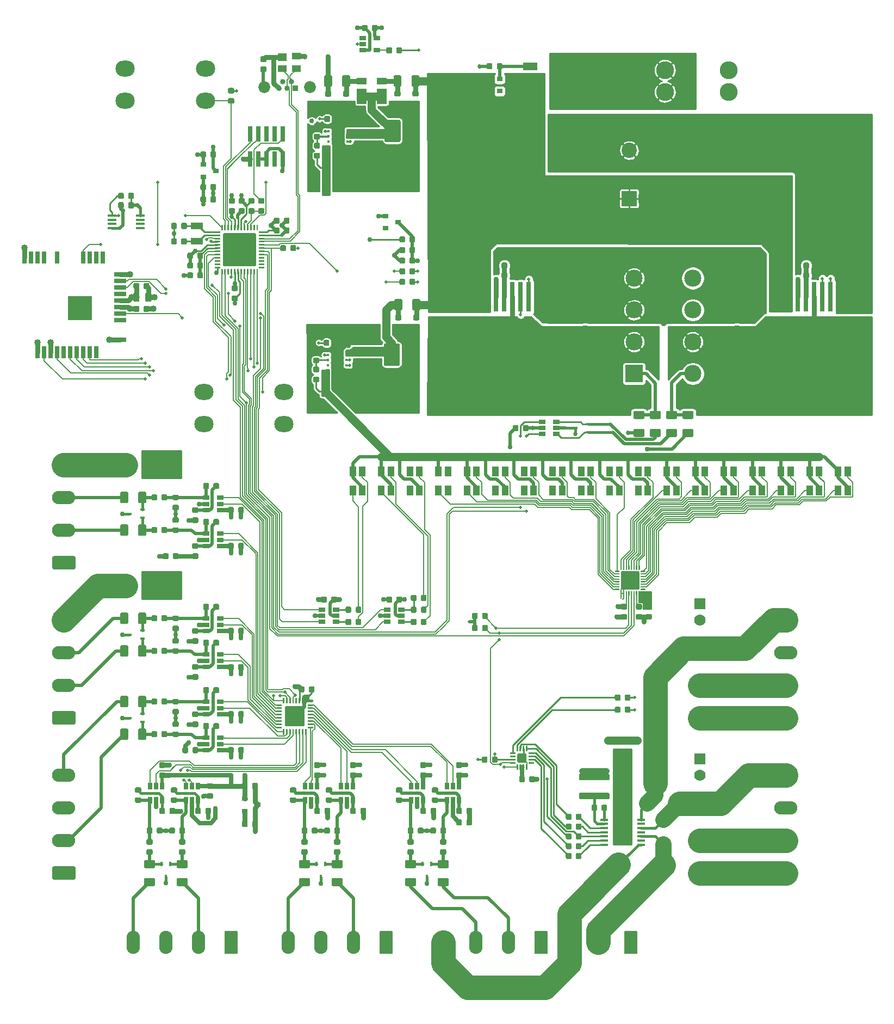
<source format=gtl>
G04 #@! TF.GenerationSoftware,KiCad,Pcbnew,(5.1.4-0-10_14)*
G04 #@! TF.CreationDate,2019-10-21T05:27:54-05:00*
G04 #@! TF.ProjectId,WiFi-Gate-Control-Board,57694669-2d47-4617-9465-2d436f6e7472,rev?*
G04 #@! TF.SameCoordinates,Original*
G04 #@! TF.FileFunction,Copper,L1,Top*
G04 #@! TF.FilePolarity,Positive*
%FSLAX46Y46*%
G04 Gerber Fmt 4.6, Leading zero omitted, Abs format (unit mm)*
G04 Created by KiCad (PCBNEW (5.1.4-0-10_14)) date 2019-10-21 05:27:54*
%MOMM*%
%LPD*%
G04 APERTURE LIST*
%ADD10R,0.700000X0.450000*%
%ADD11R,0.900000X0.800000*%
%ADD12R,0.800000X1.900000*%
%ADD13R,1.900000X0.800000*%
%ADD14R,3.700000X3.700000*%
%ADD15C,0.635000*%
%ADD16R,1.100000X1.500000*%
%ADD17C,0.152400*%
%ADD18C,0.875000*%
%ADD19R,1.060000X0.650000*%
%ADD20C,0.975000*%
%ADD21C,0.250000*%
%ADD22C,0.508000*%
%ADD23C,1.450000*%
%ADD24C,2.400000*%
%ADD25R,2.400000X2.400000*%
%ADD26C,1.250000*%
%ADD27C,2.500000*%
%ADD28R,0.650000X1.060000*%
%ADD29C,0.630000*%
%ADD30C,3.100000*%
%ADD31R,0.450000X0.400000*%
%ADD32C,0.200000*%
%ADD33C,2.900000*%
%ADD34R,1.310000X0.450000*%
%ADD35R,2.650000X2.000000*%
%ADD36O,2.999999X2.500000*%
%ADD37O,3.000000X2.500000*%
%ADD38C,1.050000*%
%ADD39C,1.778000*%
%ADD40R,1.778000X1.778000*%
%ADD41O,3.600000X2.080000*%
%ADD42C,2.080000*%
%ADD43O,2.080000X3.600000*%
%ADD44R,2.300000X3.100000*%
%ADD45R,0.450000X0.700000*%
%ADD46C,2.667000*%
%ADD47R,2.667000X2.667000*%
%ADD48R,10.800000X9.400000*%
%ADD49R,0.800000X4.600000*%
%ADD50R,0.800000X4.600001*%
%ADD51R,6.400000X5.800000*%
%ADD52R,2.200000X1.200000*%
%ADD53C,2.780000*%
%ADD54R,1.900000X1.100000*%
%ADD55R,1.500000X1.050000*%
%ADD56R,1.500000X2.400000*%
%ADD57R,1.400000X1.000000*%
%ADD58R,1.400000X1.200000*%
%ADD59C,5.150000*%
%ADD60R,0.740000X2.400000*%
%ADD61R,1.450000X0.450000*%
%ADD62C,1.850000*%
%ADD63C,0.840000*%
%ADD64R,0.840000X0.840000*%
%ADD65C,0.762000*%
%ADD66C,1.016000*%
%ADD67C,0.685800*%
%ADD68C,0.254000*%
%ADD69C,0.508000*%
%ADD70C,1.270000*%
%ADD71C,0.200000*%
%ADD72C,0.762000*%
%ADD73C,0.250000*%
%ADD74C,0.431800*%
%ADD75C,0.450000*%
%ADD76C,0.635000*%
%ADD77C,0.889000*%
%ADD78C,0.177800*%
%ADD79C,3.810000*%
%ADD80C,0.800000*%
%ADD81C,0.711200*%
%ADD82C,0.740000*%
%ADD83C,2.540000*%
%ADD84C,0.228600*%
G04 APERTURE END LIST*
D10*
X186005000Y-119230000D03*
X188005000Y-118580000D03*
X188005000Y-119880000D03*
D11*
X176203500Y-65890000D03*
X174203500Y-66840000D03*
X174203500Y-64940000D03*
D12*
X112429000Y-92695000D03*
X111413000Y-92695000D03*
X110397000Y-92695000D03*
X109381000Y-92695000D03*
X105317000Y-92695000D03*
X103285000Y-92695000D03*
X102269000Y-92695000D03*
X101253000Y-92695000D03*
X100237000Y-92695000D03*
X102275000Y-107425000D03*
X103291000Y-107425000D03*
X104307000Y-107425000D03*
X105323000Y-107425000D03*
X106339000Y-107425000D03*
X107355000Y-107425000D03*
X108371000Y-107425000D03*
X109387000Y-107425000D03*
X110403000Y-107425000D03*
X111419000Y-107425000D03*
D13*
X115099000Y-105525000D03*
X115099000Y-102477000D03*
X115099000Y-101461000D03*
X115099000Y-100445000D03*
X115099000Y-99429000D03*
X115099000Y-98413000D03*
X115099000Y-97397000D03*
X115099000Y-96381000D03*
X115099000Y-95365000D03*
D14*
X108829000Y-100545000D03*
D15*
X108829000Y-100545000D03*
X108829000Y-101745000D03*
X108829000Y-99345000D03*
X107629000Y-101745000D03*
X107629000Y-100545000D03*
X107629000Y-99345000D03*
X110029000Y-101745000D03*
X110029000Y-100545000D03*
X110029000Y-99345000D03*
D16*
X228395000Y-128985000D03*
X228395000Y-125985000D03*
X226895000Y-125985000D03*
X226895000Y-128985000D03*
X223950000Y-128985000D03*
X223950000Y-125985000D03*
X222450000Y-125985000D03*
X222450000Y-128985000D03*
D17*
G36*
X173681691Y-170321053D02*
G01*
X173702926Y-170324203D01*
X173723750Y-170329419D01*
X173743962Y-170336651D01*
X173763368Y-170345830D01*
X173781781Y-170356866D01*
X173799024Y-170369654D01*
X173814930Y-170384070D01*
X173829346Y-170399976D01*
X173842134Y-170417219D01*
X173853170Y-170435632D01*
X173862349Y-170455038D01*
X173869581Y-170475250D01*
X173874797Y-170496074D01*
X173877947Y-170517309D01*
X173879000Y-170538750D01*
X173879000Y-171051250D01*
X173877947Y-171072691D01*
X173874797Y-171093926D01*
X173869581Y-171114750D01*
X173862349Y-171134962D01*
X173853170Y-171154368D01*
X173842134Y-171172781D01*
X173829346Y-171190024D01*
X173814930Y-171205930D01*
X173799024Y-171220346D01*
X173781781Y-171233134D01*
X173763368Y-171244170D01*
X173743962Y-171253349D01*
X173723750Y-171260581D01*
X173702926Y-171265797D01*
X173681691Y-171268947D01*
X173660250Y-171270000D01*
X173222750Y-171270000D01*
X173201309Y-171268947D01*
X173180074Y-171265797D01*
X173159250Y-171260581D01*
X173139038Y-171253349D01*
X173119632Y-171244170D01*
X173101219Y-171233134D01*
X173083976Y-171220346D01*
X173068070Y-171205930D01*
X173053654Y-171190024D01*
X173040866Y-171172781D01*
X173029830Y-171154368D01*
X173020651Y-171134962D01*
X173013419Y-171114750D01*
X173008203Y-171093926D01*
X173005053Y-171072691D01*
X173004000Y-171051250D01*
X173004000Y-170538750D01*
X173005053Y-170517309D01*
X173008203Y-170496074D01*
X173013419Y-170475250D01*
X173020651Y-170455038D01*
X173029830Y-170435632D01*
X173040866Y-170417219D01*
X173053654Y-170399976D01*
X173068070Y-170384070D01*
X173083976Y-170369654D01*
X173101219Y-170356866D01*
X173119632Y-170345830D01*
X173139038Y-170336651D01*
X173159250Y-170329419D01*
X173180074Y-170324203D01*
X173201309Y-170321053D01*
X173222750Y-170320000D01*
X173660250Y-170320000D01*
X173681691Y-170321053D01*
X173681691Y-170321053D01*
G37*
D18*
X173441500Y-170795000D03*
D17*
G36*
X172106691Y-170321053D02*
G01*
X172127926Y-170324203D01*
X172148750Y-170329419D01*
X172168962Y-170336651D01*
X172188368Y-170345830D01*
X172206781Y-170356866D01*
X172224024Y-170369654D01*
X172239930Y-170384070D01*
X172254346Y-170399976D01*
X172267134Y-170417219D01*
X172278170Y-170435632D01*
X172287349Y-170455038D01*
X172294581Y-170475250D01*
X172299797Y-170496074D01*
X172302947Y-170517309D01*
X172304000Y-170538750D01*
X172304000Y-171051250D01*
X172302947Y-171072691D01*
X172299797Y-171093926D01*
X172294581Y-171114750D01*
X172287349Y-171134962D01*
X172278170Y-171154368D01*
X172267134Y-171172781D01*
X172254346Y-171190024D01*
X172239930Y-171205930D01*
X172224024Y-171220346D01*
X172206781Y-171233134D01*
X172188368Y-171244170D01*
X172168962Y-171253349D01*
X172148750Y-171260581D01*
X172127926Y-171265797D01*
X172106691Y-171268947D01*
X172085250Y-171270000D01*
X171647750Y-171270000D01*
X171626309Y-171268947D01*
X171605074Y-171265797D01*
X171584250Y-171260581D01*
X171564038Y-171253349D01*
X171544632Y-171244170D01*
X171526219Y-171233134D01*
X171508976Y-171220346D01*
X171493070Y-171205930D01*
X171478654Y-171190024D01*
X171465866Y-171172781D01*
X171454830Y-171154368D01*
X171445651Y-171134962D01*
X171438419Y-171114750D01*
X171433203Y-171093926D01*
X171430053Y-171072691D01*
X171429000Y-171051250D01*
X171429000Y-170538750D01*
X171430053Y-170517309D01*
X171433203Y-170496074D01*
X171438419Y-170475250D01*
X171445651Y-170455038D01*
X171454830Y-170435632D01*
X171465866Y-170417219D01*
X171478654Y-170399976D01*
X171493070Y-170384070D01*
X171508976Y-170369654D01*
X171526219Y-170356866D01*
X171544632Y-170345830D01*
X171564038Y-170336651D01*
X171584250Y-170329419D01*
X171605074Y-170324203D01*
X171626309Y-170321053D01*
X171647750Y-170320000D01*
X172085250Y-170320000D01*
X172106691Y-170321053D01*
X172106691Y-170321053D01*
G37*
D18*
X171866500Y-170795000D03*
D17*
G36*
X172157691Y-149871053D02*
G01*
X172178926Y-149874203D01*
X172199750Y-149879419D01*
X172219962Y-149886651D01*
X172239368Y-149895830D01*
X172257781Y-149906866D01*
X172275024Y-149919654D01*
X172290930Y-149934070D01*
X172305346Y-149949976D01*
X172318134Y-149967219D01*
X172329170Y-149985632D01*
X172338349Y-150005038D01*
X172345581Y-150025250D01*
X172350797Y-150046074D01*
X172353947Y-150067309D01*
X172355000Y-150088750D01*
X172355000Y-150601250D01*
X172353947Y-150622691D01*
X172350797Y-150643926D01*
X172345581Y-150664750D01*
X172338349Y-150684962D01*
X172329170Y-150704368D01*
X172318134Y-150722781D01*
X172305346Y-150740024D01*
X172290930Y-150755930D01*
X172275024Y-150770346D01*
X172257781Y-150783134D01*
X172239368Y-150794170D01*
X172219962Y-150803349D01*
X172199750Y-150810581D01*
X172178926Y-150815797D01*
X172157691Y-150818947D01*
X172136250Y-150820000D01*
X171698750Y-150820000D01*
X171677309Y-150818947D01*
X171656074Y-150815797D01*
X171635250Y-150810581D01*
X171615038Y-150803349D01*
X171595632Y-150794170D01*
X171577219Y-150783134D01*
X171559976Y-150770346D01*
X171544070Y-150755930D01*
X171529654Y-150740024D01*
X171516866Y-150722781D01*
X171505830Y-150704368D01*
X171496651Y-150684962D01*
X171489419Y-150664750D01*
X171484203Y-150643926D01*
X171481053Y-150622691D01*
X171480000Y-150601250D01*
X171480000Y-150088750D01*
X171481053Y-150067309D01*
X171484203Y-150046074D01*
X171489419Y-150025250D01*
X171496651Y-150005038D01*
X171505830Y-149985632D01*
X171516866Y-149967219D01*
X171529654Y-149949976D01*
X171544070Y-149934070D01*
X171559976Y-149919654D01*
X171577219Y-149906866D01*
X171595632Y-149895830D01*
X171615038Y-149886651D01*
X171635250Y-149879419D01*
X171656074Y-149874203D01*
X171677309Y-149871053D01*
X171698750Y-149870000D01*
X172136250Y-149870000D01*
X172157691Y-149871053D01*
X172157691Y-149871053D01*
G37*
D18*
X171917500Y-150345000D03*
D17*
G36*
X170582691Y-149871053D02*
G01*
X170603926Y-149874203D01*
X170624750Y-149879419D01*
X170644962Y-149886651D01*
X170664368Y-149895830D01*
X170682781Y-149906866D01*
X170700024Y-149919654D01*
X170715930Y-149934070D01*
X170730346Y-149949976D01*
X170743134Y-149967219D01*
X170754170Y-149985632D01*
X170763349Y-150005038D01*
X170770581Y-150025250D01*
X170775797Y-150046074D01*
X170778947Y-150067309D01*
X170780000Y-150088750D01*
X170780000Y-150601250D01*
X170778947Y-150622691D01*
X170775797Y-150643926D01*
X170770581Y-150664750D01*
X170763349Y-150684962D01*
X170754170Y-150704368D01*
X170743134Y-150722781D01*
X170730346Y-150740024D01*
X170715930Y-150755930D01*
X170700024Y-150770346D01*
X170682781Y-150783134D01*
X170664368Y-150794170D01*
X170644962Y-150803349D01*
X170624750Y-150810581D01*
X170603926Y-150815797D01*
X170582691Y-150818947D01*
X170561250Y-150820000D01*
X170123750Y-150820000D01*
X170102309Y-150818947D01*
X170081074Y-150815797D01*
X170060250Y-150810581D01*
X170040038Y-150803349D01*
X170020632Y-150794170D01*
X170002219Y-150783134D01*
X169984976Y-150770346D01*
X169969070Y-150755930D01*
X169954654Y-150740024D01*
X169941866Y-150722781D01*
X169930830Y-150704368D01*
X169921651Y-150684962D01*
X169914419Y-150664750D01*
X169909203Y-150643926D01*
X169906053Y-150622691D01*
X169905000Y-150601250D01*
X169905000Y-150088750D01*
X169906053Y-150067309D01*
X169909203Y-150046074D01*
X169914419Y-150025250D01*
X169921651Y-150005038D01*
X169930830Y-149985632D01*
X169941866Y-149967219D01*
X169954654Y-149949976D01*
X169969070Y-149934070D01*
X169984976Y-149919654D01*
X170002219Y-149906866D01*
X170020632Y-149895830D01*
X170040038Y-149886651D01*
X170060250Y-149879419D01*
X170081074Y-149874203D01*
X170102309Y-149871053D01*
X170123750Y-149870000D01*
X170561250Y-149870000D01*
X170582691Y-149871053D01*
X170582691Y-149871053D01*
G37*
D18*
X170342500Y-150345000D03*
D17*
G36*
X172157691Y-147966053D02*
G01*
X172178926Y-147969203D01*
X172199750Y-147974419D01*
X172219962Y-147981651D01*
X172239368Y-147990830D01*
X172257781Y-148001866D01*
X172275024Y-148014654D01*
X172290930Y-148029070D01*
X172305346Y-148044976D01*
X172318134Y-148062219D01*
X172329170Y-148080632D01*
X172338349Y-148100038D01*
X172345581Y-148120250D01*
X172350797Y-148141074D01*
X172353947Y-148162309D01*
X172355000Y-148183750D01*
X172355000Y-148696250D01*
X172353947Y-148717691D01*
X172350797Y-148738926D01*
X172345581Y-148759750D01*
X172338349Y-148779962D01*
X172329170Y-148799368D01*
X172318134Y-148817781D01*
X172305346Y-148835024D01*
X172290930Y-148850930D01*
X172275024Y-148865346D01*
X172257781Y-148878134D01*
X172239368Y-148889170D01*
X172219962Y-148898349D01*
X172199750Y-148905581D01*
X172178926Y-148910797D01*
X172157691Y-148913947D01*
X172136250Y-148915000D01*
X171698750Y-148915000D01*
X171677309Y-148913947D01*
X171656074Y-148910797D01*
X171635250Y-148905581D01*
X171615038Y-148898349D01*
X171595632Y-148889170D01*
X171577219Y-148878134D01*
X171559976Y-148865346D01*
X171544070Y-148850930D01*
X171529654Y-148835024D01*
X171516866Y-148817781D01*
X171505830Y-148799368D01*
X171496651Y-148779962D01*
X171489419Y-148759750D01*
X171484203Y-148738926D01*
X171481053Y-148717691D01*
X171480000Y-148696250D01*
X171480000Y-148183750D01*
X171481053Y-148162309D01*
X171484203Y-148141074D01*
X171489419Y-148120250D01*
X171496651Y-148100038D01*
X171505830Y-148080632D01*
X171516866Y-148062219D01*
X171529654Y-148044976D01*
X171544070Y-148029070D01*
X171559976Y-148014654D01*
X171577219Y-148001866D01*
X171595632Y-147990830D01*
X171615038Y-147981651D01*
X171635250Y-147974419D01*
X171656074Y-147969203D01*
X171677309Y-147966053D01*
X171698750Y-147965000D01*
X172136250Y-147965000D01*
X172157691Y-147966053D01*
X172157691Y-147966053D01*
G37*
D18*
X171917500Y-148440000D03*
D17*
G36*
X170582691Y-147966053D02*
G01*
X170603926Y-147969203D01*
X170624750Y-147974419D01*
X170644962Y-147981651D01*
X170664368Y-147990830D01*
X170682781Y-148001866D01*
X170700024Y-148014654D01*
X170715930Y-148029070D01*
X170730346Y-148044976D01*
X170743134Y-148062219D01*
X170754170Y-148080632D01*
X170763349Y-148100038D01*
X170770581Y-148120250D01*
X170775797Y-148141074D01*
X170778947Y-148162309D01*
X170780000Y-148183750D01*
X170780000Y-148696250D01*
X170778947Y-148717691D01*
X170775797Y-148738926D01*
X170770581Y-148759750D01*
X170763349Y-148779962D01*
X170754170Y-148799368D01*
X170743134Y-148817781D01*
X170730346Y-148835024D01*
X170715930Y-148850930D01*
X170700024Y-148865346D01*
X170682781Y-148878134D01*
X170664368Y-148889170D01*
X170644962Y-148898349D01*
X170624750Y-148905581D01*
X170603926Y-148910797D01*
X170582691Y-148913947D01*
X170561250Y-148915000D01*
X170123750Y-148915000D01*
X170102309Y-148913947D01*
X170081074Y-148910797D01*
X170060250Y-148905581D01*
X170040038Y-148898349D01*
X170020632Y-148889170D01*
X170002219Y-148878134D01*
X169984976Y-148865346D01*
X169969070Y-148850930D01*
X169954654Y-148835024D01*
X169941866Y-148817781D01*
X169930830Y-148799368D01*
X169921651Y-148779962D01*
X169914419Y-148759750D01*
X169909203Y-148738926D01*
X169906053Y-148717691D01*
X169905000Y-148696250D01*
X169905000Y-148183750D01*
X169906053Y-148162309D01*
X169909203Y-148141074D01*
X169914419Y-148120250D01*
X169921651Y-148100038D01*
X169930830Y-148080632D01*
X169941866Y-148062219D01*
X169954654Y-148044976D01*
X169969070Y-148029070D01*
X169984976Y-148014654D01*
X170002219Y-148001866D01*
X170020632Y-147990830D01*
X170040038Y-147981651D01*
X170060250Y-147974419D01*
X170081074Y-147969203D01*
X170102309Y-147966053D01*
X170123750Y-147965000D01*
X170561250Y-147965000D01*
X170582691Y-147966053D01*
X170582691Y-147966053D01*
G37*
D18*
X170342500Y-148440000D03*
D11*
X158414000Y-87226000D03*
X156414000Y-88176000D03*
X156414000Y-86276000D03*
X130051500Y-79225000D03*
X128051500Y-80175000D03*
X128051500Y-78275000D03*
D17*
G36*
X128291691Y-76211053D02*
G01*
X128312926Y-76214203D01*
X128333750Y-76219419D01*
X128353962Y-76226651D01*
X128373368Y-76235830D01*
X128391781Y-76246866D01*
X128409024Y-76259654D01*
X128424930Y-76274070D01*
X128439346Y-76289976D01*
X128452134Y-76307219D01*
X128463170Y-76325632D01*
X128472349Y-76345038D01*
X128479581Y-76365250D01*
X128484797Y-76386074D01*
X128487947Y-76407309D01*
X128489000Y-76428750D01*
X128489000Y-76941250D01*
X128487947Y-76962691D01*
X128484797Y-76983926D01*
X128479581Y-77004750D01*
X128472349Y-77024962D01*
X128463170Y-77044368D01*
X128452134Y-77062781D01*
X128439346Y-77080024D01*
X128424930Y-77095930D01*
X128409024Y-77110346D01*
X128391781Y-77123134D01*
X128373368Y-77134170D01*
X128353962Y-77143349D01*
X128333750Y-77150581D01*
X128312926Y-77155797D01*
X128291691Y-77158947D01*
X128270250Y-77160000D01*
X127832750Y-77160000D01*
X127811309Y-77158947D01*
X127790074Y-77155797D01*
X127769250Y-77150581D01*
X127749038Y-77143349D01*
X127729632Y-77134170D01*
X127711219Y-77123134D01*
X127693976Y-77110346D01*
X127678070Y-77095930D01*
X127663654Y-77080024D01*
X127650866Y-77062781D01*
X127639830Y-77044368D01*
X127630651Y-77024962D01*
X127623419Y-77004750D01*
X127618203Y-76983926D01*
X127615053Y-76962691D01*
X127614000Y-76941250D01*
X127614000Y-76428750D01*
X127615053Y-76407309D01*
X127618203Y-76386074D01*
X127623419Y-76365250D01*
X127630651Y-76345038D01*
X127639830Y-76325632D01*
X127650866Y-76307219D01*
X127663654Y-76289976D01*
X127678070Y-76274070D01*
X127693976Y-76259654D01*
X127711219Y-76246866D01*
X127729632Y-76235830D01*
X127749038Y-76226651D01*
X127769250Y-76219419D01*
X127790074Y-76214203D01*
X127811309Y-76211053D01*
X127832750Y-76210000D01*
X128270250Y-76210000D01*
X128291691Y-76211053D01*
X128291691Y-76211053D01*
G37*
D18*
X128051500Y-76685000D03*
D17*
G36*
X129866691Y-76211053D02*
G01*
X129887926Y-76214203D01*
X129908750Y-76219419D01*
X129928962Y-76226651D01*
X129948368Y-76235830D01*
X129966781Y-76246866D01*
X129984024Y-76259654D01*
X129999930Y-76274070D01*
X130014346Y-76289976D01*
X130027134Y-76307219D01*
X130038170Y-76325632D01*
X130047349Y-76345038D01*
X130054581Y-76365250D01*
X130059797Y-76386074D01*
X130062947Y-76407309D01*
X130064000Y-76428750D01*
X130064000Y-76941250D01*
X130062947Y-76962691D01*
X130059797Y-76983926D01*
X130054581Y-77004750D01*
X130047349Y-77024962D01*
X130038170Y-77044368D01*
X130027134Y-77062781D01*
X130014346Y-77080024D01*
X129999930Y-77095930D01*
X129984024Y-77110346D01*
X129966781Y-77123134D01*
X129948368Y-77134170D01*
X129928962Y-77143349D01*
X129908750Y-77150581D01*
X129887926Y-77155797D01*
X129866691Y-77158947D01*
X129845250Y-77160000D01*
X129407750Y-77160000D01*
X129386309Y-77158947D01*
X129365074Y-77155797D01*
X129344250Y-77150581D01*
X129324038Y-77143349D01*
X129304632Y-77134170D01*
X129286219Y-77123134D01*
X129268976Y-77110346D01*
X129253070Y-77095930D01*
X129238654Y-77080024D01*
X129225866Y-77062781D01*
X129214830Y-77044368D01*
X129205651Y-77024962D01*
X129198419Y-77004750D01*
X129193203Y-76983926D01*
X129190053Y-76962691D01*
X129189000Y-76941250D01*
X129189000Y-76428750D01*
X129190053Y-76407309D01*
X129193203Y-76386074D01*
X129198419Y-76365250D01*
X129205651Y-76345038D01*
X129214830Y-76325632D01*
X129225866Y-76307219D01*
X129238654Y-76289976D01*
X129253070Y-76274070D01*
X129268976Y-76259654D01*
X129286219Y-76246866D01*
X129304632Y-76235830D01*
X129324038Y-76226651D01*
X129344250Y-76219419D01*
X129365074Y-76214203D01*
X129386309Y-76211053D01*
X129407750Y-76210000D01*
X129845250Y-76210000D01*
X129866691Y-76211053D01*
X129866691Y-76211053D01*
G37*
D18*
X129626500Y-76685000D03*
D17*
G36*
X129866691Y-83196053D02*
G01*
X129887926Y-83199203D01*
X129908750Y-83204419D01*
X129928962Y-83211651D01*
X129948368Y-83220830D01*
X129966781Y-83231866D01*
X129984024Y-83244654D01*
X129999930Y-83259070D01*
X130014346Y-83274976D01*
X130027134Y-83292219D01*
X130038170Y-83310632D01*
X130047349Y-83330038D01*
X130054581Y-83350250D01*
X130059797Y-83371074D01*
X130062947Y-83392309D01*
X130064000Y-83413750D01*
X130064000Y-83926250D01*
X130062947Y-83947691D01*
X130059797Y-83968926D01*
X130054581Y-83989750D01*
X130047349Y-84009962D01*
X130038170Y-84029368D01*
X130027134Y-84047781D01*
X130014346Y-84065024D01*
X129999930Y-84080930D01*
X129984024Y-84095346D01*
X129966781Y-84108134D01*
X129948368Y-84119170D01*
X129928962Y-84128349D01*
X129908750Y-84135581D01*
X129887926Y-84140797D01*
X129866691Y-84143947D01*
X129845250Y-84145000D01*
X129407750Y-84145000D01*
X129386309Y-84143947D01*
X129365074Y-84140797D01*
X129344250Y-84135581D01*
X129324038Y-84128349D01*
X129304632Y-84119170D01*
X129286219Y-84108134D01*
X129268976Y-84095346D01*
X129253070Y-84080930D01*
X129238654Y-84065024D01*
X129225866Y-84047781D01*
X129214830Y-84029368D01*
X129205651Y-84009962D01*
X129198419Y-83989750D01*
X129193203Y-83968926D01*
X129190053Y-83947691D01*
X129189000Y-83926250D01*
X129189000Y-83413750D01*
X129190053Y-83392309D01*
X129193203Y-83371074D01*
X129198419Y-83350250D01*
X129205651Y-83330038D01*
X129214830Y-83310632D01*
X129225866Y-83292219D01*
X129238654Y-83274976D01*
X129253070Y-83259070D01*
X129268976Y-83244654D01*
X129286219Y-83231866D01*
X129304632Y-83220830D01*
X129324038Y-83211651D01*
X129344250Y-83204419D01*
X129365074Y-83199203D01*
X129386309Y-83196053D01*
X129407750Y-83195000D01*
X129845250Y-83195000D01*
X129866691Y-83196053D01*
X129866691Y-83196053D01*
G37*
D18*
X129626500Y-83670000D03*
D17*
G36*
X128291691Y-83196053D02*
G01*
X128312926Y-83199203D01*
X128333750Y-83204419D01*
X128353962Y-83211651D01*
X128373368Y-83220830D01*
X128391781Y-83231866D01*
X128409024Y-83244654D01*
X128424930Y-83259070D01*
X128439346Y-83274976D01*
X128452134Y-83292219D01*
X128463170Y-83310632D01*
X128472349Y-83330038D01*
X128479581Y-83350250D01*
X128484797Y-83371074D01*
X128487947Y-83392309D01*
X128489000Y-83413750D01*
X128489000Y-83926250D01*
X128487947Y-83947691D01*
X128484797Y-83968926D01*
X128479581Y-83989750D01*
X128472349Y-84009962D01*
X128463170Y-84029368D01*
X128452134Y-84047781D01*
X128439346Y-84065024D01*
X128424930Y-84080930D01*
X128409024Y-84095346D01*
X128391781Y-84108134D01*
X128373368Y-84119170D01*
X128353962Y-84128349D01*
X128333750Y-84135581D01*
X128312926Y-84140797D01*
X128291691Y-84143947D01*
X128270250Y-84145000D01*
X127832750Y-84145000D01*
X127811309Y-84143947D01*
X127790074Y-84140797D01*
X127769250Y-84135581D01*
X127749038Y-84128349D01*
X127729632Y-84119170D01*
X127711219Y-84108134D01*
X127693976Y-84095346D01*
X127678070Y-84080930D01*
X127663654Y-84065024D01*
X127650866Y-84047781D01*
X127639830Y-84029368D01*
X127630651Y-84009962D01*
X127623419Y-83989750D01*
X127618203Y-83968926D01*
X127615053Y-83947691D01*
X127614000Y-83926250D01*
X127614000Y-83413750D01*
X127615053Y-83392309D01*
X127618203Y-83371074D01*
X127623419Y-83350250D01*
X127630651Y-83330038D01*
X127639830Y-83310632D01*
X127650866Y-83292219D01*
X127663654Y-83274976D01*
X127678070Y-83259070D01*
X127693976Y-83244654D01*
X127711219Y-83231866D01*
X127729632Y-83220830D01*
X127749038Y-83211651D01*
X127769250Y-83204419D01*
X127790074Y-83199203D01*
X127811309Y-83196053D01*
X127832750Y-83195000D01*
X128270250Y-83195000D01*
X128291691Y-83196053D01*
X128291691Y-83196053D01*
G37*
D18*
X128051500Y-83670000D03*
D17*
G36*
X128291691Y-81291053D02*
G01*
X128312926Y-81294203D01*
X128333750Y-81299419D01*
X128353962Y-81306651D01*
X128373368Y-81315830D01*
X128391781Y-81326866D01*
X128409024Y-81339654D01*
X128424930Y-81354070D01*
X128439346Y-81369976D01*
X128452134Y-81387219D01*
X128463170Y-81405632D01*
X128472349Y-81425038D01*
X128479581Y-81445250D01*
X128484797Y-81466074D01*
X128487947Y-81487309D01*
X128489000Y-81508750D01*
X128489000Y-82021250D01*
X128487947Y-82042691D01*
X128484797Y-82063926D01*
X128479581Y-82084750D01*
X128472349Y-82104962D01*
X128463170Y-82124368D01*
X128452134Y-82142781D01*
X128439346Y-82160024D01*
X128424930Y-82175930D01*
X128409024Y-82190346D01*
X128391781Y-82203134D01*
X128373368Y-82214170D01*
X128353962Y-82223349D01*
X128333750Y-82230581D01*
X128312926Y-82235797D01*
X128291691Y-82238947D01*
X128270250Y-82240000D01*
X127832750Y-82240000D01*
X127811309Y-82238947D01*
X127790074Y-82235797D01*
X127769250Y-82230581D01*
X127749038Y-82223349D01*
X127729632Y-82214170D01*
X127711219Y-82203134D01*
X127693976Y-82190346D01*
X127678070Y-82175930D01*
X127663654Y-82160024D01*
X127650866Y-82142781D01*
X127639830Y-82124368D01*
X127630651Y-82104962D01*
X127623419Y-82084750D01*
X127618203Y-82063926D01*
X127615053Y-82042691D01*
X127614000Y-82021250D01*
X127614000Y-81508750D01*
X127615053Y-81487309D01*
X127618203Y-81466074D01*
X127623419Y-81445250D01*
X127630651Y-81425038D01*
X127639830Y-81405632D01*
X127650866Y-81387219D01*
X127663654Y-81369976D01*
X127678070Y-81354070D01*
X127693976Y-81339654D01*
X127711219Y-81326866D01*
X127729632Y-81315830D01*
X127749038Y-81306651D01*
X127769250Y-81299419D01*
X127790074Y-81294203D01*
X127811309Y-81291053D01*
X127832750Y-81290000D01*
X128270250Y-81290000D01*
X128291691Y-81291053D01*
X128291691Y-81291053D01*
G37*
D18*
X128051500Y-81765000D03*
D17*
G36*
X129866691Y-81291053D02*
G01*
X129887926Y-81294203D01*
X129908750Y-81299419D01*
X129928962Y-81306651D01*
X129948368Y-81315830D01*
X129966781Y-81326866D01*
X129984024Y-81339654D01*
X129999930Y-81354070D01*
X130014346Y-81369976D01*
X130027134Y-81387219D01*
X130038170Y-81405632D01*
X130047349Y-81425038D01*
X130054581Y-81445250D01*
X130059797Y-81466074D01*
X130062947Y-81487309D01*
X130064000Y-81508750D01*
X130064000Y-82021250D01*
X130062947Y-82042691D01*
X130059797Y-82063926D01*
X130054581Y-82084750D01*
X130047349Y-82104962D01*
X130038170Y-82124368D01*
X130027134Y-82142781D01*
X130014346Y-82160024D01*
X129999930Y-82175930D01*
X129984024Y-82190346D01*
X129966781Y-82203134D01*
X129948368Y-82214170D01*
X129928962Y-82223349D01*
X129908750Y-82230581D01*
X129887926Y-82235797D01*
X129866691Y-82238947D01*
X129845250Y-82240000D01*
X129407750Y-82240000D01*
X129386309Y-82238947D01*
X129365074Y-82235797D01*
X129344250Y-82230581D01*
X129324038Y-82223349D01*
X129304632Y-82214170D01*
X129286219Y-82203134D01*
X129268976Y-82190346D01*
X129253070Y-82175930D01*
X129238654Y-82160024D01*
X129225866Y-82142781D01*
X129214830Y-82124368D01*
X129205651Y-82104962D01*
X129198419Y-82084750D01*
X129193203Y-82063926D01*
X129190053Y-82042691D01*
X129189000Y-82021250D01*
X129189000Y-81508750D01*
X129190053Y-81487309D01*
X129193203Y-81466074D01*
X129198419Y-81445250D01*
X129205651Y-81425038D01*
X129214830Y-81405632D01*
X129225866Y-81387219D01*
X129238654Y-81369976D01*
X129253070Y-81354070D01*
X129268976Y-81339654D01*
X129286219Y-81326866D01*
X129304632Y-81315830D01*
X129324038Y-81306651D01*
X129344250Y-81299419D01*
X129365074Y-81294203D01*
X129386309Y-81291053D01*
X129407750Y-81290000D01*
X129845250Y-81290000D01*
X129866691Y-81291053D01*
X129866691Y-81291053D01*
G37*
D18*
X129626500Y-81765000D03*
D17*
G36*
X141296691Y-86498053D02*
G01*
X141317926Y-86501203D01*
X141338750Y-86506419D01*
X141358962Y-86513651D01*
X141378368Y-86522830D01*
X141396781Y-86533866D01*
X141414024Y-86546654D01*
X141429930Y-86561070D01*
X141444346Y-86576976D01*
X141457134Y-86594219D01*
X141468170Y-86612632D01*
X141477349Y-86632038D01*
X141484581Y-86652250D01*
X141489797Y-86673074D01*
X141492947Y-86694309D01*
X141494000Y-86715750D01*
X141494000Y-87228250D01*
X141492947Y-87249691D01*
X141489797Y-87270926D01*
X141484581Y-87291750D01*
X141477349Y-87311962D01*
X141468170Y-87331368D01*
X141457134Y-87349781D01*
X141444346Y-87367024D01*
X141429930Y-87382930D01*
X141414024Y-87397346D01*
X141396781Y-87410134D01*
X141378368Y-87421170D01*
X141358962Y-87430349D01*
X141338750Y-87437581D01*
X141317926Y-87442797D01*
X141296691Y-87445947D01*
X141275250Y-87447000D01*
X140837750Y-87447000D01*
X140816309Y-87445947D01*
X140795074Y-87442797D01*
X140774250Y-87437581D01*
X140754038Y-87430349D01*
X140734632Y-87421170D01*
X140716219Y-87410134D01*
X140698976Y-87397346D01*
X140683070Y-87382930D01*
X140668654Y-87367024D01*
X140655866Y-87349781D01*
X140644830Y-87331368D01*
X140635651Y-87311962D01*
X140628419Y-87291750D01*
X140623203Y-87270926D01*
X140620053Y-87249691D01*
X140619000Y-87228250D01*
X140619000Y-86715750D01*
X140620053Y-86694309D01*
X140623203Y-86673074D01*
X140628419Y-86652250D01*
X140635651Y-86632038D01*
X140644830Y-86612632D01*
X140655866Y-86594219D01*
X140668654Y-86576976D01*
X140683070Y-86561070D01*
X140698976Y-86546654D01*
X140716219Y-86533866D01*
X140734632Y-86522830D01*
X140754038Y-86513651D01*
X140774250Y-86506419D01*
X140795074Y-86501203D01*
X140816309Y-86498053D01*
X140837750Y-86497000D01*
X141275250Y-86497000D01*
X141296691Y-86498053D01*
X141296691Y-86498053D01*
G37*
D18*
X141056500Y-86972000D03*
D17*
G36*
X139721691Y-86498053D02*
G01*
X139742926Y-86501203D01*
X139763750Y-86506419D01*
X139783962Y-86513651D01*
X139803368Y-86522830D01*
X139821781Y-86533866D01*
X139839024Y-86546654D01*
X139854930Y-86561070D01*
X139869346Y-86576976D01*
X139882134Y-86594219D01*
X139893170Y-86612632D01*
X139902349Y-86632038D01*
X139909581Y-86652250D01*
X139914797Y-86673074D01*
X139917947Y-86694309D01*
X139919000Y-86715750D01*
X139919000Y-87228250D01*
X139917947Y-87249691D01*
X139914797Y-87270926D01*
X139909581Y-87291750D01*
X139902349Y-87311962D01*
X139893170Y-87331368D01*
X139882134Y-87349781D01*
X139869346Y-87367024D01*
X139854930Y-87382930D01*
X139839024Y-87397346D01*
X139821781Y-87410134D01*
X139803368Y-87421170D01*
X139783962Y-87430349D01*
X139763750Y-87437581D01*
X139742926Y-87442797D01*
X139721691Y-87445947D01*
X139700250Y-87447000D01*
X139262750Y-87447000D01*
X139241309Y-87445947D01*
X139220074Y-87442797D01*
X139199250Y-87437581D01*
X139179038Y-87430349D01*
X139159632Y-87421170D01*
X139141219Y-87410134D01*
X139123976Y-87397346D01*
X139108070Y-87382930D01*
X139093654Y-87367024D01*
X139080866Y-87349781D01*
X139069830Y-87331368D01*
X139060651Y-87311962D01*
X139053419Y-87291750D01*
X139048203Y-87270926D01*
X139045053Y-87249691D01*
X139044000Y-87228250D01*
X139044000Y-86715750D01*
X139045053Y-86694309D01*
X139048203Y-86673074D01*
X139053419Y-86652250D01*
X139060651Y-86632038D01*
X139069830Y-86612632D01*
X139080866Y-86594219D01*
X139093654Y-86576976D01*
X139108070Y-86561070D01*
X139123976Y-86546654D01*
X139141219Y-86533866D01*
X139159632Y-86522830D01*
X139179038Y-86513651D01*
X139199250Y-86506419D01*
X139220074Y-86501203D01*
X139241309Y-86498053D01*
X139262750Y-86497000D01*
X139700250Y-86497000D01*
X139721691Y-86498053D01*
X139721691Y-86498053D01*
G37*
D18*
X139481500Y-86972000D03*
D17*
G36*
X126259691Y-93483053D02*
G01*
X126280926Y-93486203D01*
X126301750Y-93491419D01*
X126321962Y-93498651D01*
X126341368Y-93507830D01*
X126359781Y-93518866D01*
X126377024Y-93531654D01*
X126392930Y-93546070D01*
X126407346Y-93561976D01*
X126420134Y-93579219D01*
X126431170Y-93597632D01*
X126440349Y-93617038D01*
X126447581Y-93637250D01*
X126452797Y-93658074D01*
X126455947Y-93679309D01*
X126457000Y-93700750D01*
X126457000Y-94213250D01*
X126455947Y-94234691D01*
X126452797Y-94255926D01*
X126447581Y-94276750D01*
X126440349Y-94296962D01*
X126431170Y-94316368D01*
X126420134Y-94334781D01*
X126407346Y-94352024D01*
X126392930Y-94367930D01*
X126377024Y-94382346D01*
X126359781Y-94395134D01*
X126341368Y-94406170D01*
X126321962Y-94415349D01*
X126301750Y-94422581D01*
X126280926Y-94427797D01*
X126259691Y-94430947D01*
X126238250Y-94432000D01*
X125800750Y-94432000D01*
X125779309Y-94430947D01*
X125758074Y-94427797D01*
X125737250Y-94422581D01*
X125717038Y-94415349D01*
X125697632Y-94406170D01*
X125679219Y-94395134D01*
X125661976Y-94382346D01*
X125646070Y-94367930D01*
X125631654Y-94352024D01*
X125618866Y-94334781D01*
X125607830Y-94316368D01*
X125598651Y-94296962D01*
X125591419Y-94276750D01*
X125586203Y-94255926D01*
X125583053Y-94234691D01*
X125582000Y-94213250D01*
X125582000Y-93700750D01*
X125583053Y-93679309D01*
X125586203Y-93658074D01*
X125591419Y-93637250D01*
X125598651Y-93617038D01*
X125607830Y-93597632D01*
X125618866Y-93579219D01*
X125631654Y-93561976D01*
X125646070Y-93546070D01*
X125661976Y-93531654D01*
X125679219Y-93518866D01*
X125697632Y-93507830D01*
X125717038Y-93498651D01*
X125737250Y-93491419D01*
X125758074Y-93486203D01*
X125779309Y-93483053D01*
X125800750Y-93482000D01*
X126238250Y-93482000D01*
X126259691Y-93483053D01*
X126259691Y-93483053D01*
G37*
D18*
X126019500Y-93957000D03*
D17*
G36*
X127834691Y-93483053D02*
G01*
X127855926Y-93486203D01*
X127876750Y-93491419D01*
X127896962Y-93498651D01*
X127916368Y-93507830D01*
X127934781Y-93518866D01*
X127952024Y-93531654D01*
X127967930Y-93546070D01*
X127982346Y-93561976D01*
X127995134Y-93579219D01*
X128006170Y-93597632D01*
X128015349Y-93617038D01*
X128022581Y-93637250D01*
X128027797Y-93658074D01*
X128030947Y-93679309D01*
X128032000Y-93700750D01*
X128032000Y-94213250D01*
X128030947Y-94234691D01*
X128027797Y-94255926D01*
X128022581Y-94276750D01*
X128015349Y-94296962D01*
X128006170Y-94316368D01*
X127995134Y-94334781D01*
X127982346Y-94352024D01*
X127967930Y-94367930D01*
X127952024Y-94382346D01*
X127934781Y-94395134D01*
X127916368Y-94406170D01*
X127896962Y-94415349D01*
X127876750Y-94422581D01*
X127855926Y-94427797D01*
X127834691Y-94430947D01*
X127813250Y-94432000D01*
X127375750Y-94432000D01*
X127354309Y-94430947D01*
X127333074Y-94427797D01*
X127312250Y-94422581D01*
X127292038Y-94415349D01*
X127272632Y-94406170D01*
X127254219Y-94395134D01*
X127236976Y-94382346D01*
X127221070Y-94367930D01*
X127206654Y-94352024D01*
X127193866Y-94334781D01*
X127182830Y-94316368D01*
X127173651Y-94296962D01*
X127166419Y-94276750D01*
X127161203Y-94255926D01*
X127158053Y-94234691D01*
X127157000Y-94213250D01*
X127157000Y-93700750D01*
X127158053Y-93679309D01*
X127161203Y-93658074D01*
X127166419Y-93637250D01*
X127173651Y-93617038D01*
X127182830Y-93597632D01*
X127193866Y-93579219D01*
X127206654Y-93561976D01*
X127221070Y-93546070D01*
X127236976Y-93531654D01*
X127254219Y-93518866D01*
X127272632Y-93507830D01*
X127292038Y-93498651D01*
X127312250Y-93491419D01*
X127333074Y-93486203D01*
X127354309Y-93483053D01*
X127375750Y-93482000D01*
X127813250Y-93482000D01*
X127834691Y-93483053D01*
X127834691Y-93483053D01*
G37*
D18*
X127594500Y-93957000D03*
D17*
G36*
X127834691Y-95007053D02*
G01*
X127855926Y-95010203D01*
X127876750Y-95015419D01*
X127896962Y-95022651D01*
X127916368Y-95031830D01*
X127934781Y-95042866D01*
X127952024Y-95055654D01*
X127967930Y-95070070D01*
X127982346Y-95085976D01*
X127995134Y-95103219D01*
X128006170Y-95121632D01*
X128015349Y-95141038D01*
X128022581Y-95161250D01*
X128027797Y-95182074D01*
X128030947Y-95203309D01*
X128032000Y-95224750D01*
X128032000Y-95737250D01*
X128030947Y-95758691D01*
X128027797Y-95779926D01*
X128022581Y-95800750D01*
X128015349Y-95820962D01*
X128006170Y-95840368D01*
X127995134Y-95858781D01*
X127982346Y-95876024D01*
X127967930Y-95891930D01*
X127952024Y-95906346D01*
X127934781Y-95919134D01*
X127916368Y-95930170D01*
X127896962Y-95939349D01*
X127876750Y-95946581D01*
X127855926Y-95951797D01*
X127834691Y-95954947D01*
X127813250Y-95956000D01*
X127375750Y-95956000D01*
X127354309Y-95954947D01*
X127333074Y-95951797D01*
X127312250Y-95946581D01*
X127292038Y-95939349D01*
X127272632Y-95930170D01*
X127254219Y-95919134D01*
X127236976Y-95906346D01*
X127221070Y-95891930D01*
X127206654Y-95876024D01*
X127193866Y-95858781D01*
X127182830Y-95840368D01*
X127173651Y-95820962D01*
X127166419Y-95800750D01*
X127161203Y-95779926D01*
X127158053Y-95758691D01*
X127157000Y-95737250D01*
X127157000Y-95224750D01*
X127158053Y-95203309D01*
X127161203Y-95182074D01*
X127166419Y-95161250D01*
X127173651Y-95141038D01*
X127182830Y-95121632D01*
X127193866Y-95103219D01*
X127206654Y-95085976D01*
X127221070Y-95070070D01*
X127236976Y-95055654D01*
X127254219Y-95042866D01*
X127272632Y-95031830D01*
X127292038Y-95022651D01*
X127312250Y-95015419D01*
X127333074Y-95010203D01*
X127354309Y-95007053D01*
X127375750Y-95006000D01*
X127813250Y-95006000D01*
X127834691Y-95007053D01*
X127834691Y-95007053D01*
G37*
D18*
X127594500Y-95481000D03*
D17*
G36*
X126259691Y-95007053D02*
G01*
X126280926Y-95010203D01*
X126301750Y-95015419D01*
X126321962Y-95022651D01*
X126341368Y-95031830D01*
X126359781Y-95042866D01*
X126377024Y-95055654D01*
X126392930Y-95070070D01*
X126407346Y-95085976D01*
X126420134Y-95103219D01*
X126431170Y-95121632D01*
X126440349Y-95141038D01*
X126447581Y-95161250D01*
X126452797Y-95182074D01*
X126455947Y-95203309D01*
X126457000Y-95224750D01*
X126457000Y-95737250D01*
X126455947Y-95758691D01*
X126452797Y-95779926D01*
X126447581Y-95800750D01*
X126440349Y-95820962D01*
X126431170Y-95840368D01*
X126420134Y-95858781D01*
X126407346Y-95876024D01*
X126392930Y-95891930D01*
X126377024Y-95906346D01*
X126359781Y-95919134D01*
X126341368Y-95930170D01*
X126321962Y-95939349D01*
X126301750Y-95946581D01*
X126280926Y-95951797D01*
X126259691Y-95954947D01*
X126238250Y-95956000D01*
X125800750Y-95956000D01*
X125779309Y-95954947D01*
X125758074Y-95951797D01*
X125737250Y-95946581D01*
X125717038Y-95939349D01*
X125697632Y-95930170D01*
X125679219Y-95919134D01*
X125661976Y-95906346D01*
X125646070Y-95891930D01*
X125631654Y-95876024D01*
X125618866Y-95858781D01*
X125607830Y-95840368D01*
X125598651Y-95820962D01*
X125591419Y-95800750D01*
X125586203Y-95779926D01*
X125583053Y-95758691D01*
X125582000Y-95737250D01*
X125582000Y-95224750D01*
X125583053Y-95203309D01*
X125586203Y-95182074D01*
X125591419Y-95161250D01*
X125598651Y-95141038D01*
X125607830Y-95121632D01*
X125618866Y-95103219D01*
X125631654Y-95085976D01*
X125646070Y-95070070D01*
X125661976Y-95055654D01*
X125679219Y-95042866D01*
X125697632Y-95031830D01*
X125717038Y-95022651D01*
X125737250Y-95015419D01*
X125758074Y-95010203D01*
X125779309Y-95007053D01*
X125800750Y-95006000D01*
X126238250Y-95006000D01*
X126259691Y-95007053D01*
X126259691Y-95007053D01*
G37*
D18*
X126019500Y-95481000D03*
D19*
X155085000Y-58590000D03*
X155085000Y-60490000D03*
X152885000Y-60490000D03*
X152885000Y-59540000D03*
X152885000Y-58590000D03*
D17*
G36*
X155012691Y-56526053D02*
G01*
X155033926Y-56529203D01*
X155054750Y-56534419D01*
X155074962Y-56541651D01*
X155094368Y-56550830D01*
X155112781Y-56561866D01*
X155130024Y-56574654D01*
X155145930Y-56589070D01*
X155160346Y-56604976D01*
X155173134Y-56622219D01*
X155184170Y-56640632D01*
X155193349Y-56660038D01*
X155200581Y-56680250D01*
X155205797Y-56701074D01*
X155208947Y-56722309D01*
X155210000Y-56743750D01*
X155210000Y-57256250D01*
X155208947Y-57277691D01*
X155205797Y-57298926D01*
X155200581Y-57319750D01*
X155193349Y-57339962D01*
X155184170Y-57359368D01*
X155173134Y-57377781D01*
X155160346Y-57395024D01*
X155145930Y-57410930D01*
X155130024Y-57425346D01*
X155112781Y-57438134D01*
X155094368Y-57449170D01*
X155074962Y-57458349D01*
X155054750Y-57465581D01*
X155033926Y-57470797D01*
X155012691Y-57473947D01*
X154991250Y-57475000D01*
X154553750Y-57475000D01*
X154532309Y-57473947D01*
X154511074Y-57470797D01*
X154490250Y-57465581D01*
X154470038Y-57458349D01*
X154450632Y-57449170D01*
X154432219Y-57438134D01*
X154414976Y-57425346D01*
X154399070Y-57410930D01*
X154384654Y-57395024D01*
X154371866Y-57377781D01*
X154360830Y-57359368D01*
X154351651Y-57339962D01*
X154344419Y-57319750D01*
X154339203Y-57298926D01*
X154336053Y-57277691D01*
X154335000Y-57256250D01*
X154335000Y-56743750D01*
X154336053Y-56722309D01*
X154339203Y-56701074D01*
X154344419Y-56680250D01*
X154351651Y-56660038D01*
X154360830Y-56640632D01*
X154371866Y-56622219D01*
X154384654Y-56604976D01*
X154399070Y-56589070D01*
X154414976Y-56574654D01*
X154432219Y-56561866D01*
X154450632Y-56550830D01*
X154470038Y-56541651D01*
X154490250Y-56534419D01*
X154511074Y-56529203D01*
X154532309Y-56526053D01*
X154553750Y-56525000D01*
X154991250Y-56525000D01*
X155012691Y-56526053D01*
X155012691Y-56526053D01*
G37*
D18*
X154772500Y-57000000D03*
D17*
G36*
X153437691Y-56526053D02*
G01*
X153458926Y-56529203D01*
X153479750Y-56534419D01*
X153499962Y-56541651D01*
X153519368Y-56550830D01*
X153537781Y-56561866D01*
X153555024Y-56574654D01*
X153570930Y-56589070D01*
X153585346Y-56604976D01*
X153598134Y-56622219D01*
X153609170Y-56640632D01*
X153618349Y-56660038D01*
X153625581Y-56680250D01*
X153630797Y-56701074D01*
X153633947Y-56722309D01*
X153635000Y-56743750D01*
X153635000Y-57256250D01*
X153633947Y-57277691D01*
X153630797Y-57298926D01*
X153625581Y-57319750D01*
X153618349Y-57339962D01*
X153609170Y-57359368D01*
X153598134Y-57377781D01*
X153585346Y-57395024D01*
X153570930Y-57410930D01*
X153555024Y-57425346D01*
X153537781Y-57438134D01*
X153519368Y-57449170D01*
X153499962Y-57458349D01*
X153479750Y-57465581D01*
X153458926Y-57470797D01*
X153437691Y-57473947D01*
X153416250Y-57475000D01*
X152978750Y-57475000D01*
X152957309Y-57473947D01*
X152936074Y-57470797D01*
X152915250Y-57465581D01*
X152895038Y-57458349D01*
X152875632Y-57449170D01*
X152857219Y-57438134D01*
X152839976Y-57425346D01*
X152824070Y-57410930D01*
X152809654Y-57395024D01*
X152796866Y-57377781D01*
X152785830Y-57359368D01*
X152776651Y-57339962D01*
X152769419Y-57319750D01*
X152764203Y-57298926D01*
X152761053Y-57277691D01*
X152760000Y-57256250D01*
X152760000Y-56743750D01*
X152761053Y-56722309D01*
X152764203Y-56701074D01*
X152769419Y-56680250D01*
X152776651Y-56660038D01*
X152785830Y-56640632D01*
X152796866Y-56622219D01*
X152809654Y-56604976D01*
X152824070Y-56589070D01*
X152839976Y-56574654D01*
X152857219Y-56561866D01*
X152875632Y-56550830D01*
X152895038Y-56541651D01*
X152915250Y-56534419D01*
X152936074Y-56529203D01*
X152957309Y-56526053D01*
X152978750Y-56525000D01*
X153416250Y-56525000D01*
X153437691Y-56526053D01*
X153437691Y-56526053D01*
G37*
D18*
X153197500Y-57000000D03*
D17*
G36*
X193835142Y-169211174D02*
G01*
X193858803Y-169214684D01*
X193882007Y-169220496D01*
X193904529Y-169228554D01*
X193926153Y-169238782D01*
X193946670Y-169251079D01*
X193965883Y-169265329D01*
X193983607Y-169281393D01*
X193999671Y-169299117D01*
X194013921Y-169318330D01*
X194026218Y-169338847D01*
X194036446Y-169360471D01*
X194044504Y-169382993D01*
X194050316Y-169406197D01*
X194053826Y-169429858D01*
X194055000Y-169453750D01*
X194055000Y-169941250D01*
X194053826Y-169965142D01*
X194050316Y-169988803D01*
X194044504Y-170012007D01*
X194036446Y-170034529D01*
X194026218Y-170056153D01*
X194013921Y-170076670D01*
X193999671Y-170095883D01*
X193983607Y-170113607D01*
X193965883Y-170129671D01*
X193946670Y-170143921D01*
X193926153Y-170156218D01*
X193904529Y-170166446D01*
X193882007Y-170174504D01*
X193858803Y-170180316D01*
X193835142Y-170183826D01*
X193811250Y-170185000D01*
X192898750Y-170185000D01*
X192874858Y-170183826D01*
X192851197Y-170180316D01*
X192827993Y-170174504D01*
X192805471Y-170166446D01*
X192783847Y-170156218D01*
X192763330Y-170143921D01*
X192744117Y-170129671D01*
X192726393Y-170113607D01*
X192710329Y-170095883D01*
X192696079Y-170076670D01*
X192683782Y-170056153D01*
X192673554Y-170034529D01*
X192665496Y-170012007D01*
X192659684Y-169988803D01*
X192656174Y-169965142D01*
X192655000Y-169941250D01*
X192655000Y-169453750D01*
X192656174Y-169429858D01*
X192659684Y-169406197D01*
X192665496Y-169382993D01*
X192673554Y-169360471D01*
X192683782Y-169338847D01*
X192696079Y-169318330D01*
X192710329Y-169299117D01*
X192726393Y-169281393D01*
X192744117Y-169265329D01*
X192763330Y-169251079D01*
X192783847Y-169238782D01*
X192805471Y-169228554D01*
X192827993Y-169220496D01*
X192851197Y-169214684D01*
X192874858Y-169211174D01*
X192898750Y-169210000D01*
X193811250Y-169210000D01*
X193835142Y-169211174D01*
X193835142Y-169211174D01*
G37*
D20*
X193355000Y-169697500D03*
D17*
G36*
X193835142Y-167336174D02*
G01*
X193858803Y-167339684D01*
X193882007Y-167345496D01*
X193904529Y-167353554D01*
X193926153Y-167363782D01*
X193946670Y-167376079D01*
X193965883Y-167390329D01*
X193983607Y-167406393D01*
X193999671Y-167424117D01*
X194013921Y-167443330D01*
X194026218Y-167463847D01*
X194036446Y-167485471D01*
X194044504Y-167507993D01*
X194050316Y-167531197D01*
X194053826Y-167554858D01*
X194055000Y-167578750D01*
X194055000Y-168066250D01*
X194053826Y-168090142D01*
X194050316Y-168113803D01*
X194044504Y-168137007D01*
X194036446Y-168159529D01*
X194026218Y-168181153D01*
X194013921Y-168201670D01*
X193999671Y-168220883D01*
X193983607Y-168238607D01*
X193965883Y-168254671D01*
X193946670Y-168268921D01*
X193926153Y-168281218D01*
X193904529Y-168291446D01*
X193882007Y-168299504D01*
X193858803Y-168305316D01*
X193835142Y-168308826D01*
X193811250Y-168310000D01*
X192898750Y-168310000D01*
X192874858Y-168308826D01*
X192851197Y-168305316D01*
X192827993Y-168299504D01*
X192805471Y-168291446D01*
X192783847Y-168281218D01*
X192763330Y-168268921D01*
X192744117Y-168254671D01*
X192726393Y-168238607D01*
X192710329Y-168220883D01*
X192696079Y-168201670D01*
X192683782Y-168181153D01*
X192673554Y-168159529D01*
X192665496Y-168137007D01*
X192659684Y-168113803D01*
X192656174Y-168090142D01*
X192655000Y-168066250D01*
X192655000Y-167578750D01*
X192656174Y-167554858D01*
X192659684Y-167531197D01*
X192665496Y-167507993D01*
X192673554Y-167485471D01*
X192683782Y-167463847D01*
X192696079Y-167443330D01*
X192710329Y-167424117D01*
X192726393Y-167406393D01*
X192744117Y-167390329D01*
X192763330Y-167376079D01*
X192783847Y-167363782D01*
X192805471Y-167353554D01*
X192827993Y-167345496D01*
X192851197Y-167339684D01*
X192874858Y-167336174D01*
X192898750Y-167335000D01*
X193811250Y-167335000D01*
X193835142Y-167336174D01*
X193835142Y-167336174D01*
G37*
D20*
X193355000Y-167822500D03*
D17*
G36*
X178503626Y-171545301D02*
G01*
X178509693Y-171546201D01*
X178515643Y-171547691D01*
X178521418Y-171549758D01*
X178526962Y-171552380D01*
X178532223Y-171555533D01*
X178537150Y-171559187D01*
X178541694Y-171563306D01*
X178545813Y-171567850D01*
X178549467Y-171572777D01*
X178552620Y-171578038D01*
X178555242Y-171583582D01*
X178557309Y-171589357D01*
X178558799Y-171595307D01*
X178559699Y-171601374D01*
X178560000Y-171607500D01*
X178560000Y-172357500D01*
X178559699Y-172363626D01*
X178558799Y-172369693D01*
X178557309Y-172375643D01*
X178555242Y-172381418D01*
X178552620Y-172386962D01*
X178549467Y-172392223D01*
X178545813Y-172397150D01*
X178541694Y-172401694D01*
X178537150Y-172405813D01*
X178532223Y-172409467D01*
X178526962Y-172412620D01*
X178521418Y-172415242D01*
X178515643Y-172417309D01*
X178509693Y-172418799D01*
X178503626Y-172419699D01*
X178497500Y-172420000D01*
X178372500Y-172420000D01*
X178366374Y-172419699D01*
X178360307Y-172418799D01*
X178354357Y-172417309D01*
X178348582Y-172415242D01*
X178343038Y-172412620D01*
X178337777Y-172409467D01*
X178332850Y-172405813D01*
X178328306Y-172401694D01*
X178324187Y-172397150D01*
X178320533Y-172392223D01*
X178317380Y-172386962D01*
X178314758Y-172381418D01*
X178312691Y-172375643D01*
X178311201Y-172369693D01*
X178310301Y-172363626D01*
X178310000Y-172357500D01*
X178310000Y-171607500D01*
X178310301Y-171601374D01*
X178311201Y-171595307D01*
X178312691Y-171589357D01*
X178314758Y-171583582D01*
X178317380Y-171578038D01*
X178320533Y-171572777D01*
X178324187Y-171567850D01*
X178328306Y-171563306D01*
X178332850Y-171559187D01*
X178337777Y-171555533D01*
X178343038Y-171552380D01*
X178348582Y-171549758D01*
X178354357Y-171547691D01*
X178360307Y-171546201D01*
X178366374Y-171545301D01*
X178372500Y-171545000D01*
X178497500Y-171545000D01*
X178503626Y-171545301D01*
X178503626Y-171545301D01*
G37*
D21*
X178435000Y-171982500D03*
D17*
G36*
X178003626Y-171545301D02*
G01*
X178009693Y-171546201D01*
X178015643Y-171547691D01*
X178021418Y-171549758D01*
X178026962Y-171552380D01*
X178032223Y-171555533D01*
X178037150Y-171559187D01*
X178041694Y-171563306D01*
X178045813Y-171567850D01*
X178049467Y-171572777D01*
X178052620Y-171578038D01*
X178055242Y-171583582D01*
X178057309Y-171589357D01*
X178058799Y-171595307D01*
X178059699Y-171601374D01*
X178060000Y-171607500D01*
X178060000Y-172357500D01*
X178059699Y-172363626D01*
X178058799Y-172369693D01*
X178057309Y-172375643D01*
X178055242Y-172381418D01*
X178052620Y-172386962D01*
X178049467Y-172392223D01*
X178045813Y-172397150D01*
X178041694Y-172401694D01*
X178037150Y-172405813D01*
X178032223Y-172409467D01*
X178026962Y-172412620D01*
X178021418Y-172415242D01*
X178015643Y-172417309D01*
X178009693Y-172418799D01*
X178003626Y-172419699D01*
X177997500Y-172420000D01*
X177872500Y-172420000D01*
X177866374Y-172419699D01*
X177860307Y-172418799D01*
X177854357Y-172417309D01*
X177848582Y-172415242D01*
X177843038Y-172412620D01*
X177837777Y-172409467D01*
X177832850Y-172405813D01*
X177828306Y-172401694D01*
X177824187Y-172397150D01*
X177820533Y-172392223D01*
X177817380Y-172386962D01*
X177814758Y-172381418D01*
X177812691Y-172375643D01*
X177811201Y-172369693D01*
X177810301Y-172363626D01*
X177810000Y-172357500D01*
X177810000Y-171607500D01*
X177810301Y-171601374D01*
X177811201Y-171595307D01*
X177812691Y-171589357D01*
X177814758Y-171583582D01*
X177817380Y-171578038D01*
X177820533Y-171572777D01*
X177824187Y-171567850D01*
X177828306Y-171563306D01*
X177832850Y-171559187D01*
X177837777Y-171555533D01*
X177843038Y-171552380D01*
X177848582Y-171549758D01*
X177854357Y-171547691D01*
X177860307Y-171546201D01*
X177866374Y-171545301D01*
X177872500Y-171545000D01*
X177997500Y-171545000D01*
X178003626Y-171545301D01*
X178003626Y-171545301D01*
G37*
D21*
X177935000Y-171982500D03*
D17*
G36*
X177503626Y-171545301D02*
G01*
X177509693Y-171546201D01*
X177515643Y-171547691D01*
X177521418Y-171549758D01*
X177526962Y-171552380D01*
X177532223Y-171555533D01*
X177537150Y-171559187D01*
X177541694Y-171563306D01*
X177545813Y-171567850D01*
X177549467Y-171572777D01*
X177552620Y-171578038D01*
X177555242Y-171583582D01*
X177557309Y-171589357D01*
X177558799Y-171595307D01*
X177559699Y-171601374D01*
X177560000Y-171607500D01*
X177560000Y-172357500D01*
X177559699Y-172363626D01*
X177558799Y-172369693D01*
X177557309Y-172375643D01*
X177555242Y-172381418D01*
X177552620Y-172386962D01*
X177549467Y-172392223D01*
X177545813Y-172397150D01*
X177541694Y-172401694D01*
X177537150Y-172405813D01*
X177532223Y-172409467D01*
X177526962Y-172412620D01*
X177521418Y-172415242D01*
X177515643Y-172417309D01*
X177509693Y-172418799D01*
X177503626Y-172419699D01*
X177497500Y-172420000D01*
X177372500Y-172420000D01*
X177366374Y-172419699D01*
X177360307Y-172418799D01*
X177354357Y-172417309D01*
X177348582Y-172415242D01*
X177343038Y-172412620D01*
X177337777Y-172409467D01*
X177332850Y-172405813D01*
X177328306Y-172401694D01*
X177324187Y-172397150D01*
X177320533Y-172392223D01*
X177317380Y-172386962D01*
X177314758Y-172381418D01*
X177312691Y-172375643D01*
X177311201Y-172369693D01*
X177310301Y-172363626D01*
X177310000Y-172357500D01*
X177310000Y-171607500D01*
X177310301Y-171601374D01*
X177311201Y-171595307D01*
X177312691Y-171589357D01*
X177314758Y-171583582D01*
X177317380Y-171578038D01*
X177320533Y-171572777D01*
X177324187Y-171567850D01*
X177328306Y-171563306D01*
X177332850Y-171559187D01*
X177337777Y-171555533D01*
X177343038Y-171552380D01*
X177348582Y-171549758D01*
X177354357Y-171547691D01*
X177360307Y-171546201D01*
X177366374Y-171545301D01*
X177372500Y-171545000D01*
X177497500Y-171545000D01*
X177503626Y-171545301D01*
X177503626Y-171545301D01*
G37*
D21*
X177435000Y-171982500D03*
D17*
G36*
X177003626Y-171545301D02*
G01*
X177009693Y-171546201D01*
X177015643Y-171547691D01*
X177021418Y-171549758D01*
X177026962Y-171552380D01*
X177032223Y-171555533D01*
X177037150Y-171559187D01*
X177041694Y-171563306D01*
X177045813Y-171567850D01*
X177049467Y-171572777D01*
X177052620Y-171578038D01*
X177055242Y-171583582D01*
X177057309Y-171589357D01*
X177058799Y-171595307D01*
X177059699Y-171601374D01*
X177060000Y-171607500D01*
X177060000Y-172357500D01*
X177059699Y-172363626D01*
X177058799Y-172369693D01*
X177057309Y-172375643D01*
X177055242Y-172381418D01*
X177052620Y-172386962D01*
X177049467Y-172392223D01*
X177045813Y-172397150D01*
X177041694Y-172401694D01*
X177037150Y-172405813D01*
X177032223Y-172409467D01*
X177026962Y-172412620D01*
X177021418Y-172415242D01*
X177015643Y-172417309D01*
X177009693Y-172418799D01*
X177003626Y-172419699D01*
X176997500Y-172420000D01*
X176872500Y-172420000D01*
X176866374Y-172419699D01*
X176860307Y-172418799D01*
X176854357Y-172417309D01*
X176848582Y-172415242D01*
X176843038Y-172412620D01*
X176837777Y-172409467D01*
X176832850Y-172405813D01*
X176828306Y-172401694D01*
X176824187Y-172397150D01*
X176820533Y-172392223D01*
X176817380Y-172386962D01*
X176814758Y-172381418D01*
X176812691Y-172375643D01*
X176811201Y-172369693D01*
X176810301Y-172363626D01*
X176810000Y-172357500D01*
X176810000Y-171607500D01*
X176810301Y-171601374D01*
X176811201Y-171595307D01*
X176812691Y-171589357D01*
X176814758Y-171583582D01*
X176817380Y-171578038D01*
X176820533Y-171572777D01*
X176824187Y-171567850D01*
X176828306Y-171563306D01*
X176832850Y-171559187D01*
X176837777Y-171555533D01*
X176843038Y-171552380D01*
X176848582Y-171549758D01*
X176854357Y-171547691D01*
X176860307Y-171546201D01*
X176866374Y-171545301D01*
X176872500Y-171545000D01*
X176997500Y-171545000D01*
X177003626Y-171545301D01*
X177003626Y-171545301D01*
G37*
D21*
X176935000Y-171982500D03*
D17*
G36*
X176628626Y-171170301D02*
G01*
X176634693Y-171171201D01*
X176640643Y-171172691D01*
X176646418Y-171174758D01*
X176651962Y-171177380D01*
X176657223Y-171180533D01*
X176662150Y-171184187D01*
X176666694Y-171188306D01*
X176670813Y-171192850D01*
X176674467Y-171197777D01*
X176677620Y-171203038D01*
X176680242Y-171208582D01*
X176682309Y-171214357D01*
X176683799Y-171220307D01*
X176684699Y-171226374D01*
X176685000Y-171232500D01*
X176685000Y-171357500D01*
X176684699Y-171363626D01*
X176683799Y-171369693D01*
X176682309Y-171375643D01*
X176680242Y-171381418D01*
X176677620Y-171386962D01*
X176674467Y-171392223D01*
X176670813Y-171397150D01*
X176666694Y-171401694D01*
X176662150Y-171405813D01*
X176657223Y-171409467D01*
X176651962Y-171412620D01*
X176646418Y-171415242D01*
X176640643Y-171417309D01*
X176634693Y-171418799D01*
X176628626Y-171419699D01*
X176622500Y-171420000D01*
X175872500Y-171420000D01*
X175866374Y-171419699D01*
X175860307Y-171418799D01*
X175854357Y-171417309D01*
X175848582Y-171415242D01*
X175843038Y-171412620D01*
X175837777Y-171409467D01*
X175832850Y-171405813D01*
X175828306Y-171401694D01*
X175824187Y-171397150D01*
X175820533Y-171392223D01*
X175817380Y-171386962D01*
X175814758Y-171381418D01*
X175812691Y-171375643D01*
X175811201Y-171369693D01*
X175810301Y-171363626D01*
X175810000Y-171357500D01*
X175810000Y-171232500D01*
X175810301Y-171226374D01*
X175811201Y-171220307D01*
X175812691Y-171214357D01*
X175814758Y-171208582D01*
X175817380Y-171203038D01*
X175820533Y-171197777D01*
X175824187Y-171192850D01*
X175828306Y-171188306D01*
X175832850Y-171184187D01*
X175837777Y-171180533D01*
X175843038Y-171177380D01*
X175848582Y-171174758D01*
X175854357Y-171172691D01*
X175860307Y-171171201D01*
X175866374Y-171170301D01*
X175872500Y-171170000D01*
X176622500Y-171170000D01*
X176628626Y-171170301D01*
X176628626Y-171170301D01*
G37*
D21*
X176247500Y-171295000D03*
D17*
G36*
X176628626Y-170670301D02*
G01*
X176634693Y-170671201D01*
X176640643Y-170672691D01*
X176646418Y-170674758D01*
X176651962Y-170677380D01*
X176657223Y-170680533D01*
X176662150Y-170684187D01*
X176666694Y-170688306D01*
X176670813Y-170692850D01*
X176674467Y-170697777D01*
X176677620Y-170703038D01*
X176680242Y-170708582D01*
X176682309Y-170714357D01*
X176683799Y-170720307D01*
X176684699Y-170726374D01*
X176685000Y-170732500D01*
X176685000Y-170857500D01*
X176684699Y-170863626D01*
X176683799Y-170869693D01*
X176682309Y-170875643D01*
X176680242Y-170881418D01*
X176677620Y-170886962D01*
X176674467Y-170892223D01*
X176670813Y-170897150D01*
X176666694Y-170901694D01*
X176662150Y-170905813D01*
X176657223Y-170909467D01*
X176651962Y-170912620D01*
X176646418Y-170915242D01*
X176640643Y-170917309D01*
X176634693Y-170918799D01*
X176628626Y-170919699D01*
X176622500Y-170920000D01*
X175872500Y-170920000D01*
X175866374Y-170919699D01*
X175860307Y-170918799D01*
X175854357Y-170917309D01*
X175848582Y-170915242D01*
X175843038Y-170912620D01*
X175837777Y-170909467D01*
X175832850Y-170905813D01*
X175828306Y-170901694D01*
X175824187Y-170897150D01*
X175820533Y-170892223D01*
X175817380Y-170886962D01*
X175814758Y-170881418D01*
X175812691Y-170875643D01*
X175811201Y-170869693D01*
X175810301Y-170863626D01*
X175810000Y-170857500D01*
X175810000Y-170732500D01*
X175810301Y-170726374D01*
X175811201Y-170720307D01*
X175812691Y-170714357D01*
X175814758Y-170708582D01*
X175817380Y-170703038D01*
X175820533Y-170697777D01*
X175824187Y-170692850D01*
X175828306Y-170688306D01*
X175832850Y-170684187D01*
X175837777Y-170680533D01*
X175843038Y-170677380D01*
X175848582Y-170674758D01*
X175854357Y-170672691D01*
X175860307Y-170671201D01*
X175866374Y-170670301D01*
X175872500Y-170670000D01*
X176622500Y-170670000D01*
X176628626Y-170670301D01*
X176628626Y-170670301D01*
G37*
D21*
X176247500Y-170795000D03*
D17*
G36*
X176628626Y-170170301D02*
G01*
X176634693Y-170171201D01*
X176640643Y-170172691D01*
X176646418Y-170174758D01*
X176651962Y-170177380D01*
X176657223Y-170180533D01*
X176662150Y-170184187D01*
X176666694Y-170188306D01*
X176670813Y-170192850D01*
X176674467Y-170197777D01*
X176677620Y-170203038D01*
X176680242Y-170208582D01*
X176682309Y-170214357D01*
X176683799Y-170220307D01*
X176684699Y-170226374D01*
X176685000Y-170232500D01*
X176685000Y-170357500D01*
X176684699Y-170363626D01*
X176683799Y-170369693D01*
X176682309Y-170375643D01*
X176680242Y-170381418D01*
X176677620Y-170386962D01*
X176674467Y-170392223D01*
X176670813Y-170397150D01*
X176666694Y-170401694D01*
X176662150Y-170405813D01*
X176657223Y-170409467D01*
X176651962Y-170412620D01*
X176646418Y-170415242D01*
X176640643Y-170417309D01*
X176634693Y-170418799D01*
X176628626Y-170419699D01*
X176622500Y-170420000D01*
X175872500Y-170420000D01*
X175866374Y-170419699D01*
X175860307Y-170418799D01*
X175854357Y-170417309D01*
X175848582Y-170415242D01*
X175843038Y-170412620D01*
X175837777Y-170409467D01*
X175832850Y-170405813D01*
X175828306Y-170401694D01*
X175824187Y-170397150D01*
X175820533Y-170392223D01*
X175817380Y-170386962D01*
X175814758Y-170381418D01*
X175812691Y-170375643D01*
X175811201Y-170369693D01*
X175810301Y-170363626D01*
X175810000Y-170357500D01*
X175810000Y-170232500D01*
X175810301Y-170226374D01*
X175811201Y-170220307D01*
X175812691Y-170214357D01*
X175814758Y-170208582D01*
X175817380Y-170203038D01*
X175820533Y-170197777D01*
X175824187Y-170192850D01*
X175828306Y-170188306D01*
X175832850Y-170184187D01*
X175837777Y-170180533D01*
X175843038Y-170177380D01*
X175848582Y-170174758D01*
X175854357Y-170172691D01*
X175860307Y-170171201D01*
X175866374Y-170170301D01*
X175872500Y-170170000D01*
X176622500Y-170170000D01*
X176628626Y-170170301D01*
X176628626Y-170170301D01*
G37*
D21*
X176247500Y-170295000D03*
D17*
G36*
X176628626Y-169670301D02*
G01*
X176634693Y-169671201D01*
X176640643Y-169672691D01*
X176646418Y-169674758D01*
X176651962Y-169677380D01*
X176657223Y-169680533D01*
X176662150Y-169684187D01*
X176666694Y-169688306D01*
X176670813Y-169692850D01*
X176674467Y-169697777D01*
X176677620Y-169703038D01*
X176680242Y-169708582D01*
X176682309Y-169714357D01*
X176683799Y-169720307D01*
X176684699Y-169726374D01*
X176685000Y-169732500D01*
X176685000Y-169857500D01*
X176684699Y-169863626D01*
X176683799Y-169869693D01*
X176682309Y-169875643D01*
X176680242Y-169881418D01*
X176677620Y-169886962D01*
X176674467Y-169892223D01*
X176670813Y-169897150D01*
X176666694Y-169901694D01*
X176662150Y-169905813D01*
X176657223Y-169909467D01*
X176651962Y-169912620D01*
X176646418Y-169915242D01*
X176640643Y-169917309D01*
X176634693Y-169918799D01*
X176628626Y-169919699D01*
X176622500Y-169920000D01*
X175872500Y-169920000D01*
X175866374Y-169919699D01*
X175860307Y-169918799D01*
X175854357Y-169917309D01*
X175848582Y-169915242D01*
X175843038Y-169912620D01*
X175837777Y-169909467D01*
X175832850Y-169905813D01*
X175828306Y-169901694D01*
X175824187Y-169897150D01*
X175820533Y-169892223D01*
X175817380Y-169886962D01*
X175814758Y-169881418D01*
X175812691Y-169875643D01*
X175811201Y-169869693D01*
X175810301Y-169863626D01*
X175810000Y-169857500D01*
X175810000Y-169732500D01*
X175810301Y-169726374D01*
X175811201Y-169720307D01*
X175812691Y-169714357D01*
X175814758Y-169708582D01*
X175817380Y-169703038D01*
X175820533Y-169697777D01*
X175824187Y-169692850D01*
X175828306Y-169688306D01*
X175832850Y-169684187D01*
X175837777Y-169680533D01*
X175843038Y-169677380D01*
X175848582Y-169674758D01*
X175854357Y-169672691D01*
X175860307Y-169671201D01*
X175866374Y-169670301D01*
X175872500Y-169670000D01*
X176622500Y-169670000D01*
X176628626Y-169670301D01*
X176628626Y-169670301D01*
G37*
D21*
X176247500Y-169795000D03*
D17*
G36*
X177003626Y-168670301D02*
G01*
X177009693Y-168671201D01*
X177015643Y-168672691D01*
X177021418Y-168674758D01*
X177026962Y-168677380D01*
X177032223Y-168680533D01*
X177037150Y-168684187D01*
X177041694Y-168688306D01*
X177045813Y-168692850D01*
X177049467Y-168697777D01*
X177052620Y-168703038D01*
X177055242Y-168708582D01*
X177057309Y-168714357D01*
X177058799Y-168720307D01*
X177059699Y-168726374D01*
X177060000Y-168732500D01*
X177060000Y-169482500D01*
X177059699Y-169488626D01*
X177058799Y-169494693D01*
X177057309Y-169500643D01*
X177055242Y-169506418D01*
X177052620Y-169511962D01*
X177049467Y-169517223D01*
X177045813Y-169522150D01*
X177041694Y-169526694D01*
X177037150Y-169530813D01*
X177032223Y-169534467D01*
X177026962Y-169537620D01*
X177021418Y-169540242D01*
X177015643Y-169542309D01*
X177009693Y-169543799D01*
X177003626Y-169544699D01*
X176997500Y-169545000D01*
X176872500Y-169545000D01*
X176866374Y-169544699D01*
X176860307Y-169543799D01*
X176854357Y-169542309D01*
X176848582Y-169540242D01*
X176843038Y-169537620D01*
X176837777Y-169534467D01*
X176832850Y-169530813D01*
X176828306Y-169526694D01*
X176824187Y-169522150D01*
X176820533Y-169517223D01*
X176817380Y-169511962D01*
X176814758Y-169506418D01*
X176812691Y-169500643D01*
X176811201Y-169494693D01*
X176810301Y-169488626D01*
X176810000Y-169482500D01*
X176810000Y-168732500D01*
X176810301Y-168726374D01*
X176811201Y-168720307D01*
X176812691Y-168714357D01*
X176814758Y-168708582D01*
X176817380Y-168703038D01*
X176820533Y-168697777D01*
X176824187Y-168692850D01*
X176828306Y-168688306D01*
X176832850Y-168684187D01*
X176837777Y-168680533D01*
X176843038Y-168677380D01*
X176848582Y-168674758D01*
X176854357Y-168672691D01*
X176860307Y-168671201D01*
X176866374Y-168670301D01*
X176872500Y-168670000D01*
X176997500Y-168670000D01*
X177003626Y-168670301D01*
X177003626Y-168670301D01*
G37*
D21*
X176935000Y-169107500D03*
D17*
G36*
X177503626Y-168670301D02*
G01*
X177509693Y-168671201D01*
X177515643Y-168672691D01*
X177521418Y-168674758D01*
X177526962Y-168677380D01*
X177532223Y-168680533D01*
X177537150Y-168684187D01*
X177541694Y-168688306D01*
X177545813Y-168692850D01*
X177549467Y-168697777D01*
X177552620Y-168703038D01*
X177555242Y-168708582D01*
X177557309Y-168714357D01*
X177558799Y-168720307D01*
X177559699Y-168726374D01*
X177560000Y-168732500D01*
X177560000Y-169482500D01*
X177559699Y-169488626D01*
X177558799Y-169494693D01*
X177557309Y-169500643D01*
X177555242Y-169506418D01*
X177552620Y-169511962D01*
X177549467Y-169517223D01*
X177545813Y-169522150D01*
X177541694Y-169526694D01*
X177537150Y-169530813D01*
X177532223Y-169534467D01*
X177526962Y-169537620D01*
X177521418Y-169540242D01*
X177515643Y-169542309D01*
X177509693Y-169543799D01*
X177503626Y-169544699D01*
X177497500Y-169545000D01*
X177372500Y-169545000D01*
X177366374Y-169544699D01*
X177360307Y-169543799D01*
X177354357Y-169542309D01*
X177348582Y-169540242D01*
X177343038Y-169537620D01*
X177337777Y-169534467D01*
X177332850Y-169530813D01*
X177328306Y-169526694D01*
X177324187Y-169522150D01*
X177320533Y-169517223D01*
X177317380Y-169511962D01*
X177314758Y-169506418D01*
X177312691Y-169500643D01*
X177311201Y-169494693D01*
X177310301Y-169488626D01*
X177310000Y-169482500D01*
X177310000Y-168732500D01*
X177310301Y-168726374D01*
X177311201Y-168720307D01*
X177312691Y-168714357D01*
X177314758Y-168708582D01*
X177317380Y-168703038D01*
X177320533Y-168697777D01*
X177324187Y-168692850D01*
X177328306Y-168688306D01*
X177332850Y-168684187D01*
X177337777Y-168680533D01*
X177343038Y-168677380D01*
X177348582Y-168674758D01*
X177354357Y-168672691D01*
X177360307Y-168671201D01*
X177366374Y-168670301D01*
X177372500Y-168670000D01*
X177497500Y-168670000D01*
X177503626Y-168670301D01*
X177503626Y-168670301D01*
G37*
D21*
X177435000Y-169107500D03*
D17*
G36*
X178003626Y-168670301D02*
G01*
X178009693Y-168671201D01*
X178015643Y-168672691D01*
X178021418Y-168674758D01*
X178026962Y-168677380D01*
X178032223Y-168680533D01*
X178037150Y-168684187D01*
X178041694Y-168688306D01*
X178045813Y-168692850D01*
X178049467Y-168697777D01*
X178052620Y-168703038D01*
X178055242Y-168708582D01*
X178057309Y-168714357D01*
X178058799Y-168720307D01*
X178059699Y-168726374D01*
X178060000Y-168732500D01*
X178060000Y-169482500D01*
X178059699Y-169488626D01*
X178058799Y-169494693D01*
X178057309Y-169500643D01*
X178055242Y-169506418D01*
X178052620Y-169511962D01*
X178049467Y-169517223D01*
X178045813Y-169522150D01*
X178041694Y-169526694D01*
X178037150Y-169530813D01*
X178032223Y-169534467D01*
X178026962Y-169537620D01*
X178021418Y-169540242D01*
X178015643Y-169542309D01*
X178009693Y-169543799D01*
X178003626Y-169544699D01*
X177997500Y-169545000D01*
X177872500Y-169545000D01*
X177866374Y-169544699D01*
X177860307Y-169543799D01*
X177854357Y-169542309D01*
X177848582Y-169540242D01*
X177843038Y-169537620D01*
X177837777Y-169534467D01*
X177832850Y-169530813D01*
X177828306Y-169526694D01*
X177824187Y-169522150D01*
X177820533Y-169517223D01*
X177817380Y-169511962D01*
X177814758Y-169506418D01*
X177812691Y-169500643D01*
X177811201Y-169494693D01*
X177810301Y-169488626D01*
X177810000Y-169482500D01*
X177810000Y-168732500D01*
X177810301Y-168726374D01*
X177811201Y-168720307D01*
X177812691Y-168714357D01*
X177814758Y-168708582D01*
X177817380Y-168703038D01*
X177820533Y-168697777D01*
X177824187Y-168692850D01*
X177828306Y-168688306D01*
X177832850Y-168684187D01*
X177837777Y-168680533D01*
X177843038Y-168677380D01*
X177848582Y-168674758D01*
X177854357Y-168672691D01*
X177860307Y-168671201D01*
X177866374Y-168670301D01*
X177872500Y-168670000D01*
X177997500Y-168670000D01*
X178003626Y-168670301D01*
X178003626Y-168670301D01*
G37*
D21*
X177935000Y-169107500D03*
D17*
G36*
X178503626Y-168670301D02*
G01*
X178509693Y-168671201D01*
X178515643Y-168672691D01*
X178521418Y-168674758D01*
X178526962Y-168677380D01*
X178532223Y-168680533D01*
X178537150Y-168684187D01*
X178541694Y-168688306D01*
X178545813Y-168692850D01*
X178549467Y-168697777D01*
X178552620Y-168703038D01*
X178555242Y-168708582D01*
X178557309Y-168714357D01*
X178558799Y-168720307D01*
X178559699Y-168726374D01*
X178560000Y-168732500D01*
X178560000Y-169482500D01*
X178559699Y-169488626D01*
X178558799Y-169494693D01*
X178557309Y-169500643D01*
X178555242Y-169506418D01*
X178552620Y-169511962D01*
X178549467Y-169517223D01*
X178545813Y-169522150D01*
X178541694Y-169526694D01*
X178537150Y-169530813D01*
X178532223Y-169534467D01*
X178526962Y-169537620D01*
X178521418Y-169540242D01*
X178515643Y-169542309D01*
X178509693Y-169543799D01*
X178503626Y-169544699D01*
X178497500Y-169545000D01*
X178372500Y-169545000D01*
X178366374Y-169544699D01*
X178360307Y-169543799D01*
X178354357Y-169542309D01*
X178348582Y-169540242D01*
X178343038Y-169537620D01*
X178337777Y-169534467D01*
X178332850Y-169530813D01*
X178328306Y-169526694D01*
X178324187Y-169522150D01*
X178320533Y-169517223D01*
X178317380Y-169511962D01*
X178314758Y-169506418D01*
X178312691Y-169500643D01*
X178311201Y-169494693D01*
X178310301Y-169488626D01*
X178310000Y-169482500D01*
X178310000Y-168732500D01*
X178310301Y-168726374D01*
X178311201Y-168720307D01*
X178312691Y-168714357D01*
X178314758Y-168708582D01*
X178317380Y-168703038D01*
X178320533Y-168697777D01*
X178324187Y-168692850D01*
X178328306Y-168688306D01*
X178332850Y-168684187D01*
X178337777Y-168680533D01*
X178343038Y-168677380D01*
X178348582Y-168674758D01*
X178354357Y-168672691D01*
X178360307Y-168671201D01*
X178366374Y-168670301D01*
X178372500Y-168670000D01*
X178497500Y-168670000D01*
X178503626Y-168670301D01*
X178503626Y-168670301D01*
G37*
D21*
X178435000Y-169107500D03*
D17*
G36*
X179503626Y-169670301D02*
G01*
X179509693Y-169671201D01*
X179515643Y-169672691D01*
X179521418Y-169674758D01*
X179526962Y-169677380D01*
X179532223Y-169680533D01*
X179537150Y-169684187D01*
X179541694Y-169688306D01*
X179545813Y-169692850D01*
X179549467Y-169697777D01*
X179552620Y-169703038D01*
X179555242Y-169708582D01*
X179557309Y-169714357D01*
X179558799Y-169720307D01*
X179559699Y-169726374D01*
X179560000Y-169732500D01*
X179560000Y-169857500D01*
X179559699Y-169863626D01*
X179558799Y-169869693D01*
X179557309Y-169875643D01*
X179555242Y-169881418D01*
X179552620Y-169886962D01*
X179549467Y-169892223D01*
X179545813Y-169897150D01*
X179541694Y-169901694D01*
X179537150Y-169905813D01*
X179532223Y-169909467D01*
X179526962Y-169912620D01*
X179521418Y-169915242D01*
X179515643Y-169917309D01*
X179509693Y-169918799D01*
X179503626Y-169919699D01*
X179497500Y-169920000D01*
X178747500Y-169920000D01*
X178741374Y-169919699D01*
X178735307Y-169918799D01*
X178729357Y-169917309D01*
X178723582Y-169915242D01*
X178718038Y-169912620D01*
X178712777Y-169909467D01*
X178707850Y-169905813D01*
X178703306Y-169901694D01*
X178699187Y-169897150D01*
X178695533Y-169892223D01*
X178692380Y-169886962D01*
X178689758Y-169881418D01*
X178687691Y-169875643D01*
X178686201Y-169869693D01*
X178685301Y-169863626D01*
X178685000Y-169857500D01*
X178685000Y-169732500D01*
X178685301Y-169726374D01*
X178686201Y-169720307D01*
X178687691Y-169714357D01*
X178689758Y-169708582D01*
X178692380Y-169703038D01*
X178695533Y-169697777D01*
X178699187Y-169692850D01*
X178703306Y-169688306D01*
X178707850Y-169684187D01*
X178712777Y-169680533D01*
X178718038Y-169677380D01*
X178723582Y-169674758D01*
X178729357Y-169672691D01*
X178735307Y-169671201D01*
X178741374Y-169670301D01*
X178747500Y-169670000D01*
X179497500Y-169670000D01*
X179503626Y-169670301D01*
X179503626Y-169670301D01*
G37*
D21*
X179122500Y-169795000D03*
D17*
G36*
X179503626Y-170170301D02*
G01*
X179509693Y-170171201D01*
X179515643Y-170172691D01*
X179521418Y-170174758D01*
X179526962Y-170177380D01*
X179532223Y-170180533D01*
X179537150Y-170184187D01*
X179541694Y-170188306D01*
X179545813Y-170192850D01*
X179549467Y-170197777D01*
X179552620Y-170203038D01*
X179555242Y-170208582D01*
X179557309Y-170214357D01*
X179558799Y-170220307D01*
X179559699Y-170226374D01*
X179560000Y-170232500D01*
X179560000Y-170357500D01*
X179559699Y-170363626D01*
X179558799Y-170369693D01*
X179557309Y-170375643D01*
X179555242Y-170381418D01*
X179552620Y-170386962D01*
X179549467Y-170392223D01*
X179545813Y-170397150D01*
X179541694Y-170401694D01*
X179537150Y-170405813D01*
X179532223Y-170409467D01*
X179526962Y-170412620D01*
X179521418Y-170415242D01*
X179515643Y-170417309D01*
X179509693Y-170418799D01*
X179503626Y-170419699D01*
X179497500Y-170420000D01*
X178747500Y-170420000D01*
X178741374Y-170419699D01*
X178735307Y-170418799D01*
X178729357Y-170417309D01*
X178723582Y-170415242D01*
X178718038Y-170412620D01*
X178712777Y-170409467D01*
X178707850Y-170405813D01*
X178703306Y-170401694D01*
X178699187Y-170397150D01*
X178695533Y-170392223D01*
X178692380Y-170386962D01*
X178689758Y-170381418D01*
X178687691Y-170375643D01*
X178686201Y-170369693D01*
X178685301Y-170363626D01*
X178685000Y-170357500D01*
X178685000Y-170232500D01*
X178685301Y-170226374D01*
X178686201Y-170220307D01*
X178687691Y-170214357D01*
X178689758Y-170208582D01*
X178692380Y-170203038D01*
X178695533Y-170197777D01*
X178699187Y-170192850D01*
X178703306Y-170188306D01*
X178707850Y-170184187D01*
X178712777Y-170180533D01*
X178718038Y-170177380D01*
X178723582Y-170174758D01*
X178729357Y-170172691D01*
X178735307Y-170171201D01*
X178741374Y-170170301D01*
X178747500Y-170170000D01*
X179497500Y-170170000D01*
X179503626Y-170170301D01*
X179503626Y-170170301D01*
G37*
D21*
X179122500Y-170295000D03*
D17*
G36*
X179503626Y-170670301D02*
G01*
X179509693Y-170671201D01*
X179515643Y-170672691D01*
X179521418Y-170674758D01*
X179526962Y-170677380D01*
X179532223Y-170680533D01*
X179537150Y-170684187D01*
X179541694Y-170688306D01*
X179545813Y-170692850D01*
X179549467Y-170697777D01*
X179552620Y-170703038D01*
X179555242Y-170708582D01*
X179557309Y-170714357D01*
X179558799Y-170720307D01*
X179559699Y-170726374D01*
X179560000Y-170732500D01*
X179560000Y-170857500D01*
X179559699Y-170863626D01*
X179558799Y-170869693D01*
X179557309Y-170875643D01*
X179555242Y-170881418D01*
X179552620Y-170886962D01*
X179549467Y-170892223D01*
X179545813Y-170897150D01*
X179541694Y-170901694D01*
X179537150Y-170905813D01*
X179532223Y-170909467D01*
X179526962Y-170912620D01*
X179521418Y-170915242D01*
X179515643Y-170917309D01*
X179509693Y-170918799D01*
X179503626Y-170919699D01*
X179497500Y-170920000D01*
X178747500Y-170920000D01*
X178741374Y-170919699D01*
X178735307Y-170918799D01*
X178729357Y-170917309D01*
X178723582Y-170915242D01*
X178718038Y-170912620D01*
X178712777Y-170909467D01*
X178707850Y-170905813D01*
X178703306Y-170901694D01*
X178699187Y-170897150D01*
X178695533Y-170892223D01*
X178692380Y-170886962D01*
X178689758Y-170881418D01*
X178687691Y-170875643D01*
X178686201Y-170869693D01*
X178685301Y-170863626D01*
X178685000Y-170857500D01*
X178685000Y-170732500D01*
X178685301Y-170726374D01*
X178686201Y-170720307D01*
X178687691Y-170714357D01*
X178689758Y-170708582D01*
X178692380Y-170703038D01*
X178695533Y-170697777D01*
X178699187Y-170692850D01*
X178703306Y-170688306D01*
X178707850Y-170684187D01*
X178712777Y-170680533D01*
X178718038Y-170677380D01*
X178723582Y-170674758D01*
X178729357Y-170672691D01*
X178735307Y-170671201D01*
X178741374Y-170670301D01*
X178747500Y-170670000D01*
X179497500Y-170670000D01*
X179503626Y-170670301D01*
X179503626Y-170670301D01*
G37*
D21*
X179122500Y-170795000D03*
D17*
G36*
X179503626Y-171170301D02*
G01*
X179509693Y-171171201D01*
X179515643Y-171172691D01*
X179521418Y-171174758D01*
X179526962Y-171177380D01*
X179532223Y-171180533D01*
X179537150Y-171184187D01*
X179541694Y-171188306D01*
X179545813Y-171192850D01*
X179549467Y-171197777D01*
X179552620Y-171203038D01*
X179555242Y-171208582D01*
X179557309Y-171214357D01*
X179558799Y-171220307D01*
X179559699Y-171226374D01*
X179560000Y-171232500D01*
X179560000Y-171357500D01*
X179559699Y-171363626D01*
X179558799Y-171369693D01*
X179557309Y-171375643D01*
X179555242Y-171381418D01*
X179552620Y-171386962D01*
X179549467Y-171392223D01*
X179545813Y-171397150D01*
X179541694Y-171401694D01*
X179537150Y-171405813D01*
X179532223Y-171409467D01*
X179526962Y-171412620D01*
X179521418Y-171415242D01*
X179515643Y-171417309D01*
X179509693Y-171418799D01*
X179503626Y-171419699D01*
X179497500Y-171420000D01*
X178747500Y-171420000D01*
X178741374Y-171419699D01*
X178735307Y-171418799D01*
X178729357Y-171417309D01*
X178723582Y-171415242D01*
X178718038Y-171412620D01*
X178712777Y-171409467D01*
X178707850Y-171405813D01*
X178703306Y-171401694D01*
X178699187Y-171397150D01*
X178695533Y-171392223D01*
X178692380Y-171386962D01*
X178689758Y-171381418D01*
X178687691Y-171375643D01*
X178686201Y-171369693D01*
X178685301Y-171363626D01*
X178685000Y-171357500D01*
X178685000Y-171232500D01*
X178685301Y-171226374D01*
X178686201Y-171220307D01*
X178687691Y-171214357D01*
X178689758Y-171208582D01*
X178692380Y-171203038D01*
X178695533Y-171197777D01*
X178699187Y-171192850D01*
X178703306Y-171188306D01*
X178707850Y-171184187D01*
X178712777Y-171180533D01*
X178718038Y-171177380D01*
X178723582Y-171174758D01*
X178729357Y-171172691D01*
X178735307Y-171171201D01*
X178741374Y-171170301D01*
X178747500Y-171170000D01*
X179497500Y-171170000D01*
X179503626Y-171170301D01*
X179503626Y-171170301D01*
G37*
D21*
X179122500Y-171295000D03*
D22*
X177210000Y-170070000D03*
X178160000Y-170070000D03*
X177210000Y-171020000D03*
X178160000Y-171020000D03*
D17*
G36*
X178184504Y-169821204D02*
G01*
X178208773Y-169824804D01*
X178232571Y-169830765D01*
X178255671Y-169839030D01*
X178277849Y-169849520D01*
X178298893Y-169862133D01*
X178318598Y-169876747D01*
X178336777Y-169893223D01*
X178353253Y-169911402D01*
X178367867Y-169931107D01*
X178380480Y-169952151D01*
X178390970Y-169974329D01*
X178399235Y-169997429D01*
X178405196Y-170021227D01*
X178408796Y-170045496D01*
X178410000Y-170070000D01*
X178410000Y-171020000D01*
X178408796Y-171044504D01*
X178405196Y-171068773D01*
X178399235Y-171092571D01*
X178390970Y-171115671D01*
X178380480Y-171137849D01*
X178367867Y-171158893D01*
X178353253Y-171178598D01*
X178336777Y-171196777D01*
X178318598Y-171213253D01*
X178298893Y-171227867D01*
X178277849Y-171240480D01*
X178255671Y-171250970D01*
X178232571Y-171259235D01*
X178208773Y-171265196D01*
X178184504Y-171268796D01*
X178160000Y-171270000D01*
X177210000Y-171270000D01*
X177185496Y-171268796D01*
X177161227Y-171265196D01*
X177137429Y-171259235D01*
X177114329Y-171250970D01*
X177092151Y-171240480D01*
X177071107Y-171227867D01*
X177051402Y-171213253D01*
X177033223Y-171196777D01*
X177016747Y-171178598D01*
X177002133Y-171158893D01*
X176989520Y-171137849D01*
X176979030Y-171115671D01*
X176970765Y-171092571D01*
X176964804Y-171068773D01*
X176961204Y-171044504D01*
X176960000Y-171020000D01*
X176960000Y-170070000D01*
X176961204Y-170045496D01*
X176964804Y-170021227D01*
X176970765Y-169997429D01*
X176979030Y-169974329D01*
X176989520Y-169952151D01*
X177002133Y-169931107D01*
X177016747Y-169911402D01*
X177033223Y-169893223D01*
X177051402Y-169876747D01*
X177071107Y-169862133D01*
X177092151Y-169849520D01*
X177114329Y-169839030D01*
X177137429Y-169830765D01*
X177161227Y-169824804D01*
X177185496Y-169821204D01*
X177210000Y-169820000D01*
X178160000Y-169820000D01*
X178184504Y-169821204D01*
X178184504Y-169821204D01*
G37*
D23*
X177685000Y-170545000D03*
D17*
G36*
X177925191Y-173366053D02*
G01*
X177946426Y-173369203D01*
X177967250Y-173374419D01*
X177987462Y-173381651D01*
X178006868Y-173390830D01*
X178025281Y-173401866D01*
X178042524Y-173414654D01*
X178058430Y-173429070D01*
X178072846Y-173444976D01*
X178085634Y-173462219D01*
X178096670Y-173480632D01*
X178105849Y-173500038D01*
X178113081Y-173520250D01*
X178118297Y-173541074D01*
X178121447Y-173562309D01*
X178122500Y-173583750D01*
X178122500Y-174096250D01*
X178121447Y-174117691D01*
X178118297Y-174138926D01*
X178113081Y-174159750D01*
X178105849Y-174179962D01*
X178096670Y-174199368D01*
X178085634Y-174217781D01*
X178072846Y-174235024D01*
X178058430Y-174250930D01*
X178042524Y-174265346D01*
X178025281Y-174278134D01*
X178006868Y-174289170D01*
X177987462Y-174298349D01*
X177967250Y-174305581D01*
X177946426Y-174310797D01*
X177925191Y-174313947D01*
X177903750Y-174315000D01*
X177466250Y-174315000D01*
X177444809Y-174313947D01*
X177423574Y-174310797D01*
X177402750Y-174305581D01*
X177382538Y-174298349D01*
X177363132Y-174289170D01*
X177344719Y-174278134D01*
X177327476Y-174265346D01*
X177311570Y-174250930D01*
X177297154Y-174235024D01*
X177284366Y-174217781D01*
X177273330Y-174199368D01*
X177264151Y-174179962D01*
X177256919Y-174159750D01*
X177251703Y-174138926D01*
X177248553Y-174117691D01*
X177247500Y-174096250D01*
X177247500Y-173583750D01*
X177248553Y-173562309D01*
X177251703Y-173541074D01*
X177256919Y-173520250D01*
X177264151Y-173500038D01*
X177273330Y-173480632D01*
X177284366Y-173462219D01*
X177297154Y-173444976D01*
X177311570Y-173429070D01*
X177327476Y-173414654D01*
X177344719Y-173401866D01*
X177363132Y-173390830D01*
X177382538Y-173381651D01*
X177402750Y-173374419D01*
X177423574Y-173369203D01*
X177444809Y-173366053D01*
X177466250Y-173365000D01*
X177903750Y-173365000D01*
X177925191Y-173366053D01*
X177925191Y-173366053D01*
G37*
D18*
X177685000Y-173840000D03*
D17*
G36*
X179500191Y-173366053D02*
G01*
X179521426Y-173369203D01*
X179542250Y-173374419D01*
X179562462Y-173381651D01*
X179581868Y-173390830D01*
X179600281Y-173401866D01*
X179617524Y-173414654D01*
X179633430Y-173429070D01*
X179647846Y-173444976D01*
X179660634Y-173462219D01*
X179671670Y-173480632D01*
X179680849Y-173500038D01*
X179688081Y-173520250D01*
X179693297Y-173541074D01*
X179696447Y-173562309D01*
X179697500Y-173583750D01*
X179697500Y-174096250D01*
X179696447Y-174117691D01*
X179693297Y-174138926D01*
X179688081Y-174159750D01*
X179680849Y-174179962D01*
X179671670Y-174199368D01*
X179660634Y-174217781D01*
X179647846Y-174235024D01*
X179633430Y-174250930D01*
X179617524Y-174265346D01*
X179600281Y-174278134D01*
X179581868Y-174289170D01*
X179562462Y-174298349D01*
X179542250Y-174305581D01*
X179521426Y-174310797D01*
X179500191Y-174313947D01*
X179478750Y-174315000D01*
X179041250Y-174315000D01*
X179019809Y-174313947D01*
X178998574Y-174310797D01*
X178977750Y-174305581D01*
X178957538Y-174298349D01*
X178938132Y-174289170D01*
X178919719Y-174278134D01*
X178902476Y-174265346D01*
X178886570Y-174250930D01*
X178872154Y-174235024D01*
X178859366Y-174217781D01*
X178848330Y-174199368D01*
X178839151Y-174179962D01*
X178831919Y-174159750D01*
X178826703Y-174138926D01*
X178823553Y-174117691D01*
X178822500Y-174096250D01*
X178822500Y-173583750D01*
X178823553Y-173562309D01*
X178826703Y-173541074D01*
X178831919Y-173520250D01*
X178839151Y-173500038D01*
X178848330Y-173480632D01*
X178859366Y-173462219D01*
X178872154Y-173444976D01*
X178886570Y-173429070D01*
X178902476Y-173414654D01*
X178919719Y-173401866D01*
X178938132Y-173390830D01*
X178957538Y-173381651D01*
X178977750Y-173374419D01*
X178998574Y-173369203D01*
X179019809Y-173366053D01*
X179041250Y-173365000D01*
X179478750Y-173365000D01*
X179500191Y-173366053D01*
X179500191Y-173366053D01*
G37*
D18*
X179260000Y-173840000D03*
D19*
X148750000Y-148440000D03*
X148750000Y-147490000D03*
X148750000Y-149390000D03*
X146550000Y-149390000D03*
X146550000Y-148440000D03*
X146550000Y-147490000D03*
D17*
G36*
X150897691Y-147016053D02*
G01*
X150918926Y-147019203D01*
X150939750Y-147024419D01*
X150959962Y-147031651D01*
X150979368Y-147040830D01*
X150997781Y-147051866D01*
X151015024Y-147064654D01*
X151030930Y-147079070D01*
X151045346Y-147094976D01*
X151058134Y-147112219D01*
X151069170Y-147130632D01*
X151078349Y-147150038D01*
X151085581Y-147170250D01*
X151090797Y-147191074D01*
X151093947Y-147212309D01*
X151095000Y-147233750D01*
X151095000Y-147746250D01*
X151093947Y-147767691D01*
X151090797Y-147788926D01*
X151085581Y-147809750D01*
X151078349Y-147829962D01*
X151069170Y-147849368D01*
X151058134Y-147867781D01*
X151045346Y-147885024D01*
X151030930Y-147900930D01*
X151015024Y-147915346D01*
X150997781Y-147928134D01*
X150979368Y-147939170D01*
X150959962Y-147948349D01*
X150939750Y-147955581D01*
X150918926Y-147960797D01*
X150897691Y-147963947D01*
X150876250Y-147965000D01*
X150438750Y-147965000D01*
X150417309Y-147963947D01*
X150396074Y-147960797D01*
X150375250Y-147955581D01*
X150355038Y-147948349D01*
X150335632Y-147939170D01*
X150317219Y-147928134D01*
X150299976Y-147915346D01*
X150284070Y-147900930D01*
X150269654Y-147885024D01*
X150256866Y-147867781D01*
X150245830Y-147849368D01*
X150236651Y-147829962D01*
X150229419Y-147809750D01*
X150224203Y-147788926D01*
X150221053Y-147767691D01*
X150220000Y-147746250D01*
X150220000Y-147233750D01*
X150221053Y-147212309D01*
X150224203Y-147191074D01*
X150229419Y-147170250D01*
X150236651Y-147150038D01*
X150245830Y-147130632D01*
X150256866Y-147112219D01*
X150269654Y-147094976D01*
X150284070Y-147079070D01*
X150299976Y-147064654D01*
X150317219Y-147051866D01*
X150335632Y-147040830D01*
X150355038Y-147031651D01*
X150375250Y-147024419D01*
X150396074Y-147019203D01*
X150417309Y-147016053D01*
X150438750Y-147015000D01*
X150876250Y-147015000D01*
X150897691Y-147016053D01*
X150897691Y-147016053D01*
G37*
D18*
X150657500Y-147490000D03*
D17*
G36*
X152472691Y-147016053D02*
G01*
X152493926Y-147019203D01*
X152514750Y-147024419D01*
X152534962Y-147031651D01*
X152554368Y-147040830D01*
X152572781Y-147051866D01*
X152590024Y-147064654D01*
X152605930Y-147079070D01*
X152620346Y-147094976D01*
X152633134Y-147112219D01*
X152644170Y-147130632D01*
X152653349Y-147150038D01*
X152660581Y-147170250D01*
X152665797Y-147191074D01*
X152668947Y-147212309D01*
X152670000Y-147233750D01*
X152670000Y-147746250D01*
X152668947Y-147767691D01*
X152665797Y-147788926D01*
X152660581Y-147809750D01*
X152653349Y-147829962D01*
X152644170Y-147849368D01*
X152633134Y-147867781D01*
X152620346Y-147885024D01*
X152605930Y-147900930D01*
X152590024Y-147915346D01*
X152572781Y-147928134D01*
X152554368Y-147939170D01*
X152534962Y-147948349D01*
X152514750Y-147955581D01*
X152493926Y-147960797D01*
X152472691Y-147963947D01*
X152451250Y-147965000D01*
X152013750Y-147965000D01*
X151992309Y-147963947D01*
X151971074Y-147960797D01*
X151950250Y-147955581D01*
X151930038Y-147948349D01*
X151910632Y-147939170D01*
X151892219Y-147928134D01*
X151874976Y-147915346D01*
X151859070Y-147900930D01*
X151844654Y-147885024D01*
X151831866Y-147867781D01*
X151820830Y-147849368D01*
X151811651Y-147829962D01*
X151804419Y-147809750D01*
X151799203Y-147788926D01*
X151796053Y-147767691D01*
X151795000Y-147746250D01*
X151795000Y-147233750D01*
X151796053Y-147212309D01*
X151799203Y-147191074D01*
X151804419Y-147170250D01*
X151811651Y-147150038D01*
X151820830Y-147130632D01*
X151831866Y-147112219D01*
X151844654Y-147094976D01*
X151859070Y-147079070D01*
X151874976Y-147064654D01*
X151892219Y-147051866D01*
X151910632Y-147040830D01*
X151930038Y-147031651D01*
X151950250Y-147024419D01*
X151971074Y-147019203D01*
X151992309Y-147016053D01*
X152013750Y-147015000D01*
X152451250Y-147015000D01*
X152472691Y-147016053D01*
X152472691Y-147016053D01*
G37*
D18*
X152232500Y-147490000D03*
D17*
G36*
X157247691Y-145426053D02*
G01*
X157268926Y-145429203D01*
X157289750Y-145434419D01*
X157309962Y-145441651D01*
X157329368Y-145450830D01*
X157347781Y-145461866D01*
X157365024Y-145474654D01*
X157380930Y-145489070D01*
X157395346Y-145504976D01*
X157408134Y-145522219D01*
X157419170Y-145540632D01*
X157428349Y-145560038D01*
X157435581Y-145580250D01*
X157440797Y-145601074D01*
X157443947Y-145622309D01*
X157445000Y-145643750D01*
X157445000Y-146156250D01*
X157443947Y-146177691D01*
X157440797Y-146198926D01*
X157435581Y-146219750D01*
X157428349Y-146239962D01*
X157419170Y-146259368D01*
X157408134Y-146277781D01*
X157395346Y-146295024D01*
X157380930Y-146310930D01*
X157365024Y-146325346D01*
X157347781Y-146338134D01*
X157329368Y-146349170D01*
X157309962Y-146358349D01*
X157289750Y-146365581D01*
X157268926Y-146370797D01*
X157247691Y-146373947D01*
X157226250Y-146375000D01*
X156788750Y-146375000D01*
X156767309Y-146373947D01*
X156746074Y-146370797D01*
X156725250Y-146365581D01*
X156705038Y-146358349D01*
X156685632Y-146349170D01*
X156667219Y-146338134D01*
X156649976Y-146325346D01*
X156634070Y-146310930D01*
X156619654Y-146295024D01*
X156606866Y-146277781D01*
X156595830Y-146259368D01*
X156586651Y-146239962D01*
X156579419Y-146219750D01*
X156574203Y-146198926D01*
X156571053Y-146177691D01*
X156570000Y-146156250D01*
X156570000Y-145643750D01*
X156571053Y-145622309D01*
X156574203Y-145601074D01*
X156579419Y-145580250D01*
X156586651Y-145560038D01*
X156595830Y-145540632D01*
X156606866Y-145522219D01*
X156619654Y-145504976D01*
X156634070Y-145489070D01*
X156649976Y-145474654D01*
X156667219Y-145461866D01*
X156685632Y-145450830D01*
X156705038Y-145441651D01*
X156725250Y-145434419D01*
X156746074Y-145429203D01*
X156767309Y-145426053D01*
X156788750Y-145425000D01*
X157226250Y-145425000D01*
X157247691Y-145426053D01*
X157247691Y-145426053D01*
G37*
D18*
X157007500Y-145900000D03*
D17*
G36*
X158822691Y-145426053D02*
G01*
X158843926Y-145429203D01*
X158864750Y-145434419D01*
X158884962Y-145441651D01*
X158904368Y-145450830D01*
X158922781Y-145461866D01*
X158940024Y-145474654D01*
X158955930Y-145489070D01*
X158970346Y-145504976D01*
X158983134Y-145522219D01*
X158994170Y-145540632D01*
X159003349Y-145560038D01*
X159010581Y-145580250D01*
X159015797Y-145601074D01*
X159018947Y-145622309D01*
X159020000Y-145643750D01*
X159020000Y-146156250D01*
X159018947Y-146177691D01*
X159015797Y-146198926D01*
X159010581Y-146219750D01*
X159003349Y-146239962D01*
X158994170Y-146259368D01*
X158983134Y-146277781D01*
X158970346Y-146295024D01*
X158955930Y-146310930D01*
X158940024Y-146325346D01*
X158922781Y-146338134D01*
X158904368Y-146349170D01*
X158884962Y-146358349D01*
X158864750Y-146365581D01*
X158843926Y-146370797D01*
X158822691Y-146373947D01*
X158801250Y-146375000D01*
X158363750Y-146375000D01*
X158342309Y-146373947D01*
X158321074Y-146370797D01*
X158300250Y-146365581D01*
X158280038Y-146358349D01*
X158260632Y-146349170D01*
X158242219Y-146338134D01*
X158224976Y-146325346D01*
X158209070Y-146310930D01*
X158194654Y-146295024D01*
X158181866Y-146277781D01*
X158170830Y-146259368D01*
X158161651Y-146239962D01*
X158154419Y-146219750D01*
X158149203Y-146198926D01*
X158146053Y-146177691D01*
X158145000Y-146156250D01*
X158145000Y-145643750D01*
X158146053Y-145622309D01*
X158149203Y-145601074D01*
X158154419Y-145580250D01*
X158161651Y-145560038D01*
X158170830Y-145540632D01*
X158181866Y-145522219D01*
X158194654Y-145504976D01*
X158209070Y-145489070D01*
X158224976Y-145474654D01*
X158242219Y-145461866D01*
X158260632Y-145450830D01*
X158280038Y-145441651D01*
X158300250Y-145434419D01*
X158321074Y-145429203D01*
X158342309Y-145426053D01*
X158363750Y-145425000D01*
X158801250Y-145425000D01*
X158822691Y-145426053D01*
X158822691Y-145426053D01*
G37*
D18*
X158582500Y-145900000D03*
D24*
X194371000Y-76043000D03*
D25*
X194371000Y-83543000D03*
D17*
G36*
X175374504Y-91178204D02*
G01*
X175398773Y-91181804D01*
X175422571Y-91187765D01*
X175445671Y-91196030D01*
X175467849Y-91206520D01*
X175488893Y-91219133D01*
X175508598Y-91233747D01*
X175526777Y-91250223D01*
X175543253Y-91268402D01*
X175557867Y-91288107D01*
X175570480Y-91309151D01*
X175580970Y-91331329D01*
X175589235Y-91354429D01*
X175595196Y-91378227D01*
X175598796Y-91402496D01*
X175600000Y-91427000D01*
X175600000Y-92677000D01*
X175598796Y-92701504D01*
X175595196Y-92725773D01*
X175589235Y-92749571D01*
X175580970Y-92772671D01*
X175570480Y-92794849D01*
X175557867Y-92815893D01*
X175543253Y-92835598D01*
X175526777Y-92853777D01*
X175508598Y-92870253D01*
X175488893Y-92884867D01*
X175467849Y-92897480D01*
X175445671Y-92907970D01*
X175422571Y-92916235D01*
X175398773Y-92922196D01*
X175374504Y-92925796D01*
X175350000Y-92927000D01*
X174600000Y-92927000D01*
X174575496Y-92925796D01*
X174551227Y-92922196D01*
X174527429Y-92916235D01*
X174504329Y-92907970D01*
X174482151Y-92897480D01*
X174461107Y-92884867D01*
X174441402Y-92870253D01*
X174423223Y-92853777D01*
X174406747Y-92835598D01*
X174392133Y-92815893D01*
X174379520Y-92794849D01*
X174369030Y-92772671D01*
X174360765Y-92749571D01*
X174354804Y-92725773D01*
X174351204Y-92701504D01*
X174350000Y-92677000D01*
X174350000Y-91427000D01*
X174351204Y-91402496D01*
X174354804Y-91378227D01*
X174360765Y-91354429D01*
X174369030Y-91331329D01*
X174379520Y-91309151D01*
X174392133Y-91288107D01*
X174406747Y-91268402D01*
X174423223Y-91250223D01*
X174441402Y-91233747D01*
X174461107Y-91219133D01*
X174482151Y-91206520D01*
X174504329Y-91196030D01*
X174527429Y-91187765D01*
X174551227Y-91181804D01*
X174575496Y-91178204D01*
X174600000Y-91177000D01*
X175350000Y-91177000D01*
X175374504Y-91178204D01*
X175374504Y-91178204D01*
G37*
D26*
X174975000Y-92052000D03*
D17*
G36*
X172574504Y-91178204D02*
G01*
X172598773Y-91181804D01*
X172622571Y-91187765D01*
X172645671Y-91196030D01*
X172667849Y-91206520D01*
X172688893Y-91219133D01*
X172708598Y-91233747D01*
X172726777Y-91250223D01*
X172743253Y-91268402D01*
X172757867Y-91288107D01*
X172770480Y-91309151D01*
X172780970Y-91331329D01*
X172789235Y-91354429D01*
X172795196Y-91378227D01*
X172798796Y-91402496D01*
X172800000Y-91427000D01*
X172800000Y-92677000D01*
X172798796Y-92701504D01*
X172795196Y-92725773D01*
X172789235Y-92749571D01*
X172780970Y-92772671D01*
X172770480Y-92794849D01*
X172757867Y-92815893D01*
X172743253Y-92835598D01*
X172726777Y-92853777D01*
X172708598Y-92870253D01*
X172688893Y-92884867D01*
X172667849Y-92897480D01*
X172645671Y-92907970D01*
X172622571Y-92916235D01*
X172598773Y-92922196D01*
X172574504Y-92925796D01*
X172550000Y-92927000D01*
X171800000Y-92927000D01*
X171775496Y-92925796D01*
X171751227Y-92922196D01*
X171727429Y-92916235D01*
X171704329Y-92907970D01*
X171682151Y-92897480D01*
X171661107Y-92884867D01*
X171641402Y-92870253D01*
X171623223Y-92853777D01*
X171606747Y-92835598D01*
X171592133Y-92815893D01*
X171579520Y-92794849D01*
X171569030Y-92772671D01*
X171560765Y-92749571D01*
X171554804Y-92725773D01*
X171551204Y-92701504D01*
X171550000Y-92677000D01*
X171550000Y-91427000D01*
X171551204Y-91402496D01*
X171554804Y-91378227D01*
X171560765Y-91354429D01*
X171569030Y-91331329D01*
X171579520Y-91309151D01*
X171592133Y-91288107D01*
X171606747Y-91268402D01*
X171623223Y-91250223D01*
X171641402Y-91233747D01*
X171661107Y-91219133D01*
X171682151Y-91206520D01*
X171704329Y-91196030D01*
X171727429Y-91187765D01*
X171751227Y-91181804D01*
X171775496Y-91178204D01*
X171800000Y-91177000D01*
X172550000Y-91177000D01*
X172574504Y-91178204D01*
X172574504Y-91178204D01*
G37*
D26*
X172175000Y-92052000D03*
D17*
G36*
X170010691Y-101851053D02*
G01*
X170031926Y-101854203D01*
X170052750Y-101859419D01*
X170072962Y-101866651D01*
X170092368Y-101875830D01*
X170110781Y-101886866D01*
X170128024Y-101899654D01*
X170143930Y-101914070D01*
X170158346Y-101929976D01*
X170171134Y-101947219D01*
X170182170Y-101965632D01*
X170191349Y-101985038D01*
X170198581Y-102005250D01*
X170203797Y-102026074D01*
X170206947Y-102047309D01*
X170208000Y-102068750D01*
X170208000Y-102506250D01*
X170206947Y-102527691D01*
X170203797Y-102548926D01*
X170198581Y-102569750D01*
X170191349Y-102589962D01*
X170182170Y-102609368D01*
X170171134Y-102627781D01*
X170158346Y-102645024D01*
X170143930Y-102660930D01*
X170128024Y-102675346D01*
X170110781Y-102688134D01*
X170092368Y-102699170D01*
X170072962Y-102708349D01*
X170052750Y-102715581D01*
X170031926Y-102720797D01*
X170010691Y-102723947D01*
X169989250Y-102725000D01*
X169476750Y-102725000D01*
X169455309Y-102723947D01*
X169434074Y-102720797D01*
X169413250Y-102715581D01*
X169393038Y-102708349D01*
X169373632Y-102699170D01*
X169355219Y-102688134D01*
X169337976Y-102675346D01*
X169322070Y-102660930D01*
X169307654Y-102645024D01*
X169294866Y-102627781D01*
X169283830Y-102609368D01*
X169274651Y-102589962D01*
X169267419Y-102569750D01*
X169262203Y-102548926D01*
X169259053Y-102527691D01*
X169258000Y-102506250D01*
X169258000Y-102068750D01*
X169259053Y-102047309D01*
X169262203Y-102026074D01*
X169267419Y-102005250D01*
X169274651Y-101985038D01*
X169283830Y-101965632D01*
X169294866Y-101947219D01*
X169307654Y-101929976D01*
X169322070Y-101914070D01*
X169337976Y-101899654D01*
X169355219Y-101886866D01*
X169373632Y-101875830D01*
X169393038Y-101866651D01*
X169413250Y-101859419D01*
X169434074Y-101854203D01*
X169455309Y-101851053D01*
X169476750Y-101850000D01*
X169989250Y-101850000D01*
X170010691Y-101851053D01*
X170010691Y-101851053D01*
G37*
D18*
X169733000Y-102287500D03*
D17*
G36*
X170010691Y-100276053D02*
G01*
X170031926Y-100279203D01*
X170052750Y-100284419D01*
X170072962Y-100291651D01*
X170092368Y-100300830D01*
X170110781Y-100311866D01*
X170128024Y-100324654D01*
X170143930Y-100339070D01*
X170158346Y-100354976D01*
X170171134Y-100372219D01*
X170182170Y-100390632D01*
X170191349Y-100410038D01*
X170198581Y-100430250D01*
X170203797Y-100451074D01*
X170206947Y-100472309D01*
X170208000Y-100493750D01*
X170208000Y-100931250D01*
X170206947Y-100952691D01*
X170203797Y-100973926D01*
X170198581Y-100994750D01*
X170191349Y-101014962D01*
X170182170Y-101034368D01*
X170171134Y-101052781D01*
X170158346Y-101070024D01*
X170143930Y-101085930D01*
X170128024Y-101100346D01*
X170110781Y-101113134D01*
X170092368Y-101124170D01*
X170072962Y-101133349D01*
X170052750Y-101140581D01*
X170031926Y-101145797D01*
X170010691Y-101148947D01*
X169989250Y-101150000D01*
X169476750Y-101150000D01*
X169455309Y-101148947D01*
X169434074Y-101145797D01*
X169413250Y-101140581D01*
X169393038Y-101133349D01*
X169373632Y-101124170D01*
X169355219Y-101113134D01*
X169337976Y-101100346D01*
X169322070Y-101085930D01*
X169307654Y-101070024D01*
X169294866Y-101052781D01*
X169283830Y-101034368D01*
X169274651Y-101014962D01*
X169267419Y-100994750D01*
X169262203Y-100973926D01*
X169259053Y-100952691D01*
X169258000Y-100931250D01*
X169258000Y-100493750D01*
X169259053Y-100472309D01*
X169262203Y-100451074D01*
X169267419Y-100430250D01*
X169274651Y-100410038D01*
X169283830Y-100390632D01*
X169294866Y-100372219D01*
X169307654Y-100354976D01*
X169322070Y-100339070D01*
X169337976Y-100324654D01*
X169355219Y-100311866D01*
X169373632Y-100300830D01*
X169393038Y-100291651D01*
X169413250Y-100284419D01*
X169434074Y-100279203D01*
X169455309Y-100276053D01*
X169476750Y-100275000D01*
X169989250Y-100275000D01*
X170010691Y-100276053D01*
X170010691Y-100276053D01*
G37*
D18*
X169733000Y-100712500D03*
D17*
G36*
X222364504Y-91178204D02*
G01*
X222388773Y-91181804D01*
X222412571Y-91187765D01*
X222435671Y-91196030D01*
X222457849Y-91206520D01*
X222478893Y-91219133D01*
X222498598Y-91233747D01*
X222516777Y-91250223D01*
X222533253Y-91268402D01*
X222547867Y-91288107D01*
X222560480Y-91309151D01*
X222570970Y-91331329D01*
X222579235Y-91354429D01*
X222585196Y-91378227D01*
X222588796Y-91402496D01*
X222590000Y-91427000D01*
X222590000Y-92677000D01*
X222588796Y-92701504D01*
X222585196Y-92725773D01*
X222579235Y-92749571D01*
X222570970Y-92772671D01*
X222560480Y-92794849D01*
X222547867Y-92815893D01*
X222533253Y-92835598D01*
X222516777Y-92853777D01*
X222498598Y-92870253D01*
X222478893Y-92884867D01*
X222457849Y-92897480D01*
X222435671Y-92907970D01*
X222412571Y-92916235D01*
X222388773Y-92922196D01*
X222364504Y-92925796D01*
X222340000Y-92927000D01*
X221590000Y-92927000D01*
X221565496Y-92925796D01*
X221541227Y-92922196D01*
X221517429Y-92916235D01*
X221494329Y-92907970D01*
X221472151Y-92897480D01*
X221451107Y-92884867D01*
X221431402Y-92870253D01*
X221413223Y-92853777D01*
X221396747Y-92835598D01*
X221382133Y-92815893D01*
X221369520Y-92794849D01*
X221359030Y-92772671D01*
X221350765Y-92749571D01*
X221344804Y-92725773D01*
X221341204Y-92701504D01*
X221340000Y-92677000D01*
X221340000Y-91427000D01*
X221341204Y-91402496D01*
X221344804Y-91378227D01*
X221350765Y-91354429D01*
X221359030Y-91331329D01*
X221369520Y-91309151D01*
X221382133Y-91288107D01*
X221396747Y-91268402D01*
X221413223Y-91250223D01*
X221431402Y-91233747D01*
X221451107Y-91219133D01*
X221472151Y-91206520D01*
X221494329Y-91196030D01*
X221517429Y-91187765D01*
X221541227Y-91181804D01*
X221565496Y-91178204D01*
X221590000Y-91177000D01*
X222340000Y-91177000D01*
X222364504Y-91178204D01*
X222364504Y-91178204D01*
G37*
D26*
X221965000Y-92052000D03*
D17*
G36*
X219564504Y-91178204D02*
G01*
X219588773Y-91181804D01*
X219612571Y-91187765D01*
X219635671Y-91196030D01*
X219657849Y-91206520D01*
X219678893Y-91219133D01*
X219698598Y-91233747D01*
X219716777Y-91250223D01*
X219733253Y-91268402D01*
X219747867Y-91288107D01*
X219760480Y-91309151D01*
X219770970Y-91331329D01*
X219779235Y-91354429D01*
X219785196Y-91378227D01*
X219788796Y-91402496D01*
X219790000Y-91427000D01*
X219790000Y-92677000D01*
X219788796Y-92701504D01*
X219785196Y-92725773D01*
X219779235Y-92749571D01*
X219770970Y-92772671D01*
X219760480Y-92794849D01*
X219747867Y-92815893D01*
X219733253Y-92835598D01*
X219716777Y-92853777D01*
X219698598Y-92870253D01*
X219678893Y-92884867D01*
X219657849Y-92897480D01*
X219635671Y-92907970D01*
X219612571Y-92916235D01*
X219588773Y-92922196D01*
X219564504Y-92925796D01*
X219540000Y-92927000D01*
X218790000Y-92927000D01*
X218765496Y-92925796D01*
X218741227Y-92922196D01*
X218717429Y-92916235D01*
X218694329Y-92907970D01*
X218672151Y-92897480D01*
X218651107Y-92884867D01*
X218631402Y-92870253D01*
X218613223Y-92853777D01*
X218596747Y-92835598D01*
X218582133Y-92815893D01*
X218569520Y-92794849D01*
X218559030Y-92772671D01*
X218550765Y-92749571D01*
X218544804Y-92725773D01*
X218541204Y-92701504D01*
X218540000Y-92677000D01*
X218540000Y-91427000D01*
X218541204Y-91402496D01*
X218544804Y-91378227D01*
X218550765Y-91354429D01*
X218559030Y-91331329D01*
X218569520Y-91309151D01*
X218582133Y-91288107D01*
X218596747Y-91268402D01*
X218613223Y-91250223D01*
X218631402Y-91233747D01*
X218651107Y-91219133D01*
X218672151Y-91206520D01*
X218694329Y-91196030D01*
X218717429Y-91187765D01*
X218741227Y-91181804D01*
X218765496Y-91178204D01*
X218790000Y-91177000D01*
X219540000Y-91177000D01*
X219564504Y-91178204D01*
X219564504Y-91178204D01*
G37*
D26*
X219165000Y-92052000D03*
D17*
G36*
X173947691Y-94499053D02*
G01*
X173968926Y-94502203D01*
X173989750Y-94507419D01*
X174009962Y-94514651D01*
X174029368Y-94523830D01*
X174047781Y-94534866D01*
X174065024Y-94547654D01*
X174080930Y-94562070D01*
X174095346Y-94577976D01*
X174108134Y-94595219D01*
X174119170Y-94613632D01*
X174128349Y-94633038D01*
X174135581Y-94653250D01*
X174140797Y-94674074D01*
X174143947Y-94695309D01*
X174145000Y-94716750D01*
X174145000Y-95229250D01*
X174143947Y-95250691D01*
X174140797Y-95271926D01*
X174135581Y-95292750D01*
X174128349Y-95312962D01*
X174119170Y-95332368D01*
X174108134Y-95350781D01*
X174095346Y-95368024D01*
X174080930Y-95383930D01*
X174065024Y-95398346D01*
X174047781Y-95411134D01*
X174029368Y-95422170D01*
X174009962Y-95431349D01*
X173989750Y-95438581D01*
X173968926Y-95443797D01*
X173947691Y-95446947D01*
X173926250Y-95448000D01*
X173488750Y-95448000D01*
X173467309Y-95446947D01*
X173446074Y-95443797D01*
X173425250Y-95438581D01*
X173405038Y-95431349D01*
X173385632Y-95422170D01*
X173367219Y-95411134D01*
X173349976Y-95398346D01*
X173334070Y-95383930D01*
X173319654Y-95368024D01*
X173306866Y-95350781D01*
X173295830Y-95332368D01*
X173286651Y-95312962D01*
X173279419Y-95292750D01*
X173274203Y-95271926D01*
X173271053Y-95250691D01*
X173270000Y-95229250D01*
X173270000Y-94716750D01*
X173271053Y-94695309D01*
X173274203Y-94674074D01*
X173279419Y-94653250D01*
X173286651Y-94633038D01*
X173295830Y-94613632D01*
X173306866Y-94595219D01*
X173319654Y-94577976D01*
X173334070Y-94562070D01*
X173349976Y-94547654D01*
X173367219Y-94534866D01*
X173385632Y-94523830D01*
X173405038Y-94514651D01*
X173425250Y-94507419D01*
X173446074Y-94502203D01*
X173467309Y-94499053D01*
X173488750Y-94498000D01*
X173926250Y-94498000D01*
X173947691Y-94499053D01*
X173947691Y-94499053D01*
G37*
D18*
X173707500Y-94973000D03*
D17*
G36*
X172372691Y-94499053D02*
G01*
X172393926Y-94502203D01*
X172414750Y-94507419D01*
X172434962Y-94514651D01*
X172454368Y-94523830D01*
X172472781Y-94534866D01*
X172490024Y-94547654D01*
X172505930Y-94562070D01*
X172520346Y-94577976D01*
X172533134Y-94595219D01*
X172544170Y-94613632D01*
X172553349Y-94633038D01*
X172560581Y-94653250D01*
X172565797Y-94674074D01*
X172568947Y-94695309D01*
X172570000Y-94716750D01*
X172570000Y-95229250D01*
X172568947Y-95250691D01*
X172565797Y-95271926D01*
X172560581Y-95292750D01*
X172553349Y-95312962D01*
X172544170Y-95332368D01*
X172533134Y-95350781D01*
X172520346Y-95368024D01*
X172505930Y-95383930D01*
X172490024Y-95398346D01*
X172472781Y-95411134D01*
X172454368Y-95422170D01*
X172434962Y-95431349D01*
X172414750Y-95438581D01*
X172393926Y-95443797D01*
X172372691Y-95446947D01*
X172351250Y-95448000D01*
X171913750Y-95448000D01*
X171892309Y-95446947D01*
X171871074Y-95443797D01*
X171850250Y-95438581D01*
X171830038Y-95431349D01*
X171810632Y-95422170D01*
X171792219Y-95411134D01*
X171774976Y-95398346D01*
X171759070Y-95383930D01*
X171744654Y-95368024D01*
X171731866Y-95350781D01*
X171720830Y-95332368D01*
X171711651Y-95312962D01*
X171704419Y-95292750D01*
X171699203Y-95271926D01*
X171696053Y-95250691D01*
X171695000Y-95229250D01*
X171695000Y-94716750D01*
X171696053Y-94695309D01*
X171699203Y-94674074D01*
X171704419Y-94653250D01*
X171711651Y-94633038D01*
X171720830Y-94613632D01*
X171731866Y-94595219D01*
X171744654Y-94577976D01*
X171759070Y-94562070D01*
X171774976Y-94547654D01*
X171792219Y-94534866D01*
X171810632Y-94523830D01*
X171830038Y-94514651D01*
X171850250Y-94507419D01*
X171871074Y-94502203D01*
X171892309Y-94499053D01*
X171913750Y-94498000D01*
X172351250Y-94498000D01*
X172372691Y-94499053D01*
X172372691Y-94499053D01*
G37*
D18*
X172132500Y-94973000D03*
D17*
G36*
X158429504Y-106071204D02*
G01*
X158453773Y-106074804D01*
X158477571Y-106080765D01*
X158500671Y-106089030D01*
X158522849Y-106099520D01*
X158543893Y-106112133D01*
X158563598Y-106126747D01*
X158581777Y-106143223D01*
X158598253Y-106161402D01*
X158612867Y-106181107D01*
X158625480Y-106202151D01*
X158635970Y-106224329D01*
X158644235Y-106247429D01*
X158650196Y-106271227D01*
X158653796Y-106295496D01*
X158655000Y-106320000D01*
X158655000Y-109320000D01*
X158653796Y-109344504D01*
X158650196Y-109368773D01*
X158644235Y-109392571D01*
X158635970Y-109415671D01*
X158625480Y-109437849D01*
X158612867Y-109458893D01*
X158598253Y-109478598D01*
X158581777Y-109496777D01*
X158563598Y-109513253D01*
X158543893Y-109527867D01*
X158522849Y-109540480D01*
X158500671Y-109550970D01*
X158477571Y-109559235D01*
X158453773Y-109565196D01*
X158429504Y-109568796D01*
X158405000Y-109570000D01*
X156405000Y-109570000D01*
X156380496Y-109568796D01*
X156356227Y-109565196D01*
X156332429Y-109559235D01*
X156309329Y-109550970D01*
X156287151Y-109540480D01*
X156266107Y-109527867D01*
X156246402Y-109513253D01*
X156228223Y-109496777D01*
X156211747Y-109478598D01*
X156197133Y-109458893D01*
X156184520Y-109437849D01*
X156174030Y-109415671D01*
X156165765Y-109392571D01*
X156159804Y-109368773D01*
X156156204Y-109344504D01*
X156155000Y-109320000D01*
X156155000Y-106320000D01*
X156156204Y-106295496D01*
X156159804Y-106271227D01*
X156165765Y-106247429D01*
X156174030Y-106224329D01*
X156184520Y-106202151D01*
X156197133Y-106181107D01*
X156211747Y-106161402D01*
X156228223Y-106143223D01*
X156246402Y-106126747D01*
X156266107Y-106112133D01*
X156287151Y-106099520D01*
X156309329Y-106089030D01*
X156332429Y-106080765D01*
X156356227Y-106074804D01*
X156380496Y-106071204D01*
X156405000Y-106070000D01*
X158405000Y-106070000D01*
X158429504Y-106071204D01*
X158429504Y-106071204D01*
G37*
D27*
X157405000Y-107820000D03*
D17*
G36*
X158429504Y-112571204D02*
G01*
X158453773Y-112574804D01*
X158477571Y-112580765D01*
X158500671Y-112589030D01*
X158522849Y-112599520D01*
X158543893Y-112612133D01*
X158563598Y-112626747D01*
X158581777Y-112643223D01*
X158598253Y-112661402D01*
X158612867Y-112681107D01*
X158625480Y-112702151D01*
X158635970Y-112724329D01*
X158644235Y-112747429D01*
X158650196Y-112771227D01*
X158653796Y-112795496D01*
X158655000Y-112820000D01*
X158655000Y-115820000D01*
X158653796Y-115844504D01*
X158650196Y-115868773D01*
X158644235Y-115892571D01*
X158635970Y-115915671D01*
X158625480Y-115937849D01*
X158612867Y-115958893D01*
X158598253Y-115978598D01*
X158581777Y-115996777D01*
X158563598Y-116013253D01*
X158543893Y-116027867D01*
X158522849Y-116040480D01*
X158500671Y-116050970D01*
X158477571Y-116059235D01*
X158453773Y-116065196D01*
X158429504Y-116068796D01*
X158405000Y-116070000D01*
X156405000Y-116070000D01*
X156380496Y-116068796D01*
X156356227Y-116065196D01*
X156332429Y-116059235D01*
X156309329Y-116050970D01*
X156287151Y-116040480D01*
X156266107Y-116027867D01*
X156246402Y-116013253D01*
X156228223Y-115996777D01*
X156211747Y-115978598D01*
X156197133Y-115958893D01*
X156184520Y-115937849D01*
X156174030Y-115915671D01*
X156165765Y-115892571D01*
X156159804Y-115868773D01*
X156156204Y-115844504D01*
X156155000Y-115820000D01*
X156155000Y-112820000D01*
X156156204Y-112795496D01*
X156159804Y-112771227D01*
X156165765Y-112747429D01*
X156174030Y-112724329D01*
X156184520Y-112702151D01*
X156197133Y-112681107D01*
X156211747Y-112661402D01*
X156228223Y-112643223D01*
X156246402Y-112626747D01*
X156266107Y-112612133D01*
X156287151Y-112599520D01*
X156309329Y-112589030D01*
X156332429Y-112580765D01*
X156356227Y-112574804D01*
X156380496Y-112571204D01*
X156405000Y-112570000D01*
X158405000Y-112570000D01*
X158429504Y-112571204D01*
X158429504Y-112571204D01*
G37*
D27*
X157405000Y-114320000D03*
D17*
G36*
X152475142Y-107096174D02*
G01*
X152498803Y-107099684D01*
X152522007Y-107105496D01*
X152544529Y-107113554D01*
X152566153Y-107123782D01*
X152586670Y-107136079D01*
X152605883Y-107150329D01*
X152623607Y-107166393D01*
X152639671Y-107184117D01*
X152653921Y-107203330D01*
X152666218Y-107223847D01*
X152676446Y-107245471D01*
X152684504Y-107267993D01*
X152690316Y-107291197D01*
X152693826Y-107314858D01*
X152695000Y-107338750D01*
X152695000Y-107826250D01*
X152693826Y-107850142D01*
X152690316Y-107873803D01*
X152684504Y-107897007D01*
X152676446Y-107919529D01*
X152666218Y-107941153D01*
X152653921Y-107961670D01*
X152639671Y-107980883D01*
X152623607Y-107998607D01*
X152605883Y-108014671D01*
X152586670Y-108028921D01*
X152566153Y-108041218D01*
X152544529Y-108051446D01*
X152522007Y-108059504D01*
X152498803Y-108065316D01*
X152475142Y-108068826D01*
X152451250Y-108070000D01*
X151538750Y-108070000D01*
X151514858Y-108068826D01*
X151491197Y-108065316D01*
X151467993Y-108059504D01*
X151445471Y-108051446D01*
X151423847Y-108041218D01*
X151403330Y-108028921D01*
X151384117Y-108014671D01*
X151366393Y-107998607D01*
X151350329Y-107980883D01*
X151336079Y-107961670D01*
X151323782Y-107941153D01*
X151313554Y-107919529D01*
X151305496Y-107897007D01*
X151299684Y-107873803D01*
X151296174Y-107850142D01*
X151295000Y-107826250D01*
X151295000Y-107338750D01*
X151296174Y-107314858D01*
X151299684Y-107291197D01*
X151305496Y-107267993D01*
X151313554Y-107245471D01*
X151323782Y-107223847D01*
X151336079Y-107203330D01*
X151350329Y-107184117D01*
X151366393Y-107166393D01*
X151384117Y-107150329D01*
X151403330Y-107136079D01*
X151423847Y-107123782D01*
X151445471Y-107113554D01*
X151467993Y-107105496D01*
X151491197Y-107099684D01*
X151514858Y-107096174D01*
X151538750Y-107095000D01*
X152451250Y-107095000D01*
X152475142Y-107096174D01*
X152475142Y-107096174D01*
G37*
D20*
X151995000Y-107582500D03*
D17*
G36*
X152475142Y-108971174D02*
G01*
X152498803Y-108974684D01*
X152522007Y-108980496D01*
X152544529Y-108988554D01*
X152566153Y-108998782D01*
X152586670Y-109011079D01*
X152605883Y-109025329D01*
X152623607Y-109041393D01*
X152639671Y-109059117D01*
X152653921Y-109078330D01*
X152666218Y-109098847D01*
X152676446Y-109120471D01*
X152684504Y-109142993D01*
X152690316Y-109166197D01*
X152693826Y-109189858D01*
X152695000Y-109213750D01*
X152695000Y-109701250D01*
X152693826Y-109725142D01*
X152690316Y-109748803D01*
X152684504Y-109772007D01*
X152676446Y-109794529D01*
X152666218Y-109816153D01*
X152653921Y-109836670D01*
X152639671Y-109855883D01*
X152623607Y-109873607D01*
X152605883Y-109889671D01*
X152586670Y-109903921D01*
X152566153Y-109916218D01*
X152544529Y-109926446D01*
X152522007Y-109934504D01*
X152498803Y-109940316D01*
X152475142Y-109943826D01*
X152451250Y-109945000D01*
X151538750Y-109945000D01*
X151514858Y-109943826D01*
X151491197Y-109940316D01*
X151467993Y-109934504D01*
X151445471Y-109926446D01*
X151423847Y-109916218D01*
X151403330Y-109903921D01*
X151384117Y-109889671D01*
X151366393Y-109873607D01*
X151350329Y-109855883D01*
X151336079Y-109836670D01*
X151323782Y-109816153D01*
X151313554Y-109794529D01*
X151305496Y-109772007D01*
X151299684Y-109748803D01*
X151296174Y-109725142D01*
X151295000Y-109701250D01*
X151295000Y-109213750D01*
X151296174Y-109189858D01*
X151299684Y-109166197D01*
X151305496Y-109142993D01*
X151313554Y-109120471D01*
X151323782Y-109098847D01*
X151336079Y-109078330D01*
X151350329Y-109059117D01*
X151366393Y-109041393D01*
X151384117Y-109025329D01*
X151403330Y-109011079D01*
X151423847Y-108998782D01*
X151445471Y-108988554D01*
X151467993Y-108980496D01*
X151491197Y-108974684D01*
X151514858Y-108971174D01*
X151538750Y-108970000D01*
X152451250Y-108970000D01*
X152475142Y-108971174D01*
X152475142Y-108971174D01*
G37*
D20*
X151995000Y-109457500D03*
D17*
G36*
X147475691Y-105496053D02*
G01*
X147496926Y-105499203D01*
X147517750Y-105504419D01*
X147537962Y-105511651D01*
X147557368Y-105520830D01*
X147575781Y-105531866D01*
X147593024Y-105544654D01*
X147608930Y-105559070D01*
X147623346Y-105574976D01*
X147636134Y-105592219D01*
X147647170Y-105610632D01*
X147656349Y-105630038D01*
X147663581Y-105650250D01*
X147668797Y-105671074D01*
X147671947Y-105692309D01*
X147673000Y-105713750D01*
X147673000Y-106226250D01*
X147671947Y-106247691D01*
X147668797Y-106268926D01*
X147663581Y-106289750D01*
X147656349Y-106309962D01*
X147647170Y-106329368D01*
X147636134Y-106347781D01*
X147623346Y-106365024D01*
X147608930Y-106380930D01*
X147593024Y-106395346D01*
X147575781Y-106408134D01*
X147557368Y-106419170D01*
X147537962Y-106428349D01*
X147517750Y-106435581D01*
X147496926Y-106440797D01*
X147475691Y-106443947D01*
X147454250Y-106445000D01*
X147016750Y-106445000D01*
X146995309Y-106443947D01*
X146974074Y-106440797D01*
X146953250Y-106435581D01*
X146933038Y-106428349D01*
X146913632Y-106419170D01*
X146895219Y-106408134D01*
X146877976Y-106395346D01*
X146862070Y-106380930D01*
X146847654Y-106365024D01*
X146834866Y-106347781D01*
X146823830Y-106329368D01*
X146814651Y-106309962D01*
X146807419Y-106289750D01*
X146802203Y-106268926D01*
X146799053Y-106247691D01*
X146798000Y-106226250D01*
X146798000Y-105713750D01*
X146799053Y-105692309D01*
X146802203Y-105671074D01*
X146807419Y-105650250D01*
X146814651Y-105630038D01*
X146823830Y-105610632D01*
X146834866Y-105592219D01*
X146847654Y-105574976D01*
X146862070Y-105559070D01*
X146877976Y-105544654D01*
X146895219Y-105531866D01*
X146913632Y-105520830D01*
X146933038Y-105511651D01*
X146953250Y-105504419D01*
X146974074Y-105499203D01*
X146995309Y-105496053D01*
X147016750Y-105495000D01*
X147454250Y-105495000D01*
X147475691Y-105496053D01*
X147475691Y-105496053D01*
G37*
D18*
X147235500Y-105970000D03*
D17*
G36*
X149050691Y-105496053D02*
G01*
X149071926Y-105499203D01*
X149092750Y-105504419D01*
X149112962Y-105511651D01*
X149132368Y-105520830D01*
X149150781Y-105531866D01*
X149168024Y-105544654D01*
X149183930Y-105559070D01*
X149198346Y-105574976D01*
X149211134Y-105592219D01*
X149222170Y-105610632D01*
X149231349Y-105630038D01*
X149238581Y-105650250D01*
X149243797Y-105671074D01*
X149246947Y-105692309D01*
X149248000Y-105713750D01*
X149248000Y-106226250D01*
X149246947Y-106247691D01*
X149243797Y-106268926D01*
X149238581Y-106289750D01*
X149231349Y-106309962D01*
X149222170Y-106329368D01*
X149211134Y-106347781D01*
X149198346Y-106365024D01*
X149183930Y-106380930D01*
X149168024Y-106395346D01*
X149150781Y-106408134D01*
X149132368Y-106419170D01*
X149112962Y-106428349D01*
X149092750Y-106435581D01*
X149071926Y-106440797D01*
X149050691Y-106443947D01*
X149029250Y-106445000D01*
X148591750Y-106445000D01*
X148570309Y-106443947D01*
X148549074Y-106440797D01*
X148528250Y-106435581D01*
X148508038Y-106428349D01*
X148488632Y-106419170D01*
X148470219Y-106408134D01*
X148452976Y-106395346D01*
X148437070Y-106380930D01*
X148422654Y-106365024D01*
X148409866Y-106347781D01*
X148398830Y-106329368D01*
X148389651Y-106309962D01*
X148382419Y-106289750D01*
X148377203Y-106268926D01*
X148374053Y-106247691D01*
X148373000Y-106226250D01*
X148373000Y-105713750D01*
X148374053Y-105692309D01*
X148377203Y-105671074D01*
X148382419Y-105650250D01*
X148389651Y-105630038D01*
X148398830Y-105610632D01*
X148409866Y-105592219D01*
X148422654Y-105574976D01*
X148437070Y-105559070D01*
X148452976Y-105544654D01*
X148470219Y-105531866D01*
X148488632Y-105520830D01*
X148508038Y-105511651D01*
X148528250Y-105504419D01*
X148549074Y-105499203D01*
X148570309Y-105496053D01*
X148591750Y-105495000D01*
X149029250Y-105495000D01*
X149050691Y-105496053D01*
X149050691Y-105496053D01*
G37*
D18*
X148810500Y-105970000D03*
D17*
G36*
X147485142Y-111371174D02*
G01*
X147508803Y-111374684D01*
X147532007Y-111380496D01*
X147554529Y-111388554D01*
X147576153Y-111398782D01*
X147596670Y-111411079D01*
X147615883Y-111425329D01*
X147633607Y-111441393D01*
X147649671Y-111459117D01*
X147663921Y-111478330D01*
X147676218Y-111498847D01*
X147686446Y-111520471D01*
X147694504Y-111542993D01*
X147700316Y-111566197D01*
X147703826Y-111589858D01*
X147705000Y-111613750D01*
X147705000Y-112526250D01*
X147703826Y-112550142D01*
X147700316Y-112573803D01*
X147694504Y-112597007D01*
X147686446Y-112619529D01*
X147676218Y-112641153D01*
X147663921Y-112661670D01*
X147649671Y-112680883D01*
X147633607Y-112698607D01*
X147615883Y-112714671D01*
X147596670Y-112728921D01*
X147576153Y-112741218D01*
X147554529Y-112751446D01*
X147532007Y-112759504D01*
X147508803Y-112765316D01*
X147485142Y-112768826D01*
X147461250Y-112770000D01*
X146973750Y-112770000D01*
X146949858Y-112768826D01*
X146926197Y-112765316D01*
X146902993Y-112759504D01*
X146880471Y-112751446D01*
X146858847Y-112741218D01*
X146838330Y-112728921D01*
X146819117Y-112714671D01*
X146801393Y-112698607D01*
X146785329Y-112680883D01*
X146771079Y-112661670D01*
X146758782Y-112641153D01*
X146748554Y-112619529D01*
X146740496Y-112597007D01*
X146734684Y-112573803D01*
X146731174Y-112550142D01*
X146730000Y-112526250D01*
X146730000Y-111613750D01*
X146731174Y-111589858D01*
X146734684Y-111566197D01*
X146740496Y-111542993D01*
X146748554Y-111520471D01*
X146758782Y-111498847D01*
X146771079Y-111478330D01*
X146785329Y-111459117D01*
X146801393Y-111441393D01*
X146819117Y-111425329D01*
X146838330Y-111411079D01*
X146858847Y-111398782D01*
X146880471Y-111388554D01*
X146902993Y-111380496D01*
X146926197Y-111374684D01*
X146949858Y-111371174D01*
X146973750Y-111370000D01*
X147461250Y-111370000D01*
X147485142Y-111371174D01*
X147485142Y-111371174D01*
G37*
D20*
X147217500Y-112070000D03*
D17*
G36*
X149360142Y-111371174D02*
G01*
X149383803Y-111374684D01*
X149407007Y-111380496D01*
X149429529Y-111388554D01*
X149451153Y-111398782D01*
X149471670Y-111411079D01*
X149490883Y-111425329D01*
X149508607Y-111441393D01*
X149524671Y-111459117D01*
X149538921Y-111478330D01*
X149551218Y-111498847D01*
X149561446Y-111520471D01*
X149569504Y-111542993D01*
X149575316Y-111566197D01*
X149578826Y-111589858D01*
X149580000Y-111613750D01*
X149580000Y-112526250D01*
X149578826Y-112550142D01*
X149575316Y-112573803D01*
X149569504Y-112597007D01*
X149561446Y-112619529D01*
X149551218Y-112641153D01*
X149538921Y-112661670D01*
X149524671Y-112680883D01*
X149508607Y-112698607D01*
X149490883Y-112714671D01*
X149471670Y-112728921D01*
X149451153Y-112741218D01*
X149429529Y-112751446D01*
X149407007Y-112759504D01*
X149383803Y-112765316D01*
X149360142Y-112768826D01*
X149336250Y-112770000D01*
X148848750Y-112770000D01*
X148824858Y-112768826D01*
X148801197Y-112765316D01*
X148777993Y-112759504D01*
X148755471Y-112751446D01*
X148733847Y-112741218D01*
X148713330Y-112728921D01*
X148694117Y-112714671D01*
X148676393Y-112698607D01*
X148660329Y-112680883D01*
X148646079Y-112661670D01*
X148633782Y-112641153D01*
X148623554Y-112619529D01*
X148615496Y-112597007D01*
X148609684Y-112573803D01*
X148606174Y-112550142D01*
X148605000Y-112526250D01*
X148605000Y-111613750D01*
X148606174Y-111589858D01*
X148609684Y-111566197D01*
X148615496Y-111542993D01*
X148623554Y-111520471D01*
X148633782Y-111498847D01*
X148646079Y-111478330D01*
X148660329Y-111459117D01*
X148676393Y-111441393D01*
X148694117Y-111425329D01*
X148713330Y-111411079D01*
X148733847Y-111398782D01*
X148755471Y-111388554D01*
X148777993Y-111380496D01*
X148801197Y-111374684D01*
X148824858Y-111371174D01*
X148848750Y-111370000D01*
X149336250Y-111370000D01*
X149360142Y-111371174D01*
X149360142Y-111371174D01*
G37*
D20*
X149092500Y-112070000D03*
D17*
G36*
X197696691Y-146581053D02*
G01*
X197717926Y-146584203D01*
X197738750Y-146589419D01*
X197758962Y-146596651D01*
X197778368Y-146605830D01*
X197796781Y-146616866D01*
X197814024Y-146629654D01*
X197829930Y-146644070D01*
X197844346Y-146659976D01*
X197857134Y-146677219D01*
X197868170Y-146695632D01*
X197877349Y-146715038D01*
X197884581Y-146735250D01*
X197889797Y-146756074D01*
X197892947Y-146777309D01*
X197894000Y-146798750D01*
X197894000Y-147236250D01*
X197892947Y-147257691D01*
X197889797Y-147278926D01*
X197884581Y-147299750D01*
X197877349Y-147319962D01*
X197868170Y-147339368D01*
X197857134Y-147357781D01*
X197844346Y-147375024D01*
X197829930Y-147390930D01*
X197814024Y-147405346D01*
X197796781Y-147418134D01*
X197778368Y-147429170D01*
X197758962Y-147438349D01*
X197738750Y-147445581D01*
X197717926Y-147450797D01*
X197696691Y-147453947D01*
X197675250Y-147455000D01*
X197162750Y-147455000D01*
X197141309Y-147453947D01*
X197120074Y-147450797D01*
X197099250Y-147445581D01*
X197079038Y-147438349D01*
X197059632Y-147429170D01*
X197041219Y-147418134D01*
X197023976Y-147405346D01*
X197008070Y-147390930D01*
X196993654Y-147375024D01*
X196980866Y-147357781D01*
X196969830Y-147339368D01*
X196960651Y-147319962D01*
X196953419Y-147299750D01*
X196948203Y-147278926D01*
X196945053Y-147257691D01*
X196944000Y-147236250D01*
X196944000Y-146798750D01*
X196945053Y-146777309D01*
X196948203Y-146756074D01*
X196953419Y-146735250D01*
X196960651Y-146715038D01*
X196969830Y-146695632D01*
X196980866Y-146677219D01*
X196993654Y-146659976D01*
X197008070Y-146644070D01*
X197023976Y-146629654D01*
X197041219Y-146616866D01*
X197059632Y-146605830D01*
X197079038Y-146596651D01*
X197099250Y-146589419D01*
X197120074Y-146584203D01*
X197141309Y-146581053D01*
X197162750Y-146580000D01*
X197675250Y-146580000D01*
X197696691Y-146581053D01*
X197696691Y-146581053D01*
G37*
D18*
X197419000Y-147017500D03*
D17*
G36*
X197696691Y-148156053D02*
G01*
X197717926Y-148159203D01*
X197738750Y-148164419D01*
X197758962Y-148171651D01*
X197778368Y-148180830D01*
X197796781Y-148191866D01*
X197814024Y-148204654D01*
X197829930Y-148219070D01*
X197844346Y-148234976D01*
X197857134Y-148252219D01*
X197868170Y-148270632D01*
X197877349Y-148290038D01*
X197884581Y-148310250D01*
X197889797Y-148331074D01*
X197892947Y-148352309D01*
X197894000Y-148373750D01*
X197894000Y-148811250D01*
X197892947Y-148832691D01*
X197889797Y-148853926D01*
X197884581Y-148874750D01*
X197877349Y-148894962D01*
X197868170Y-148914368D01*
X197857134Y-148932781D01*
X197844346Y-148950024D01*
X197829930Y-148965930D01*
X197814024Y-148980346D01*
X197796781Y-148993134D01*
X197778368Y-149004170D01*
X197758962Y-149013349D01*
X197738750Y-149020581D01*
X197717926Y-149025797D01*
X197696691Y-149028947D01*
X197675250Y-149030000D01*
X197162750Y-149030000D01*
X197141309Y-149028947D01*
X197120074Y-149025797D01*
X197099250Y-149020581D01*
X197079038Y-149013349D01*
X197059632Y-149004170D01*
X197041219Y-148993134D01*
X197023976Y-148980346D01*
X197008070Y-148965930D01*
X196993654Y-148950024D01*
X196980866Y-148932781D01*
X196969830Y-148914368D01*
X196960651Y-148894962D01*
X196953419Y-148874750D01*
X196948203Y-148853926D01*
X196945053Y-148832691D01*
X196944000Y-148811250D01*
X196944000Y-148373750D01*
X196945053Y-148352309D01*
X196948203Y-148331074D01*
X196953419Y-148310250D01*
X196960651Y-148290038D01*
X196969830Y-148270632D01*
X196980866Y-148252219D01*
X196993654Y-148234976D01*
X197008070Y-148219070D01*
X197023976Y-148204654D01*
X197041219Y-148191866D01*
X197059632Y-148180830D01*
X197079038Y-148171651D01*
X197099250Y-148164419D01*
X197120074Y-148159203D01*
X197141309Y-148156053D01*
X197162750Y-148155000D01*
X197675250Y-148155000D01*
X197696691Y-148156053D01*
X197696691Y-148156053D01*
G37*
D18*
X197419000Y-148592500D03*
D17*
G36*
X204164504Y-119371204D02*
G01*
X204188773Y-119374804D01*
X204212571Y-119380765D01*
X204235671Y-119389030D01*
X204257849Y-119399520D01*
X204278893Y-119412133D01*
X204298598Y-119426747D01*
X204316777Y-119443223D01*
X204333253Y-119461402D01*
X204347867Y-119481107D01*
X204360480Y-119502151D01*
X204370970Y-119524329D01*
X204379235Y-119547429D01*
X204385196Y-119571227D01*
X204388796Y-119595496D01*
X204390000Y-119620000D01*
X204390000Y-120370000D01*
X204388796Y-120394504D01*
X204385196Y-120418773D01*
X204379235Y-120442571D01*
X204370970Y-120465671D01*
X204360480Y-120487849D01*
X204347867Y-120508893D01*
X204333253Y-120528598D01*
X204316777Y-120546777D01*
X204298598Y-120563253D01*
X204278893Y-120577867D01*
X204257849Y-120590480D01*
X204235671Y-120600970D01*
X204212571Y-120609235D01*
X204188773Y-120615196D01*
X204164504Y-120618796D01*
X204140000Y-120620000D01*
X202890000Y-120620000D01*
X202865496Y-120618796D01*
X202841227Y-120615196D01*
X202817429Y-120609235D01*
X202794329Y-120600970D01*
X202772151Y-120590480D01*
X202751107Y-120577867D01*
X202731402Y-120563253D01*
X202713223Y-120546777D01*
X202696747Y-120528598D01*
X202682133Y-120508893D01*
X202669520Y-120487849D01*
X202659030Y-120465671D01*
X202650765Y-120442571D01*
X202644804Y-120418773D01*
X202641204Y-120394504D01*
X202640000Y-120370000D01*
X202640000Y-119620000D01*
X202641204Y-119595496D01*
X202644804Y-119571227D01*
X202650765Y-119547429D01*
X202659030Y-119524329D01*
X202669520Y-119502151D01*
X202682133Y-119481107D01*
X202696747Y-119461402D01*
X202713223Y-119443223D01*
X202731402Y-119426747D01*
X202751107Y-119412133D01*
X202772151Y-119399520D01*
X202794329Y-119389030D01*
X202817429Y-119380765D01*
X202841227Y-119374804D01*
X202865496Y-119371204D01*
X202890000Y-119370000D01*
X204140000Y-119370000D01*
X204164504Y-119371204D01*
X204164504Y-119371204D01*
G37*
D26*
X203515000Y-119995000D03*
D17*
G36*
X204164504Y-116571204D02*
G01*
X204188773Y-116574804D01*
X204212571Y-116580765D01*
X204235671Y-116589030D01*
X204257849Y-116599520D01*
X204278893Y-116612133D01*
X204298598Y-116626747D01*
X204316777Y-116643223D01*
X204333253Y-116661402D01*
X204347867Y-116681107D01*
X204360480Y-116702151D01*
X204370970Y-116724329D01*
X204379235Y-116747429D01*
X204385196Y-116771227D01*
X204388796Y-116795496D01*
X204390000Y-116820000D01*
X204390000Y-117570000D01*
X204388796Y-117594504D01*
X204385196Y-117618773D01*
X204379235Y-117642571D01*
X204370970Y-117665671D01*
X204360480Y-117687849D01*
X204347867Y-117708893D01*
X204333253Y-117728598D01*
X204316777Y-117746777D01*
X204298598Y-117763253D01*
X204278893Y-117777867D01*
X204257849Y-117790480D01*
X204235671Y-117800970D01*
X204212571Y-117809235D01*
X204188773Y-117815196D01*
X204164504Y-117818796D01*
X204140000Y-117820000D01*
X202890000Y-117820000D01*
X202865496Y-117818796D01*
X202841227Y-117815196D01*
X202817429Y-117809235D01*
X202794329Y-117800970D01*
X202772151Y-117790480D01*
X202751107Y-117777867D01*
X202731402Y-117763253D01*
X202713223Y-117746777D01*
X202696747Y-117728598D01*
X202682133Y-117708893D01*
X202669520Y-117687849D01*
X202659030Y-117665671D01*
X202650765Y-117642571D01*
X202644804Y-117618773D01*
X202641204Y-117594504D01*
X202640000Y-117570000D01*
X202640000Y-116820000D01*
X202641204Y-116795496D01*
X202644804Y-116771227D01*
X202650765Y-116747429D01*
X202659030Y-116724329D01*
X202669520Y-116702151D01*
X202682133Y-116681107D01*
X202696747Y-116661402D01*
X202713223Y-116643223D01*
X202731402Y-116626747D01*
X202751107Y-116612133D01*
X202772151Y-116599520D01*
X202794329Y-116589030D01*
X202817429Y-116580765D01*
X202841227Y-116574804D01*
X202865496Y-116571204D01*
X202890000Y-116570000D01*
X204140000Y-116570000D01*
X204164504Y-116571204D01*
X204164504Y-116571204D01*
G37*
D26*
X203515000Y-117195000D03*
D17*
G36*
X174443691Y-62501053D02*
G01*
X174464926Y-62504203D01*
X174485750Y-62509419D01*
X174505962Y-62516651D01*
X174525368Y-62525830D01*
X174543781Y-62536866D01*
X174561024Y-62549654D01*
X174576930Y-62564070D01*
X174591346Y-62579976D01*
X174604134Y-62597219D01*
X174615170Y-62615632D01*
X174624349Y-62635038D01*
X174631581Y-62655250D01*
X174636797Y-62676074D01*
X174639947Y-62697309D01*
X174641000Y-62718750D01*
X174641000Y-63231250D01*
X174639947Y-63252691D01*
X174636797Y-63273926D01*
X174631581Y-63294750D01*
X174624349Y-63314962D01*
X174615170Y-63334368D01*
X174604134Y-63352781D01*
X174591346Y-63370024D01*
X174576930Y-63385930D01*
X174561024Y-63400346D01*
X174543781Y-63413134D01*
X174525368Y-63424170D01*
X174505962Y-63433349D01*
X174485750Y-63440581D01*
X174464926Y-63445797D01*
X174443691Y-63448947D01*
X174422250Y-63450000D01*
X173984750Y-63450000D01*
X173963309Y-63448947D01*
X173942074Y-63445797D01*
X173921250Y-63440581D01*
X173901038Y-63433349D01*
X173881632Y-63424170D01*
X173863219Y-63413134D01*
X173845976Y-63400346D01*
X173830070Y-63385930D01*
X173815654Y-63370024D01*
X173802866Y-63352781D01*
X173791830Y-63334368D01*
X173782651Y-63314962D01*
X173775419Y-63294750D01*
X173770203Y-63273926D01*
X173767053Y-63252691D01*
X173766000Y-63231250D01*
X173766000Y-62718750D01*
X173767053Y-62697309D01*
X173770203Y-62676074D01*
X173775419Y-62655250D01*
X173782651Y-62635038D01*
X173791830Y-62615632D01*
X173802866Y-62597219D01*
X173815654Y-62579976D01*
X173830070Y-62564070D01*
X173845976Y-62549654D01*
X173863219Y-62536866D01*
X173881632Y-62525830D01*
X173901038Y-62516651D01*
X173921250Y-62509419D01*
X173942074Y-62504203D01*
X173963309Y-62501053D01*
X173984750Y-62500000D01*
X174422250Y-62500000D01*
X174443691Y-62501053D01*
X174443691Y-62501053D01*
G37*
D18*
X174203500Y-62975000D03*
D17*
G36*
X172868691Y-62501053D02*
G01*
X172889926Y-62504203D01*
X172910750Y-62509419D01*
X172930962Y-62516651D01*
X172950368Y-62525830D01*
X172968781Y-62536866D01*
X172986024Y-62549654D01*
X173001930Y-62564070D01*
X173016346Y-62579976D01*
X173029134Y-62597219D01*
X173040170Y-62615632D01*
X173049349Y-62635038D01*
X173056581Y-62655250D01*
X173061797Y-62676074D01*
X173064947Y-62697309D01*
X173066000Y-62718750D01*
X173066000Y-63231250D01*
X173064947Y-63252691D01*
X173061797Y-63273926D01*
X173056581Y-63294750D01*
X173049349Y-63314962D01*
X173040170Y-63334368D01*
X173029134Y-63352781D01*
X173016346Y-63370024D01*
X173001930Y-63385930D01*
X172986024Y-63400346D01*
X172968781Y-63413134D01*
X172950368Y-63424170D01*
X172930962Y-63433349D01*
X172910750Y-63440581D01*
X172889926Y-63445797D01*
X172868691Y-63448947D01*
X172847250Y-63450000D01*
X172409750Y-63450000D01*
X172388309Y-63448947D01*
X172367074Y-63445797D01*
X172346250Y-63440581D01*
X172326038Y-63433349D01*
X172306632Y-63424170D01*
X172288219Y-63413134D01*
X172270976Y-63400346D01*
X172255070Y-63385930D01*
X172240654Y-63370024D01*
X172227866Y-63352781D01*
X172216830Y-63334368D01*
X172207651Y-63314962D01*
X172200419Y-63294750D01*
X172195203Y-63273926D01*
X172192053Y-63252691D01*
X172191000Y-63231250D01*
X172191000Y-62718750D01*
X172192053Y-62697309D01*
X172195203Y-62676074D01*
X172200419Y-62655250D01*
X172207651Y-62635038D01*
X172216830Y-62615632D01*
X172227866Y-62597219D01*
X172240654Y-62579976D01*
X172255070Y-62564070D01*
X172270976Y-62549654D01*
X172288219Y-62536866D01*
X172306632Y-62525830D01*
X172326038Y-62516651D01*
X172346250Y-62509419D01*
X172367074Y-62504203D01*
X172388309Y-62501053D01*
X172409750Y-62500000D01*
X172847250Y-62500000D01*
X172868691Y-62501053D01*
X172868691Y-62501053D01*
G37*
D18*
X172628500Y-62975000D03*
D17*
G36*
X201624504Y-119371204D02*
G01*
X201648773Y-119374804D01*
X201672571Y-119380765D01*
X201695671Y-119389030D01*
X201717849Y-119399520D01*
X201738893Y-119412133D01*
X201758598Y-119426747D01*
X201776777Y-119443223D01*
X201793253Y-119461402D01*
X201807867Y-119481107D01*
X201820480Y-119502151D01*
X201830970Y-119524329D01*
X201839235Y-119547429D01*
X201845196Y-119571227D01*
X201848796Y-119595496D01*
X201850000Y-119620000D01*
X201850000Y-120370000D01*
X201848796Y-120394504D01*
X201845196Y-120418773D01*
X201839235Y-120442571D01*
X201830970Y-120465671D01*
X201820480Y-120487849D01*
X201807867Y-120508893D01*
X201793253Y-120528598D01*
X201776777Y-120546777D01*
X201758598Y-120563253D01*
X201738893Y-120577867D01*
X201717849Y-120590480D01*
X201695671Y-120600970D01*
X201672571Y-120609235D01*
X201648773Y-120615196D01*
X201624504Y-120618796D01*
X201600000Y-120620000D01*
X200350000Y-120620000D01*
X200325496Y-120618796D01*
X200301227Y-120615196D01*
X200277429Y-120609235D01*
X200254329Y-120600970D01*
X200232151Y-120590480D01*
X200211107Y-120577867D01*
X200191402Y-120563253D01*
X200173223Y-120546777D01*
X200156747Y-120528598D01*
X200142133Y-120508893D01*
X200129520Y-120487849D01*
X200119030Y-120465671D01*
X200110765Y-120442571D01*
X200104804Y-120418773D01*
X200101204Y-120394504D01*
X200100000Y-120370000D01*
X200100000Y-119620000D01*
X200101204Y-119595496D01*
X200104804Y-119571227D01*
X200110765Y-119547429D01*
X200119030Y-119524329D01*
X200129520Y-119502151D01*
X200142133Y-119481107D01*
X200156747Y-119461402D01*
X200173223Y-119443223D01*
X200191402Y-119426747D01*
X200211107Y-119412133D01*
X200232151Y-119399520D01*
X200254329Y-119389030D01*
X200277429Y-119380765D01*
X200301227Y-119374804D01*
X200325496Y-119371204D01*
X200350000Y-119370000D01*
X201600000Y-119370000D01*
X201624504Y-119371204D01*
X201624504Y-119371204D01*
G37*
D26*
X200975000Y-119995000D03*
D17*
G36*
X201624504Y-116571204D02*
G01*
X201648773Y-116574804D01*
X201672571Y-116580765D01*
X201695671Y-116589030D01*
X201717849Y-116599520D01*
X201738893Y-116612133D01*
X201758598Y-116626747D01*
X201776777Y-116643223D01*
X201793253Y-116661402D01*
X201807867Y-116681107D01*
X201820480Y-116702151D01*
X201830970Y-116724329D01*
X201839235Y-116747429D01*
X201845196Y-116771227D01*
X201848796Y-116795496D01*
X201850000Y-116820000D01*
X201850000Y-117570000D01*
X201848796Y-117594504D01*
X201845196Y-117618773D01*
X201839235Y-117642571D01*
X201830970Y-117665671D01*
X201820480Y-117687849D01*
X201807867Y-117708893D01*
X201793253Y-117728598D01*
X201776777Y-117746777D01*
X201758598Y-117763253D01*
X201738893Y-117777867D01*
X201717849Y-117790480D01*
X201695671Y-117800970D01*
X201672571Y-117809235D01*
X201648773Y-117815196D01*
X201624504Y-117818796D01*
X201600000Y-117820000D01*
X200350000Y-117820000D01*
X200325496Y-117818796D01*
X200301227Y-117815196D01*
X200277429Y-117809235D01*
X200254329Y-117800970D01*
X200232151Y-117790480D01*
X200211107Y-117777867D01*
X200191402Y-117763253D01*
X200173223Y-117746777D01*
X200156747Y-117728598D01*
X200142133Y-117708893D01*
X200129520Y-117687849D01*
X200119030Y-117665671D01*
X200110765Y-117642571D01*
X200104804Y-117618773D01*
X200101204Y-117594504D01*
X200100000Y-117570000D01*
X200100000Y-116820000D01*
X200101204Y-116795496D01*
X200104804Y-116771227D01*
X200110765Y-116747429D01*
X200119030Y-116724329D01*
X200129520Y-116702151D01*
X200142133Y-116681107D01*
X200156747Y-116661402D01*
X200173223Y-116643223D01*
X200191402Y-116626747D01*
X200211107Y-116612133D01*
X200232151Y-116599520D01*
X200254329Y-116589030D01*
X200277429Y-116580765D01*
X200301227Y-116574804D01*
X200325496Y-116571204D01*
X200350000Y-116570000D01*
X201600000Y-116570000D01*
X201624504Y-116571204D01*
X201624504Y-116571204D01*
G37*
D26*
X200975000Y-117195000D03*
D17*
G36*
X159279691Y-96023053D02*
G01*
X159300926Y-96026203D01*
X159321750Y-96031419D01*
X159341962Y-96038651D01*
X159361368Y-96047830D01*
X159379781Y-96058866D01*
X159397024Y-96071654D01*
X159412930Y-96086070D01*
X159427346Y-96101976D01*
X159440134Y-96119219D01*
X159451170Y-96137632D01*
X159460349Y-96157038D01*
X159467581Y-96177250D01*
X159472797Y-96198074D01*
X159475947Y-96219309D01*
X159477000Y-96240750D01*
X159477000Y-96753250D01*
X159475947Y-96774691D01*
X159472797Y-96795926D01*
X159467581Y-96816750D01*
X159460349Y-96836962D01*
X159451170Y-96856368D01*
X159440134Y-96874781D01*
X159427346Y-96892024D01*
X159412930Y-96907930D01*
X159397024Y-96922346D01*
X159379781Y-96935134D01*
X159361368Y-96946170D01*
X159341962Y-96955349D01*
X159321750Y-96962581D01*
X159300926Y-96967797D01*
X159279691Y-96970947D01*
X159258250Y-96972000D01*
X158820750Y-96972000D01*
X158799309Y-96970947D01*
X158778074Y-96967797D01*
X158757250Y-96962581D01*
X158737038Y-96955349D01*
X158717632Y-96946170D01*
X158699219Y-96935134D01*
X158681976Y-96922346D01*
X158666070Y-96907930D01*
X158651654Y-96892024D01*
X158638866Y-96874781D01*
X158627830Y-96856368D01*
X158618651Y-96836962D01*
X158611419Y-96816750D01*
X158606203Y-96795926D01*
X158603053Y-96774691D01*
X158602000Y-96753250D01*
X158602000Y-96240750D01*
X158603053Y-96219309D01*
X158606203Y-96198074D01*
X158611419Y-96177250D01*
X158618651Y-96157038D01*
X158627830Y-96137632D01*
X158638866Y-96119219D01*
X158651654Y-96101976D01*
X158666070Y-96086070D01*
X158681976Y-96071654D01*
X158699219Y-96058866D01*
X158717632Y-96047830D01*
X158737038Y-96038651D01*
X158757250Y-96031419D01*
X158778074Y-96026203D01*
X158799309Y-96023053D01*
X158820750Y-96022000D01*
X159258250Y-96022000D01*
X159279691Y-96023053D01*
X159279691Y-96023053D01*
G37*
D18*
X159039500Y-96497000D03*
D17*
G36*
X160854691Y-96023053D02*
G01*
X160875926Y-96026203D01*
X160896750Y-96031419D01*
X160916962Y-96038651D01*
X160936368Y-96047830D01*
X160954781Y-96058866D01*
X160972024Y-96071654D01*
X160987930Y-96086070D01*
X161002346Y-96101976D01*
X161015134Y-96119219D01*
X161026170Y-96137632D01*
X161035349Y-96157038D01*
X161042581Y-96177250D01*
X161047797Y-96198074D01*
X161050947Y-96219309D01*
X161052000Y-96240750D01*
X161052000Y-96753250D01*
X161050947Y-96774691D01*
X161047797Y-96795926D01*
X161042581Y-96816750D01*
X161035349Y-96836962D01*
X161026170Y-96856368D01*
X161015134Y-96874781D01*
X161002346Y-96892024D01*
X160987930Y-96907930D01*
X160972024Y-96922346D01*
X160954781Y-96935134D01*
X160936368Y-96946170D01*
X160916962Y-96955349D01*
X160896750Y-96962581D01*
X160875926Y-96967797D01*
X160854691Y-96970947D01*
X160833250Y-96972000D01*
X160395750Y-96972000D01*
X160374309Y-96970947D01*
X160353074Y-96967797D01*
X160332250Y-96962581D01*
X160312038Y-96955349D01*
X160292632Y-96946170D01*
X160274219Y-96935134D01*
X160256976Y-96922346D01*
X160241070Y-96907930D01*
X160226654Y-96892024D01*
X160213866Y-96874781D01*
X160202830Y-96856368D01*
X160193651Y-96836962D01*
X160186419Y-96816750D01*
X160181203Y-96795926D01*
X160178053Y-96774691D01*
X160177000Y-96753250D01*
X160177000Y-96240750D01*
X160178053Y-96219309D01*
X160181203Y-96198074D01*
X160186419Y-96177250D01*
X160193651Y-96157038D01*
X160202830Y-96137632D01*
X160213866Y-96119219D01*
X160226654Y-96101976D01*
X160241070Y-96086070D01*
X160256976Y-96071654D01*
X160274219Y-96058866D01*
X160292632Y-96047830D01*
X160312038Y-96038651D01*
X160332250Y-96031419D01*
X160353074Y-96026203D01*
X160374309Y-96023053D01*
X160395750Y-96022000D01*
X160833250Y-96022000D01*
X160854691Y-96023053D01*
X160854691Y-96023053D01*
G37*
D18*
X160614500Y-96497000D03*
D17*
G36*
X116154504Y-129151204D02*
G01*
X116178773Y-129154804D01*
X116202571Y-129160765D01*
X116225671Y-129169030D01*
X116247849Y-129179520D01*
X116268893Y-129192133D01*
X116288598Y-129206747D01*
X116306777Y-129223223D01*
X116323253Y-129241402D01*
X116337867Y-129261107D01*
X116350480Y-129282151D01*
X116360970Y-129304329D01*
X116369235Y-129327429D01*
X116375196Y-129351227D01*
X116378796Y-129375496D01*
X116380000Y-129400000D01*
X116380000Y-130650000D01*
X116378796Y-130674504D01*
X116375196Y-130698773D01*
X116369235Y-130722571D01*
X116360970Y-130745671D01*
X116350480Y-130767849D01*
X116337867Y-130788893D01*
X116323253Y-130808598D01*
X116306777Y-130826777D01*
X116288598Y-130843253D01*
X116268893Y-130857867D01*
X116247849Y-130870480D01*
X116225671Y-130880970D01*
X116202571Y-130889235D01*
X116178773Y-130895196D01*
X116154504Y-130898796D01*
X116130000Y-130900000D01*
X115380000Y-130900000D01*
X115355496Y-130898796D01*
X115331227Y-130895196D01*
X115307429Y-130889235D01*
X115284329Y-130880970D01*
X115262151Y-130870480D01*
X115241107Y-130857867D01*
X115221402Y-130843253D01*
X115203223Y-130826777D01*
X115186747Y-130808598D01*
X115172133Y-130788893D01*
X115159520Y-130767849D01*
X115149030Y-130745671D01*
X115140765Y-130722571D01*
X115134804Y-130698773D01*
X115131204Y-130674504D01*
X115130000Y-130650000D01*
X115130000Y-129400000D01*
X115131204Y-129375496D01*
X115134804Y-129351227D01*
X115140765Y-129327429D01*
X115149030Y-129304329D01*
X115159520Y-129282151D01*
X115172133Y-129261107D01*
X115186747Y-129241402D01*
X115203223Y-129223223D01*
X115221402Y-129206747D01*
X115241107Y-129192133D01*
X115262151Y-129179520D01*
X115284329Y-129169030D01*
X115307429Y-129160765D01*
X115331227Y-129154804D01*
X115355496Y-129151204D01*
X115380000Y-129150000D01*
X116130000Y-129150000D01*
X116154504Y-129151204D01*
X116154504Y-129151204D01*
G37*
D26*
X115755000Y-130025000D03*
D17*
G36*
X118954504Y-129151204D02*
G01*
X118978773Y-129154804D01*
X119002571Y-129160765D01*
X119025671Y-129169030D01*
X119047849Y-129179520D01*
X119068893Y-129192133D01*
X119088598Y-129206747D01*
X119106777Y-129223223D01*
X119123253Y-129241402D01*
X119137867Y-129261107D01*
X119150480Y-129282151D01*
X119160970Y-129304329D01*
X119169235Y-129327429D01*
X119175196Y-129351227D01*
X119178796Y-129375496D01*
X119180000Y-129400000D01*
X119180000Y-130650000D01*
X119178796Y-130674504D01*
X119175196Y-130698773D01*
X119169235Y-130722571D01*
X119160970Y-130745671D01*
X119150480Y-130767849D01*
X119137867Y-130788893D01*
X119123253Y-130808598D01*
X119106777Y-130826777D01*
X119088598Y-130843253D01*
X119068893Y-130857867D01*
X119047849Y-130870480D01*
X119025671Y-130880970D01*
X119002571Y-130889235D01*
X118978773Y-130895196D01*
X118954504Y-130898796D01*
X118930000Y-130900000D01*
X118180000Y-130900000D01*
X118155496Y-130898796D01*
X118131227Y-130895196D01*
X118107429Y-130889235D01*
X118084329Y-130880970D01*
X118062151Y-130870480D01*
X118041107Y-130857867D01*
X118021402Y-130843253D01*
X118003223Y-130826777D01*
X117986747Y-130808598D01*
X117972133Y-130788893D01*
X117959520Y-130767849D01*
X117949030Y-130745671D01*
X117940765Y-130722571D01*
X117934804Y-130698773D01*
X117931204Y-130674504D01*
X117930000Y-130650000D01*
X117930000Y-129400000D01*
X117931204Y-129375496D01*
X117934804Y-129351227D01*
X117940765Y-129327429D01*
X117949030Y-129304329D01*
X117959520Y-129282151D01*
X117972133Y-129261107D01*
X117986747Y-129241402D01*
X118003223Y-129223223D01*
X118021402Y-129206747D01*
X118041107Y-129192133D01*
X118062151Y-129179520D01*
X118084329Y-129169030D01*
X118107429Y-129160765D01*
X118131227Y-129154804D01*
X118155496Y-129151204D01*
X118180000Y-129150000D01*
X118930000Y-129150000D01*
X118954504Y-129151204D01*
X118954504Y-129151204D01*
G37*
D26*
X118555000Y-130025000D03*
D17*
G36*
X120671691Y-129551053D02*
G01*
X120692926Y-129554203D01*
X120713750Y-129559419D01*
X120733962Y-129566651D01*
X120753368Y-129575830D01*
X120771781Y-129586866D01*
X120789024Y-129599654D01*
X120804930Y-129614070D01*
X120819346Y-129629976D01*
X120832134Y-129647219D01*
X120843170Y-129665632D01*
X120852349Y-129685038D01*
X120859581Y-129705250D01*
X120864797Y-129726074D01*
X120867947Y-129747309D01*
X120869000Y-129768750D01*
X120869000Y-130281250D01*
X120867947Y-130302691D01*
X120864797Y-130323926D01*
X120859581Y-130344750D01*
X120852349Y-130364962D01*
X120843170Y-130384368D01*
X120832134Y-130402781D01*
X120819346Y-130420024D01*
X120804930Y-130435930D01*
X120789024Y-130450346D01*
X120771781Y-130463134D01*
X120753368Y-130474170D01*
X120733962Y-130483349D01*
X120713750Y-130490581D01*
X120692926Y-130495797D01*
X120671691Y-130498947D01*
X120650250Y-130500000D01*
X120212750Y-130500000D01*
X120191309Y-130498947D01*
X120170074Y-130495797D01*
X120149250Y-130490581D01*
X120129038Y-130483349D01*
X120109632Y-130474170D01*
X120091219Y-130463134D01*
X120073976Y-130450346D01*
X120058070Y-130435930D01*
X120043654Y-130420024D01*
X120030866Y-130402781D01*
X120019830Y-130384368D01*
X120010651Y-130364962D01*
X120003419Y-130344750D01*
X119998203Y-130323926D01*
X119995053Y-130302691D01*
X119994000Y-130281250D01*
X119994000Y-129768750D01*
X119995053Y-129747309D01*
X119998203Y-129726074D01*
X120003419Y-129705250D01*
X120010651Y-129685038D01*
X120019830Y-129665632D01*
X120030866Y-129647219D01*
X120043654Y-129629976D01*
X120058070Y-129614070D01*
X120073976Y-129599654D01*
X120091219Y-129586866D01*
X120109632Y-129575830D01*
X120129038Y-129566651D01*
X120149250Y-129559419D01*
X120170074Y-129554203D01*
X120191309Y-129551053D01*
X120212750Y-129550000D01*
X120650250Y-129550000D01*
X120671691Y-129551053D01*
X120671691Y-129551053D01*
G37*
D18*
X120431500Y-130025000D03*
D17*
G36*
X122246691Y-129551053D02*
G01*
X122267926Y-129554203D01*
X122288750Y-129559419D01*
X122308962Y-129566651D01*
X122328368Y-129575830D01*
X122346781Y-129586866D01*
X122364024Y-129599654D01*
X122379930Y-129614070D01*
X122394346Y-129629976D01*
X122407134Y-129647219D01*
X122418170Y-129665632D01*
X122427349Y-129685038D01*
X122434581Y-129705250D01*
X122439797Y-129726074D01*
X122442947Y-129747309D01*
X122444000Y-129768750D01*
X122444000Y-130281250D01*
X122442947Y-130302691D01*
X122439797Y-130323926D01*
X122434581Y-130344750D01*
X122427349Y-130364962D01*
X122418170Y-130384368D01*
X122407134Y-130402781D01*
X122394346Y-130420024D01*
X122379930Y-130435930D01*
X122364024Y-130450346D01*
X122346781Y-130463134D01*
X122328368Y-130474170D01*
X122308962Y-130483349D01*
X122288750Y-130490581D01*
X122267926Y-130495797D01*
X122246691Y-130498947D01*
X122225250Y-130500000D01*
X121787750Y-130500000D01*
X121766309Y-130498947D01*
X121745074Y-130495797D01*
X121724250Y-130490581D01*
X121704038Y-130483349D01*
X121684632Y-130474170D01*
X121666219Y-130463134D01*
X121648976Y-130450346D01*
X121633070Y-130435930D01*
X121618654Y-130420024D01*
X121605866Y-130402781D01*
X121594830Y-130384368D01*
X121585651Y-130364962D01*
X121578419Y-130344750D01*
X121573203Y-130323926D01*
X121570053Y-130302691D01*
X121569000Y-130281250D01*
X121569000Y-129768750D01*
X121570053Y-129747309D01*
X121573203Y-129726074D01*
X121578419Y-129705250D01*
X121585651Y-129685038D01*
X121594830Y-129665632D01*
X121605866Y-129647219D01*
X121618654Y-129629976D01*
X121633070Y-129614070D01*
X121648976Y-129599654D01*
X121666219Y-129586866D01*
X121684632Y-129575830D01*
X121704038Y-129566651D01*
X121724250Y-129559419D01*
X121745074Y-129554203D01*
X121766309Y-129551053D01*
X121787750Y-129550000D01*
X122225250Y-129550000D01*
X122246691Y-129551053D01*
X122246691Y-129551053D01*
G37*
D18*
X122006500Y-130025000D03*
D17*
G36*
X120344504Y-189221204D02*
G01*
X120368773Y-189224804D01*
X120392571Y-189230765D01*
X120415671Y-189239030D01*
X120437849Y-189249520D01*
X120458893Y-189262133D01*
X120478598Y-189276747D01*
X120496777Y-189293223D01*
X120513253Y-189311402D01*
X120527867Y-189331107D01*
X120540480Y-189352151D01*
X120550970Y-189374329D01*
X120559235Y-189397429D01*
X120565196Y-189421227D01*
X120568796Y-189445496D01*
X120570000Y-189470000D01*
X120570000Y-190220000D01*
X120568796Y-190244504D01*
X120565196Y-190268773D01*
X120559235Y-190292571D01*
X120550970Y-190315671D01*
X120540480Y-190337849D01*
X120527867Y-190358893D01*
X120513253Y-190378598D01*
X120496777Y-190396777D01*
X120478598Y-190413253D01*
X120458893Y-190427867D01*
X120437849Y-190440480D01*
X120415671Y-190450970D01*
X120392571Y-190459235D01*
X120368773Y-190465196D01*
X120344504Y-190468796D01*
X120320000Y-190470000D01*
X119070000Y-190470000D01*
X119045496Y-190468796D01*
X119021227Y-190465196D01*
X118997429Y-190459235D01*
X118974329Y-190450970D01*
X118952151Y-190440480D01*
X118931107Y-190427867D01*
X118911402Y-190413253D01*
X118893223Y-190396777D01*
X118876747Y-190378598D01*
X118862133Y-190358893D01*
X118849520Y-190337849D01*
X118839030Y-190315671D01*
X118830765Y-190292571D01*
X118824804Y-190268773D01*
X118821204Y-190244504D01*
X118820000Y-190220000D01*
X118820000Y-189470000D01*
X118821204Y-189445496D01*
X118824804Y-189421227D01*
X118830765Y-189397429D01*
X118839030Y-189374329D01*
X118849520Y-189352151D01*
X118862133Y-189331107D01*
X118876747Y-189311402D01*
X118893223Y-189293223D01*
X118911402Y-189276747D01*
X118931107Y-189262133D01*
X118952151Y-189249520D01*
X118974329Y-189239030D01*
X118997429Y-189230765D01*
X119021227Y-189224804D01*
X119045496Y-189221204D01*
X119070000Y-189220000D01*
X120320000Y-189220000D01*
X120344504Y-189221204D01*
X120344504Y-189221204D01*
G37*
D26*
X119695000Y-189845000D03*
D17*
G36*
X120344504Y-186421204D02*
G01*
X120368773Y-186424804D01*
X120392571Y-186430765D01*
X120415671Y-186439030D01*
X120437849Y-186449520D01*
X120458893Y-186462133D01*
X120478598Y-186476747D01*
X120496777Y-186493223D01*
X120513253Y-186511402D01*
X120527867Y-186531107D01*
X120540480Y-186552151D01*
X120550970Y-186574329D01*
X120559235Y-186597429D01*
X120565196Y-186621227D01*
X120568796Y-186645496D01*
X120570000Y-186670000D01*
X120570000Y-187420000D01*
X120568796Y-187444504D01*
X120565196Y-187468773D01*
X120559235Y-187492571D01*
X120550970Y-187515671D01*
X120540480Y-187537849D01*
X120527867Y-187558893D01*
X120513253Y-187578598D01*
X120496777Y-187596777D01*
X120478598Y-187613253D01*
X120458893Y-187627867D01*
X120437849Y-187640480D01*
X120415671Y-187650970D01*
X120392571Y-187659235D01*
X120368773Y-187665196D01*
X120344504Y-187668796D01*
X120320000Y-187670000D01*
X119070000Y-187670000D01*
X119045496Y-187668796D01*
X119021227Y-187665196D01*
X118997429Y-187659235D01*
X118974329Y-187650970D01*
X118952151Y-187640480D01*
X118931107Y-187627867D01*
X118911402Y-187613253D01*
X118893223Y-187596777D01*
X118876747Y-187578598D01*
X118862133Y-187558893D01*
X118849520Y-187537849D01*
X118839030Y-187515671D01*
X118830765Y-187492571D01*
X118824804Y-187468773D01*
X118821204Y-187444504D01*
X118820000Y-187420000D01*
X118820000Y-186670000D01*
X118821204Y-186645496D01*
X118824804Y-186621227D01*
X118830765Y-186597429D01*
X118839030Y-186574329D01*
X118849520Y-186552151D01*
X118862133Y-186531107D01*
X118876747Y-186511402D01*
X118893223Y-186493223D01*
X118911402Y-186476747D01*
X118931107Y-186462133D01*
X118952151Y-186449520D01*
X118974329Y-186439030D01*
X118997429Y-186430765D01*
X119021227Y-186424804D01*
X119045496Y-186421204D01*
X119070000Y-186420000D01*
X120320000Y-186420000D01*
X120344504Y-186421204D01*
X120344504Y-186421204D01*
G37*
D26*
X119695000Y-187045000D03*
D17*
G36*
X119972691Y-184732053D02*
G01*
X119993926Y-184735203D01*
X120014750Y-184740419D01*
X120034962Y-184747651D01*
X120054368Y-184756830D01*
X120072781Y-184767866D01*
X120090024Y-184780654D01*
X120105930Y-184795070D01*
X120120346Y-184810976D01*
X120133134Y-184828219D01*
X120144170Y-184846632D01*
X120153349Y-184866038D01*
X120160581Y-184886250D01*
X120165797Y-184907074D01*
X120168947Y-184928309D01*
X120170000Y-184949750D01*
X120170000Y-185387250D01*
X120168947Y-185408691D01*
X120165797Y-185429926D01*
X120160581Y-185450750D01*
X120153349Y-185470962D01*
X120144170Y-185490368D01*
X120133134Y-185508781D01*
X120120346Y-185526024D01*
X120105930Y-185541930D01*
X120090024Y-185556346D01*
X120072781Y-185569134D01*
X120054368Y-185580170D01*
X120034962Y-185589349D01*
X120014750Y-185596581D01*
X119993926Y-185601797D01*
X119972691Y-185604947D01*
X119951250Y-185606000D01*
X119438750Y-185606000D01*
X119417309Y-185604947D01*
X119396074Y-185601797D01*
X119375250Y-185596581D01*
X119355038Y-185589349D01*
X119335632Y-185580170D01*
X119317219Y-185569134D01*
X119299976Y-185556346D01*
X119284070Y-185541930D01*
X119269654Y-185526024D01*
X119256866Y-185508781D01*
X119245830Y-185490368D01*
X119236651Y-185470962D01*
X119229419Y-185450750D01*
X119224203Y-185429926D01*
X119221053Y-185408691D01*
X119220000Y-185387250D01*
X119220000Y-184949750D01*
X119221053Y-184928309D01*
X119224203Y-184907074D01*
X119229419Y-184886250D01*
X119236651Y-184866038D01*
X119245830Y-184846632D01*
X119256866Y-184828219D01*
X119269654Y-184810976D01*
X119284070Y-184795070D01*
X119299976Y-184780654D01*
X119317219Y-184767866D01*
X119335632Y-184756830D01*
X119355038Y-184747651D01*
X119375250Y-184740419D01*
X119396074Y-184735203D01*
X119417309Y-184732053D01*
X119438750Y-184731000D01*
X119951250Y-184731000D01*
X119972691Y-184732053D01*
X119972691Y-184732053D01*
G37*
D18*
X119695000Y-185168500D03*
D17*
G36*
X119972691Y-183157053D02*
G01*
X119993926Y-183160203D01*
X120014750Y-183165419D01*
X120034962Y-183172651D01*
X120054368Y-183181830D01*
X120072781Y-183192866D01*
X120090024Y-183205654D01*
X120105930Y-183220070D01*
X120120346Y-183235976D01*
X120133134Y-183253219D01*
X120144170Y-183271632D01*
X120153349Y-183291038D01*
X120160581Y-183311250D01*
X120165797Y-183332074D01*
X120168947Y-183353309D01*
X120170000Y-183374750D01*
X120170000Y-183812250D01*
X120168947Y-183833691D01*
X120165797Y-183854926D01*
X120160581Y-183875750D01*
X120153349Y-183895962D01*
X120144170Y-183915368D01*
X120133134Y-183933781D01*
X120120346Y-183951024D01*
X120105930Y-183966930D01*
X120090024Y-183981346D01*
X120072781Y-183994134D01*
X120054368Y-184005170D01*
X120034962Y-184014349D01*
X120014750Y-184021581D01*
X119993926Y-184026797D01*
X119972691Y-184029947D01*
X119951250Y-184031000D01*
X119438750Y-184031000D01*
X119417309Y-184029947D01*
X119396074Y-184026797D01*
X119375250Y-184021581D01*
X119355038Y-184014349D01*
X119335632Y-184005170D01*
X119317219Y-183994134D01*
X119299976Y-183981346D01*
X119284070Y-183966930D01*
X119269654Y-183951024D01*
X119256866Y-183933781D01*
X119245830Y-183915368D01*
X119236651Y-183895962D01*
X119229419Y-183875750D01*
X119224203Y-183854926D01*
X119221053Y-183833691D01*
X119220000Y-183812250D01*
X119220000Y-183374750D01*
X119221053Y-183353309D01*
X119224203Y-183332074D01*
X119229419Y-183311250D01*
X119236651Y-183291038D01*
X119245830Y-183271632D01*
X119256866Y-183253219D01*
X119269654Y-183235976D01*
X119284070Y-183220070D01*
X119299976Y-183205654D01*
X119317219Y-183192866D01*
X119335632Y-183181830D01*
X119355038Y-183172651D01*
X119375250Y-183165419D01*
X119396074Y-183160203D01*
X119417309Y-183157053D01*
X119438750Y-183156000D01*
X119951250Y-183156000D01*
X119972691Y-183157053D01*
X119972691Y-183157053D01*
G37*
D18*
X119695000Y-183593500D03*
D17*
G36*
X116154504Y-134231204D02*
G01*
X116178773Y-134234804D01*
X116202571Y-134240765D01*
X116225671Y-134249030D01*
X116247849Y-134259520D01*
X116268893Y-134272133D01*
X116288598Y-134286747D01*
X116306777Y-134303223D01*
X116323253Y-134321402D01*
X116337867Y-134341107D01*
X116350480Y-134362151D01*
X116360970Y-134384329D01*
X116369235Y-134407429D01*
X116375196Y-134431227D01*
X116378796Y-134455496D01*
X116380000Y-134480000D01*
X116380000Y-135730000D01*
X116378796Y-135754504D01*
X116375196Y-135778773D01*
X116369235Y-135802571D01*
X116360970Y-135825671D01*
X116350480Y-135847849D01*
X116337867Y-135868893D01*
X116323253Y-135888598D01*
X116306777Y-135906777D01*
X116288598Y-135923253D01*
X116268893Y-135937867D01*
X116247849Y-135950480D01*
X116225671Y-135960970D01*
X116202571Y-135969235D01*
X116178773Y-135975196D01*
X116154504Y-135978796D01*
X116130000Y-135980000D01*
X115380000Y-135980000D01*
X115355496Y-135978796D01*
X115331227Y-135975196D01*
X115307429Y-135969235D01*
X115284329Y-135960970D01*
X115262151Y-135950480D01*
X115241107Y-135937867D01*
X115221402Y-135923253D01*
X115203223Y-135906777D01*
X115186747Y-135888598D01*
X115172133Y-135868893D01*
X115159520Y-135847849D01*
X115149030Y-135825671D01*
X115140765Y-135802571D01*
X115134804Y-135778773D01*
X115131204Y-135754504D01*
X115130000Y-135730000D01*
X115130000Y-134480000D01*
X115131204Y-134455496D01*
X115134804Y-134431227D01*
X115140765Y-134407429D01*
X115149030Y-134384329D01*
X115159520Y-134362151D01*
X115172133Y-134341107D01*
X115186747Y-134321402D01*
X115203223Y-134303223D01*
X115221402Y-134286747D01*
X115241107Y-134272133D01*
X115262151Y-134259520D01*
X115284329Y-134249030D01*
X115307429Y-134240765D01*
X115331227Y-134234804D01*
X115355496Y-134231204D01*
X115380000Y-134230000D01*
X116130000Y-134230000D01*
X116154504Y-134231204D01*
X116154504Y-134231204D01*
G37*
D26*
X115755000Y-135105000D03*
D17*
G36*
X118954504Y-134231204D02*
G01*
X118978773Y-134234804D01*
X119002571Y-134240765D01*
X119025671Y-134249030D01*
X119047849Y-134259520D01*
X119068893Y-134272133D01*
X119088598Y-134286747D01*
X119106777Y-134303223D01*
X119123253Y-134321402D01*
X119137867Y-134341107D01*
X119150480Y-134362151D01*
X119160970Y-134384329D01*
X119169235Y-134407429D01*
X119175196Y-134431227D01*
X119178796Y-134455496D01*
X119180000Y-134480000D01*
X119180000Y-135730000D01*
X119178796Y-135754504D01*
X119175196Y-135778773D01*
X119169235Y-135802571D01*
X119160970Y-135825671D01*
X119150480Y-135847849D01*
X119137867Y-135868893D01*
X119123253Y-135888598D01*
X119106777Y-135906777D01*
X119088598Y-135923253D01*
X119068893Y-135937867D01*
X119047849Y-135950480D01*
X119025671Y-135960970D01*
X119002571Y-135969235D01*
X118978773Y-135975196D01*
X118954504Y-135978796D01*
X118930000Y-135980000D01*
X118180000Y-135980000D01*
X118155496Y-135978796D01*
X118131227Y-135975196D01*
X118107429Y-135969235D01*
X118084329Y-135960970D01*
X118062151Y-135950480D01*
X118041107Y-135937867D01*
X118021402Y-135923253D01*
X118003223Y-135906777D01*
X117986747Y-135888598D01*
X117972133Y-135868893D01*
X117959520Y-135847849D01*
X117949030Y-135825671D01*
X117940765Y-135802571D01*
X117934804Y-135778773D01*
X117931204Y-135754504D01*
X117930000Y-135730000D01*
X117930000Y-134480000D01*
X117931204Y-134455496D01*
X117934804Y-134431227D01*
X117940765Y-134407429D01*
X117949030Y-134384329D01*
X117959520Y-134362151D01*
X117972133Y-134341107D01*
X117986747Y-134321402D01*
X118003223Y-134303223D01*
X118021402Y-134286747D01*
X118041107Y-134272133D01*
X118062151Y-134259520D01*
X118084329Y-134249030D01*
X118107429Y-134240765D01*
X118131227Y-134234804D01*
X118155496Y-134231204D01*
X118180000Y-134230000D01*
X118930000Y-134230000D01*
X118954504Y-134231204D01*
X118954504Y-134231204D01*
G37*
D26*
X118555000Y-135105000D03*
D17*
G36*
X120671691Y-134631053D02*
G01*
X120692926Y-134634203D01*
X120713750Y-134639419D01*
X120733962Y-134646651D01*
X120753368Y-134655830D01*
X120771781Y-134666866D01*
X120789024Y-134679654D01*
X120804930Y-134694070D01*
X120819346Y-134709976D01*
X120832134Y-134727219D01*
X120843170Y-134745632D01*
X120852349Y-134765038D01*
X120859581Y-134785250D01*
X120864797Y-134806074D01*
X120867947Y-134827309D01*
X120869000Y-134848750D01*
X120869000Y-135361250D01*
X120867947Y-135382691D01*
X120864797Y-135403926D01*
X120859581Y-135424750D01*
X120852349Y-135444962D01*
X120843170Y-135464368D01*
X120832134Y-135482781D01*
X120819346Y-135500024D01*
X120804930Y-135515930D01*
X120789024Y-135530346D01*
X120771781Y-135543134D01*
X120753368Y-135554170D01*
X120733962Y-135563349D01*
X120713750Y-135570581D01*
X120692926Y-135575797D01*
X120671691Y-135578947D01*
X120650250Y-135580000D01*
X120212750Y-135580000D01*
X120191309Y-135578947D01*
X120170074Y-135575797D01*
X120149250Y-135570581D01*
X120129038Y-135563349D01*
X120109632Y-135554170D01*
X120091219Y-135543134D01*
X120073976Y-135530346D01*
X120058070Y-135515930D01*
X120043654Y-135500024D01*
X120030866Y-135482781D01*
X120019830Y-135464368D01*
X120010651Y-135444962D01*
X120003419Y-135424750D01*
X119998203Y-135403926D01*
X119995053Y-135382691D01*
X119994000Y-135361250D01*
X119994000Y-134848750D01*
X119995053Y-134827309D01*
X119998203Y-134806074D01*
X120003419Y-134785250D01*
X120010651Y-134765038D01*
X120019830Y-134745632D01*
X120030866Y-134727219D01*
X120043654Y-134709976D01*
X120058070Y-134694070D01*
X120073976Y-134679654D01*
X120091219Y-134666866D01*
X120109632Y-134655830D01*
X120129038Y-134646651D01*
X120149250Y-134639419D01*
X120170074Y-134634203D01*
X120191309Y-134631053D01*
X120212750Y-134630000D01*
X120650250Y-134630000D01*
X120671691Y-134631053D01*
X120671691Y-134631053D01*
G37*
D18*
X120431500Y-135105000D03*
D17*
G36*
X122246691Y-134631053D02*
G01*
X122267926Y-134634203D01*
X122288750Y-134639419D01*
X122308962Y-134646651D01*
X122328368Y-134655830D01*
X122346781Y-134666866D01*
X122364024Y-134679654D01*
X122379930Y-134694070D01*
X122394346Y-134709976D01*
X122407134Y-134727219D01*
X122418170Y-134745632D01*
X122427349Y-134765038D01*
X122434581Y-134785250D01*
X122439797Y-134806074D01*
X122442947Y-134827309D01*
X122444000Y-134848750D01*
X122444000Y-135361250D01*
X122442947Y-135382691D01*
X122439797Y-135403926D01*
X122434581Y-135424750D01*
X122427349Y-135444962D01*
X122418170Y-135464368D01*
X122407134Y-135482781D01*
X122394346Y-135500024D01*
X122379930Y-135515930D01*
X122364024Y-135530346D01*
X122346781Y-135543134D01*
X122328368Y-135554170D01*
X122308962Y-135563349D01*
X122288750Y-135570581D01*
X122267926Y-135575797D01*
X122246691Y-135578947D01*
X122225250Y-135580000D01*
X121787750Y-135580000D01*
X121766309Y-135578947D01*
X121745074Y-135575797D01*
X121724250Y-135570581D01*
X121704038Y-135563349D01*
X121684632Y-135554170D01*
X121666219Y-135543134D01*
X121648976Y-135530346D01*
X121633070Y-135515930D01*
X121618654Y-135500024D01*
X121605866Y-135482781D01*
X121594830Y-135464368D01*
X121585651Y-135444962D01*
X121578419Y-135424750D01*
X121573203Y-135403926D01*
X121570053Y-135382691D01*
X121569000Y-135361250D01*
X121569000Y-134848750D01*
X121570053Y-134827309D01*
X121573203Y-134806074D01*
X121578419Y-134785250D01*
X121585651Y-134765038D01*
X121594830Y-134745632D01*
X121605866Y-134727219D01*
X121618654Y-134709976D01*
X121633070Y-134694070D01*
X121648976Y-134679654D01*
X121666219Y-134666866D01*
X121684632Y-134655830D01*
X121704038Y-134646651D01*
X121724250Y-134639419D01*
X121745074Y-134634203D01*
X121766309Y-134631053D01*
X121787750Y-134630000D01*
X122225250Y-134630000D01*
X122246691Y-134631053D01*
X122246691Y-134631053D01*
G37*
D18*
X122006500Y-135105000D03*
D17*
G36*
X125424504Y-189221204D02*
G01*
X125448773Y-189224804D01*
X125472571Y-189230765D01*
X125495671Y-189239030D01*
X125517849Y-189249520D01*
X125538893Y-189262133D01*
X125558598Y-189276747D01*
X125576777Y-189293223D01*
X125593253Y-189311402D01*
X125607867Y-189331107D01*
X125620480Y-189352151D01*
X125630970Y-189374329D01*
X125639235Y-189397429D01*
X125645196Y-189421227D01*
X125648796Y-189445496D01*
X125650000Y-189470000D01*
X125650000Y-190220000D01*
X125648796Y-190244504D01*
X125645196Y-190268773D01*
X125639235Y-190292571D01*
X125630970Y-190315671D01*
X125620480Y-190337849D01*
X125607867Y-190358893D01*
X125593253Y-190378598D01*
X125576777Y-190396777D01*
X125558598Y-190413253D01*
X125538893Y-190427867D01*
X125517849Y-190440480D01*
X125495671Y-190450970D01*
X125472571Y-190459235D01*
X125448773Y-190465196D01*
X125424504Y-190468796D01*
X125400000Y-190470000D01*
X124150000Y-190470000D01*
X124125496Y-190468796D01*
X124101227Y-190465196D01*
X124077429Y-190459235D01*
X124054329Y-190450970D01*
X124032151Y-190440480D01*
X124011107Y-190427867D01*
X123991402Y-190413253D01*
X123973223Y-190396777D01*
X123956747Y-190378598D01*
X123942133Y-190358893D01*
X123929520Y-190337849D01*
X123919030Y-190315671D01*
X123910765Y-190292571D01*
X123904804Y-190268773D01*
X123901204Y-190244504D01*
X123900000Y-190220000D01*
X123900000Y-189470000D01*
X123901204Y-189445496D01*
X123904804Y-189421227D01*
X123910765Y-189397429D01*
X123919030Y-189374329D01*
X123929520Y-189352151D01*
X123942133Y-189331107D01*
X123956747Y-189311402D01*
X123973223Y-189293223D01*
X123991402Y-189276747D01*
X124011107Y-189262133D01*
X124032151Y-189249520D01*
X124054329Y-189239030D01*
X124077429Y-189230765D01*
X124101227Y-189224804D01*
X124125496Y-189221204D01*
X124150000Y-189220000D01*
X125400000Y-189220000D01*
X125424504Y-189221204D01*
X125424504Y-189221204D01*
G37*
D26*
X124775000Y-189845000D03*
D17*
G36*
X125424504Y-186421204D02*
G01*
X125448773Y-186424804D01*
X125472571Y-186430765D01*
X125495671Y-186439030D01*
X125517849Y-186449520D01*
X125538893Y-186462133D01*
X125558598Y-186476747D01*
X125576777Y-186493223D01*
X125593253Y-186511402D01*
X125607867Y-186531107D01*
X125620480Y-186552151D01*
X125630970Y-186574329D01*
X125639235Y-186597429D01*
X125645196Y-186621227D01*
X125648796Y-186645496D01*
X125650000Y-186670000D01*
X125650000Y-187420000D01*
X125648796Y-187444504D01*
X125645196Y-187468773D01*
X125639235Y-187492571D01*
X125630970Y-187515671D01*
X125620480Y-187537849D01*
X125607867Y-187558893D01*
X125593253Y-187578598D01*
X125576777Y-187596777D01*
X125558598Y-187613253D01*
X125538893Y-187627867D01*
X125517849Y-187640480D01*
X125495671Y-187650970D01*
X125472571Y-187659235D01*
X125448773Y-187665196D01*
X125424504Y-187668796D01*
X125400000Y-187670000D01*
X124150000Y-187670000D01*
X124125496Y-187668796D01*
X124101227Y-187665196D01*
X124077429Y-187659235D01*
X124054329Y-187650970D01*
X124032151Y-187640480D01*
X124011107Y-187627867D01*
X123991402Y-187613253D01*
X123973223Y-187596777D01*
X123956747Y-187578598D01*
X123942133Y-187558893D01*
X123929520Y-187537849D01*
X123919030Y-187515671D01*
X123910765Y-187492571D01*
X123904804Y-187468773D01*
X123901204Y-187444504D01*
X123900000Y-187420000D01*
X123900000Y-186670000D01*
X123901204Y-186645496D01*
X123904804Y-186621227D01*
X123910765Y-186597429D01*
X123919030Y-186574329D01*
X123929520Y-186552151D01*
X123942133Y-186531107D01*
X123956747Y-186511402D01*
X123973223Y-186493223D01*
X123991402Y-186476747D01*
X124011107Y-186462133D01*
X124032151Y-186449520D01*
X124054329Y-186439030D01*
X124077429Y-186430765D01*
X124101227Y-186424804D01*
X124125496Y-186421204D01*
X124150000Y-186420000D01*
X125400000Y-186420000D01*
X125424504Y-186421204D01*
X125424504Y-186421204D01*
G37*
D26*
X124775000Y-187045000D03*
D17*
G36*
X125052691Y-184732053D02*
G01*
X125073926Y-184735203D01*
X125094750Y-184740419D01*
X125114962Y-184747651D01*
X125134368Y-184756830D01*
X125152781Y-184767866D01*
X125170024Y-184780654D01*
X125185930Y-184795070D01*
X125200346Y-184810976D01*
X125213134Y-184828219D01*
X125224170Y-184846632D01*
X125233349Y-184866038D01*
X125240581Y-184886250D01*
X125245797Y-184907074D01*
X125248947Y-184928309D01*
X125250000Y-184949750D01*
X125250000Y-185387250D01*
X125248947Y-185408691D01*
X125245797Y-185429926D01*
X125240581Y-185450750D01*
X125233349Y-185470962D01*
X125224170Y-185490368D01*
X125213134Y-185508781D01*
X125200346Y-185526024D01*
X125185930Y-185541930D01*
X125170024Y-185556346D01*
X125152781Y-185569134D01*
X125134368Y-185580170D01*
X125114962Y-185589349D01*
X125094750Y-185596581D01*
X125073926Y-185601797D01*
X125052691Y-185604947D01*
X125031250Y-185606000D01*
X124518750Y-185606000D01*
X124497309Y-185604947D01*
X124476074Y-185601797D01*
X124455250Y-185596581D01*
X124435038Y-185589349D01*
X124415632Y-185580170D01*
X124397219Y-185569134D01*
X124379976Y-185556346D01*
X124364070Y-185541930D01*
X124349654Y-185526024D01*
X124336866Y-185508781D01*
X124325830Y-185490368D01*
X124316651Y-185470962D01*
X124309419Y-185450750D01*
X124304203Y-185429926D01*
X124301053Y-185408691D01*
X124300000Y-185387250D01*
X124300000Y-184949750D01*
X124301053Y-184928309D01*
X124304203Y-184907074D01*
X124309419Y-184886250D01*
X124316651Y-184866038D01*
X124325830Y-184846632D01*
X124336866Y-184828219D01*
X124349654Y-184810976D01*
X124364070Y-184795070D01*
X124379976Y-184780654D01*
X124397219Y-184767866D01*
X124415632Y-184756830D01*
X124435038Y-184747651D01*
X124455250Y-184740419D01*
X124476074Y-184735203D01*
X124497309Y-184732053D01*
X124518750Y-184731000D01*
X125031250Y-184731000D01*
X125052691Y-184732053D01*
X125052691Y-184732053D01*
G37*
D18*
X124775000Y-185168500D03*
D17*
G36*
X125052691Y-183157053D02*
G01*
X125073926Y-183160203D01*
X125094750Y-183165419D01*
X125114962Y-183172651D01*
X125134368Y-183181830D01*
X125152781Y-183192866D01*
X125170024Y-183205654D01*
X125185930Y-183220070D01*
X125200346Y-183235976D01*
X125213134Y-183253219D01*
X125224170Y-183271632D01*
X125233349Y-183291038D01*
X125240581Y-183311250D01*
X125245797Y-183332074D01*
X125248947Y-183353309D01*
X125250000Y-183374750D01*
X125250000Y-183812250D01*
X125248947Y-183833691D01*
X125245797Y-183854926D01*
X125240581Y-183875750D01*
X125233349Y-183895962D01*
X125224170Y-183915368D01*
X125213134Y-183933781D01*
X125200346Y-183951024D01*
X125185930Y-183966930D01*
X125170024Y-183981346D01*
X125152781Y-183994134D01*
X125134368Y-184005170D01*
X125114962Y-184014349D01*
X125094750Y-184021581D01*
X125073926Y-184026797D01*
X125052691Y-184029947D01*
X125031250Y-184031000D01*
X124518750Y-184031000D01*
X124497309Y-184029947D01*
X124476074Y-184026797D01*
X124455250Y-184021581D01*
X124435038Y-184014349D01*
X124415632Y-184005170D01*
X124397219Y-183994134D01*
X124379976Y-183981346D01*
X124364070Y-183966930D01*
X124349654Y-183951024D01*
X124336866Y-183933781D01*
X124325830Y-183915368D01*
X124316651Y-183895962D01*
X124309419Y-183875750D01*
X124304203Y-183854926D01*
X124301053Y-183833691D01*
X124300000Y-183812250D01*
X124300000Y-183374750D01*
X124301053Y-183353309D01*
X124304203Y-183332074D01*
X124309419Y-183311250D01*
X124316651Y-183291038D01*
X124325830Y-183271632D01*
X124336866Y-183253219D01*
X124349654Y-183235976D01*
X124364070Y-183220070D01*
X124379976Y-183205654D01*
X124397219Y-183192866D01*
X124415632Y-183181830D01*
X124435038Y-183172651D01*
X124455250Y-183165419D01*
X124476074Y-183160203D01*
X124497309Y-183157053D01*
X124518750Y-183156000D01*
X125031250Y-183156000D01*
X125052691Y-183157053D01*
X125052691Y-183157053D01*
G37*
D18*
X124775000Y-183593500D03*
D17*
G36*
X116154504Y-147947204D02*
G01*
X116178773Y-147950804D01*
X116202571Y-147956765D01*
X116225671Y-147965030D01*
X116247849Y-147975520D01*
X116268893Y-147988133D01*
X116288598Y-148002747D01*
X116306777Y-148019223D01*
X116323253Y-148037402D01*
X116337867Y-148057107D01*
X116350480Y-148078151D01*
X116360970Y-148100329D01*
X116369235Y-148123429D01*
X116375196Y-148147227D01*
X116378796Y-148171496D01*
X116380000Y-148196000D01*
X116380000Y-149446000D01*
X116378796Y-149470504D01*
X116375196Y-149494773D01*
X116369235Y-149518571D01*
X116360970Y-149541671D01*
X116350480Y-149563849D01*
X116337867Y-149584893D01*
X116323253Y-149604598D01*
X116306777Y-149622777D01*
X116288598Y-149639253D01*
X116268893Y-149653867D01*
X116247849Y-149666480D01*
X116225671Y-149676970D01*
X116202571Y-149685235D01*
X116178773Y-149691196D01*
X116154504Y-149694796D01*
X116130000Y-149696000D01*
X115380000Y-149696000D01*
X115355496Y-149694796D01*
X115331227Y-149691196D01*
X115307429Y-149685235D01*
X115284329Y-149676970D01*
X115262151Y-149666480D01*
X115241107Y-149653867D01*
X115221402Y-149639253D01*
X115203223Y-149622777D01*
X115186747Y-149604598D01*
X115172133Y-149584893D01*
X115159520Y-149563849D01*
X115149030Y-149541671D01*
X115140765Y-149518571D01*
X115134804Y-149494773D01*
X115131204Y-149470504D01*
X115130000Y-149446000D01*
X115130000Y-148196000D01*
X115131204Y-148171496D01*
X115134804Y-148147227D01*
X115140765Y-148123429D01*
X115149030Y-148100329D01*
X115159520Y-148078151D01*
X115172133Y-148057107D01*
X115186747Y-148037402D01*
X115203223Y-148019223D01*
X115221402Y-148002747D01*
X115241107Y-147988133D01*
X115262151Y-147975520D01*
X115284329Y-147965030D01*
X115307429Y-147956765D01*
X115331227Y-147950804D01*
X115355496Y-147947204D01*
X115380000Y-147946000D01*
X116130000Y-147946000D01*
X116154504Y-147947204D01*
X116154504Y-147947204D01*
G37*
D26*
X115755000Y-148821000D03*
D17*
G36*
X118954504Y-147947204D02*
G01*
X118978773Y-147950804D01*
X119002571Y-147956765D01*
X119025671Y-147965030D01*
X119047849Y-147975520D01*
X119068893Y-147988133D01*
X119088598Y-148002747D01*
X119106777Y-148019223D01*
X119123253Y-148037402D01*
X119137867Y-148057107D01*
X119150480Y-148078151D01*
X119160970Y-148100329D01*
X119169235Y-148123429D01*
X119175196Y-148147227D01*
X119178796Y-148171496D01*
X119180000Y-148196000D01*
X119180000Y-149446000D01*
X119178796Y-149470504D01*
X119175196Y-149494773D01*
X119169235Y-149518571D01*
X119160970Y-149541671D01*
X119150480Y-149563849D01*
X119137867Y-149584893D01*
X119123253Y-149604598D01*
X119106777Y-149622777D01*
X119088598Y-149639253D01*
X119068893Y-149653867D01*
X119047849Y-149666480D01*
X119025671Y-149676970D01*
X119002571Y-149685235D01*
X118978773Y-149691196D01*
X118954504Y-149694796D01*
X118930000Y-149696000D01*
X118180000Y-149696000D01*
X118155496Y-149694796D01*
X118131227Y-149691196D01*
X118107429Y-149685235D01*
X118084329Y-149676970D01*
X118062151Y-149666480D01*
X118041107Y-149653867D01*
X118021402Y-149639253D01*
X118003223Y-149622777D01*
X117986747Y-149604598D01*
X117972133Y-149584893D01*
X117959520Y-149563849D01*
X117949030Y-149541671D01*
X117940765Y-149518571D01*
X117934804Y-149494773D01*
X117931204Y-149470504D01*
X117930000Y-149446000D01*
X117930000Y-148196000D01*
X117931204Y-148171496D01*
X117934804Y-148147227D01*
X117940765Y-148123429D01*
X117949030Y-148100329D01*
X117959520Y-148078151D01*
X117972133Y-148057107D01*
X117986747Y-148037402D01*
X118003223Y-148019223D01*
X118021402Y-148002747D01*
X118041107Y-147988133D01*
X118062151Y-147975520D01*
X118084329Y-147965030D01*
X118107429Y-147956765D01*
X118131227Y-147950804D01*
X118155496Y-147947204D01*
X118180000Y-147946000D01*
X118930000Y-147946000D01*
X118954504Y-147947204D01*
X118954504Y-147947204D01*
G37*
D26*
X118555000Y-148821000D03*
D17*
G36*
X120671691Y-148347053D02*
G01*
X120692926Y-148350203D01*
X120713750Y-148355419D01*
X120733962Y-148362651D01*
X120753368Y-148371830D01*
X120771781Y-148382866D01*
X120789024Y-148395654D01*
X120804930Y-148410070D01*
X120819346Y-148425976D01*
X120832134Y-148443219D01*
X120843170Y-148461632D01*
X120852349Y-148481038D01*
X120859581Y-148501250D01*
X120864797Y-148522074D01*
X120867947Y-148543309D01*
X120869000Y-148564750D01*
X120869000Y-149077250D01*
X120867947Y-149098691D01*
X120864797Y-149119926D01*
X120859581Y-149140750D01*
X120852349Y-149160962D01*
X120843170Y-149180368D01*
X120832134Y-149198781D01*
X120819346Y-149216024D01*
X120804930Y-149231930D01*
X120789024Y-149246346D01*
X120771781Y-149259134D01*
X120753368Y-149270170D01*
X120733962Y-149279349D01*
X120713750Y-149286581D01*
X120692926Y-149291797D01*
X120671691Y-149294947D01*
X120650250Y-149296000D01*
X120212750Y-149296000D01*
X120191309Y-149294947D01*
X120170074Y-149291797D01*
X120149250Y-149286581D01*
X120129038Y-149279349D01*
X120109632Y-149270170D01*
X120091219Y-149259134D01*
X120073976Y-149246346D01*
X120058070Y-149231930D01*
X120043654Y-149216024D01*
X120030866Y-149198781D01*
X120019830Y-149180368D01*
X120010651Y-149160962D01*
X120003419Y-149140750D01*
X119998203Y-149119926D01*
X119995053Y-149098691D01*
X119994000Y-149077250D01*
X119994000Y-148564750D01*
X119995053Y-148543309D01*
X119998203Y-148522074D01*
X120003419Y-148501250D01*
X120010651Y-148481038D01*
X120019830Y-148461632D01*
X120030866Y-148443219D01*
X120043654Y-148425976D01*
X120058070Y-148410070D01*
X120073976Y-148395654D01*
X120091219Y-148382866D01*
X120109632Y-148371830D01*
X120129038Y-148362651D01*
X120149250Y-148355419D01*
X120170074Y-148350203D01*
X120191309Y-148347053D01*
X120212750Y-148346000D01*
X120650250Y-148346000D01*
X120671691Y-148347053D01*
X120671691Y-148347053D01*
G37*
D18*
X120431500Y-148821000D03*
D17*
G36*
X122246691Y-148347053D02*
G01*
X122267926Y-148350203D01*
X122288750Y-148355419D01*
X122308962Y-148362651D01*
X122328368Y-148371830D01*
X122346781Y-148382866D01*
X122364024Y-148395654D01*
X122379930Y-148410070D01*
X122394346Y-148425976D01*
X122407134Y-148443219D01*
X122418170Y-148461632D01*
X122427349Y-148481038D01*
X122434581Y-148501250D01*
X122439797Y-148522074D01*
X122442947Y-148543309D01*
X122444000Y-148564750D01*
X122444000Y-149077250D01*
X122442947Y-149098691D01*
X122439797Y-149119926D01*
X122434581Y-149140750D01*
X122427349Y-149160962D01*
X122418170Y-149180368D01*
X122407134Y-149198781D01*
X122394346Y-149216024D01*
X122379930Y-149231930D01*
X122364024Y-149246346D01*
X122346781Y-149259134D01*
X122328368Y-149270170D01*
X122308962Y-149279349D01*
X122288750Y-149286581D01*
X122267926Y-149291797D01*
X122246691Y-149294947D01*
X122225250Y-149296000D01*
X121787750Y-149296000D01*
X121766309Y-149294947D01*
X121745074Y-149291797D01*
X121724250Y-149286581D01*
X121704038Y-149279349D01*
X121684632Y-149270170D01*
X121666219Y-149259134D01*
X121648976Y-149246346D01*
X121633070Y-149231930D01*
X121618654Y-149216024D01*
X121605866Y-149198781D01*
X121594830Y-149180368D01*
X121585651Y-149160962D01*
X121578419Y-149140750D01*
X121573203Y-149119926D01*
X121570053Y-149098691D01*
X121569000Y-149077250D01*
X121569000Y-148564750D01*
X121570053Y-148543309D01*
X121573203Y-148522074D01*
X121578419Y-148501250D01*
X121585651Y-148481038D01*
X121594830Y-148461632D01*
X121605866Y-148443219D01*
X121618654Y-148425976D01*
X121633070Y-148410070D01*
X121648976Y-148395654D01*
X121666219Y-148382866D01*
X121684632Y-148371830D01*
X121704038Y-148362651D01*
X121724250Y-148355419D01*
X121745074Y-148350203D01*
X121766309Y-148347053D01*
X121787750Y-148346000D01*
X122225250Y-148346000D01*
X122246691Y-148347053D01*
X122246691Y-148347053D01*
G37*
D18*
X122006500Y-148821000D03*
D17*
G36*
X144474504Y-189221204D02*
G01*
X144498773Y-189224804D01*
X144522571Y-189230765D01*
X144545671Y-189239030D01*
X144567849Y-189249520D01*
X144588893Y-189262133D01*
X144608598Y-189276747D01*
X144626777Y-189293223D01*
X144643253Y-189311402D01*
X144657867Y-189331107D01*
X144670480Y-189352151D01*
X144680970Y-189374329D01*
X144689235Y-189397429D01*
X144695196Y-189421227D01*
X144698796Y-189445496D01*
X144700000Y-189470000D01*
X144700000Y-190220000D01*
X144698796Y-190244504D01*
X144695196Y-190268773D01*
X144689235Y-190292571D01*
X144680970Y-190315671D01*
X144670480Y-190337849D01*
X144657867Y-190358893D01*
X144643253Y-190378598D01*
X144626777Y-190396777D01*
X144608598Y-190413253D01*
X144588893Y-190427867D01*
X144567849Y-190440480D01*
X144545671Y-190450970D01*
X144522571Y-190459235D01*
X144498773Y-190465196D01*
X144474504Y-190468796D01*
X144450000Y-190470000D01*
X143200000Y-190470000D01*
X143175496Y-190468796D01*
X143151227Y-190465196D01*
X143127429Y-190459235D01*
X143104329Y-190450970D01*
X143082151Y-190440480D01*
X143061107Y-190427867D01*
X143041402Y-190413253D01*
X143023223Y-190396777D01*
X143006747Y-190378598D01*
X142992133Y-190358893D01*
X142979520Y-190337849D01*
X142969030Y-190315671D01*
X142960765Y-190292571D01*
X142954804Y-190268773D01*
X142951204Y-190244504D01*
X142950000Y-190220000D01*
X142950000Y-189470000D01*
X142951204Y-189445496D01*
X142954804Y-189421227D01*
X142960765Y-189397429D01*
X142969030Y-189374329D01*
X142979520Y-189352151D01*
X142992133Y-189331107D01*
X143006747Y-189311402D01*
X143023223Y-189293223D01*
X143041402Y-189276747D01*
X143061107Y-189262133D01*
X143082151Y-189249520D01*
X143104329Y-189239030D01*
X143127429Y-189230765D01*
X143151227Y-189224804D01*
X143175496Y-189221204D01*
X143200000Y-189220000D01*
X144450000Y-189220000D01*
X144474504Y-189221204D01*
X144474504Y-189221204D01*
G37*
D26*
X143825000Y-189845000D03*
D17*
G36*
X144474504Y-186421204D02*
G01*
X144498773Y-186424804D01*
X144522571Y-186430765D01*
X144545671Y-186439030D01*
X144567849Y-186449520D01*
X144588893Y-186462133D01*
X144608598Y-186476747D01*
X144626777Y-186493223D01*
X144643253Y-186511402D01*
X144657867Y-186531107D01*
X144670480Y-186552151D01*
X144680970Y-186574329D01*
X144689235Y-186597429D01*
X144695196Y-186621227D01*
X144698796Y-186645496D01*
X144700000Y-186670000D01*
X144700000Y-187420000D01*
X144698796Y-187444504D01*
X144695196Y-187468773D01*
X144689235Y-187492571D01*
X144680970Y-187515671D01*
X144670480Y-187537849D01*
X144657867Y-187558893D01*
X144643253Y-187578598D01*
X144626777Y-187596777D01*
X144608598Y-187613253D01*
X144588893Y-187627867D01*
X144567849Y-187640480D01*
X144545671Y-187650970D01*
X144522571Y-187659235D01*
X144498773Y-187665196D01*
X144474504Y-187668796D01*
X144450000Y-187670000D01*
X143200000Y-187670000D01*
X143175496Y-187668796D01*
X143151227Y-187665196D01*
X143127429Y-187659235D01*
X143104329Y-187650970D01*
X143082151Y-187640480D01*
X143061107Y-187627867D01*
X143041402Y-187613253D01*
X143023223Y-187596777D01*
X143006747Y-187578598D01*
X142992133Y-187558893D01*
X142979520Y-187537849D01*
X142969030Y-187515671D01*
X142960765Y-187492571D01*
X142954804Y-187468773D01*
X142951204Y-187444504D01*
X142950000Y-187420000D01*
X142950000Y-186670000D01*
X142951204Y-186645496D01*
X142954804Y-186621227D01*
X142960765Y-186597429D01*
X142969030Y-186574329D01*
X142979520Y-186552151D01*
X142992133Y-186531107D01*
X143006747Y-186511402D01*
X143023223Y-186493223D01*
X143041402Y-186476747D01*
X143061107Y-186462133D01*
X143082151Y-186449520D01*
X143104329Y-186439030D01*
X143127429Y-186430765D01*
X143151227Y-186424804D01*
X143175496Y-186421204D01*
X143200000Y-186420000D01*
X144450000Y-186420000D01*
X144474504Y-186421204D01*
X144474504Y-186421204D01*
G37*
D26*
X143825000Y-187045000D03*
D17*
G36*
X144102691Y-184732053D02*
G01*
X144123926Y-184735203D01*
X144144750Y-184740419D01*
X144164962Y-184747651D01*
X144184368Y-184756830D01*
X144202781Y-184767866D01*
X144220024Y-184780654D01*
X144235930Y-184795070D01*
X144250346Y-184810976D01*
X144263134Y-184828219D01*
X144274170Y-184846632D01*
X144283349Y-184866038D01*
X144290581Y-184886250D01*
X144295797Y-184907074D01*
X144298947Y-184928309D01*
X144300000Y-184949750D01*
X144300000Y-185387250D01*
X144298947Y-185408691D01*
X144295797Y-185429926D01*
X144290581Y-185450750D01*
X144283349Y-185470962D01*
X144274170Y-185490368D01*
X144263134Y-185508781D01*
X144250346Y-185526024D01*
X144235930Y-185541930D01*
X144220024Y-185556346D01*
X144202781Y-185569134D01*
X144184368Y-185580170D01*
X144164962Y-185589349D01*
X144144750Y-185596581D01*
X144123926Y-185601797D01*
X144102691Y-185604947D01*
X144081250Y-185606000D01*
X143568750Y-185606000D01*
X143547309Y-185604947D01*
X143526074Y-185601797D01*
X143505250Y-185596581D01*
X143485038Y-185589349D01*
X143465632Y-185580170D01*
X143447219Y-185569134D01*
X143429976Y-185556346D01*
X143414070Y-185541930D01*
X143399654Y-185526024D01*
X143386866Y-185508781D01*
X143375830Y-185490368D01*
X143366651Y-185470962D01*
X143359419Y-185450750D01*
X143354203Y-185429926D01*
X143351053Y-185408691D01*
X143350000Y-185387250D01*
X143350000Y-184949750D01*
X143351053Y-184928309D01*
X143354203Y-184907074D01*
X143359419Y-184886250D01*
X143366651Y-184866038D01*
X143375830Y-184846632D01*
X143386866Y-184828219D01*
X143399654Y-184810976D01*
X143414070Y-184795070D01*
X143429976Y-184780654D01*
X143447219Y-184767866D01*
X143465632Y-184756830D01*
X143485038Y-184747651D01*
X143505250Y-184740419D01*
X143526074Y-184735203D01*
X143547309Y-184732053D01*
X143568750Y-184731000D01*
X144081250Y-184731000D01*
X144102691Y-184732053D01*
X144102691Y-184732053D01*
G37*
D18*
X143825000Y-185168500D03*
D17*
G36*
X144102691Y-183157053D02*
G01*
X144123926Y-183160203D01*
X144144750Y-183165419D01*
X144164962Y-183172651D01*
X144184368Y-183181830D01*
X144202781Y-183192866D01*
X144220024Y-183205654D01*
X144235930Y-183220070D01*
X144250346Y-183235976D01*
X144263134Y-183253219D01*
X144274170Y-183271632D01*
X144283349Y-183291038D01*
X144290581Y-183311250D01*
X144295797Y-183332074D01*
X144298947Y-183353309D01*
X144300000Y-183374750D01*
X144300000Y-183812250D01*
X144298947Y-183833691D01*
X144295797Y-183854926D01*
X144290581Y-183875750D01*
X144283349Y-183895962D01*
X144274170Y-183915368D01*
X144263134Y-183933781D01*
X144250346Y-183951024D01*
X144235930Y-183966930D01*
X144220024Y-183981346D01*
X144202781Y-183994134D01*
X144184368Y-184005170D01*
X144164962Y-184014349D01*
X144144750Y-184021581D01*
X144123926Y-184026797D01*
X144102691Y-184029947D01*
X144081250Y-184031000D01*
X143568750Y-184031000D01*
X143547309Y-184029947D01*
X143526074Y-184026797D01*
X143505250Y-184021581D01*
X143485038Y-184014349D01*
X143465632Y-184005170D01*
X143447219Y-183994134D01*
X143429976Y-183981346D01*
X143414070Y-183966930D01*
X143399654Y-183951024D01*
X143386866Y-183933781D01*
X143375830Y-183915368D01*
X143366651Y-183895962D01*
X143359419Y-183875750D01*
X143354203Y-183854926D01*
X143351053Y-183833691D01*
X143350000Y-183812250D01*
X143350000Y-183374750D01*
X143351053Y-183353309D01*
X143354203Y-183332074D01*
X143359419Y-183311250D01*
X143366651Y-183291038D01*
X143375830Y-183271632D01*
X143386866Y-183253219D01*
X143399654Y-183235976D01*
X143414070Y-183220070D01*
X143429976Y-183205654D01*
X143447219Y-183192866D01*
X143465632Y-183181830D01*
X143485038Y-183172651D01*
X143505250Y-183165419D01*
X143526074Y-183160203D01*
X143547309Y-183157053D01*
X143568750Y-183156000D01*
X144081250Y-183156000D01*
X144102691Y-183157053D01*
X144102691Y-183157053D01*
G37*
D18*
X143825000Y-183593500D03*
D28*
X126299000Y-177099000D03*
X127249000Y-177099000D03*
X125349000Y-177099000D03*
X125349000Y-174899000D03*
X126299000Y-174899000D03*
X127249000Y-174899000D03*
D17*
G36*
X140619626Y-161186301D02*
G01*
X140625693Y-161187201D01*
X140631643Y-161188691D01*
X140637418Y-161190758D01*
X140642962Y-161193380D01*
X140648223Y-161196533D01*
X140653150Y-161200187D01*
X140657694Y-161204306D01*
X140661813Y-161208850D01*
X140665467Y-161213777D01*
X140668620Y-161219038D01*
X140671242Y-161224582D01*
X140673309Y-161230357D01*
X140674799Y-161236307D01*
X140675699Y-161242374D01*
X140676000Y-161248500D01*
X140676000Y-161998500D01*
X140675699Y-162004626D01*
X140674799Y-162010693D01*
X140673309Y-162016643D01*
X140671242Y-162022418D01*
X140668620Y-162027962D01*
X140665467Y-162033223D01*
X140661813Y-162038150D01*
X140657694Y-162042694D01*
X140653150Y-162046813D01*
X140648223Y-162050467D01*
X140642962Y-162053620D01*
X140637418Y-162056242D01*
X140631643Y-162058309D01*
X140625693Y-162059799D01*
X140619626Y-162060699D01*
X140613500Y-162061000D01*
X140488500Y-162061000D01*
X140482374Y-162060699D01*
X140476307Y-162059799D01*
X140470357Y-162058309D01*
X140464582Y-162056242D01*
X140459038Y-162053620D01*
X140453777Y-162050467D01*
X140448850Y-162046813D01*
X140444306Y-162042694D01*
X140440187Y-162038150D01*
X140436533Y-162033223D01*
X140433380Y-162027962D01*
X140430758Y-162022418D01*
X140428691Y-162016643D01*
X140427201Y-162010693D01*
X140426301Y-162004626D01*
X140426000Y-161998500D01*
X140426000Y-161248500D01*
X140426301Y-161242374D01*
X140427201Y-161236307D01*
X140428691Y-161230357D01*
X140430758Y-161224582D01*
X140433380Y-161219038D01*
X140436533Y-161213777D01*
X140440187Y-161208850D01*
X140444306Y-161204306D01*
X140448850Y-161200187D01*
X140453777Y-161196533D01*
X140459038Y-161193380D01*
X140464582Y-161190758D01*
X140470357Y-161188691D01*
X140476307Y-161187201D01*
X140482374Y-161186301D01*
X140488500Y-161186000D01*
X140613500Y-161186000D01*
X140619626Y-161186301D01*
X140619626Y-161186301D01*
G37*
D21*
X140551000Y-161623500D03*
D17*
G36*
X141119626Y-161186301D02*
G01*
X141125693Y-161187201D01*
X141131643Y-161188691D01*
X141137418Y-161190758D01*
X141142962Y-161193380D01*
X141148223Y-161196533D01*
X141153150Y-161200187D01*
X141157694Y-161204306D01*
X141161813Y-161208850D01*
X141165467Y-161213777D01*
X141168620Y-161219038D01*
X141171242Y-161224582D01*
X141173309Y-161230357D01*
X141174799Y-161236307D01*
X141175699Y-161242374D01*
X141176000Y-161248500D01*
X141176000Y-161998500D01*
X141175699Y-162004626D01*
X141174799Y-162010693D01*
X141173309Y-162016643D01*
X141171242Y-162022418D01*
X141168620Y-162027962D01*
X141165467Y-162033223D01*
X141161813Y-162038150D01*
X141157694Y-162042694D01*
X141153150Y-162046813D01*
X141148223Y-162050467D01*
X141142962Y-162053620D01*
X141137418Y-162056242D01*
X141131643Y-162058309D01*
X141125693Y-162059799D01*
X141119626Y-162060699D01*
X141113500Y-162061000D01*
X140988500Y-162061000D01*
X140982374Y-162060699D01*
X140976307Y-162059799D01*
X140970357Y-162058309D01*
X140964582Y-162056242D01*
X140959038Y-162053620D01*
X140953777Y-162050467D01*
X140948850Y-162046813D01*
X140944306Y-162042694D01*
X140940187Y-162038150D01*
X140936533Y-162033223D01*
X140933380Y-162027962D01*
X140930758Y-162022418D01*
X140928691Y-162016643D01*
X140927201Y-162010693D01*
X140926301Y-162004626D01*
X140926000Y-161998500D01*
X140926000Y-161248500D01*
X140926301Y-161242374D01*
X140927201Y-161236307D01*
X140928691Y-161230357D01*
X140930758Y-161224582D01*
X140933380Y-161219038D01*
X140936533Y-161213777D01*
X140940187Y-161208850D01*
X140944306Y-161204306D01*
X140948850Y-161200187D01*
X140953777Y-161196533D01*
X140959038Y-161193380D01*
X140964582Y-161190758D01*
X140970357Y-161188691D01*
X140976307Y-161187201D01*
X140982374Y-161186301D01*
X140988500Y-161186000D01*
X141113500Y-161186000D01*
X141119626Y-161186301D01*
X141119626Y-161186301D01*
G37*
D21*
X141051000Y-161623500D03*
D17*
G36*
X141619626Y-161186301D02*
G01*
X141625693Y-161187201D01*
X141631643Y-161188691D01*
X141637418Y-161190758D01*
X141642962Y-161193380D01*
X141648223Y-161196533D01*
X141653150Y-161200187D01*
X141657694Y-161204306D01*
X141661813Y-161208850D01*
X141665467Y-161213777D01*
X141668620Y-161219038D01*
X141671242Y-161224582D01*
X141673309Y-161230357D01*
X141674799Y-161236307D01*
X141675699Y-161242374D01*
X141676000Y-161248500D01*
X141676000Y-161998500D01*
X141675699Y-162004626D01*
X141674799Y-162010693D01*
X141673309Y-162016643D01*
X141671242Y-162022418D01*
X141668620Y-162027962D01*
X141665467Y-162033223D01*
X141661813Y-162038150D01*
X141657694Y-162042694D01*
X141653150Y-162046813D01*
X141648223Y-162050467D01*
X141642962Y-162053620D01*
X141637418Y-162056242D01*
X141631643Y-162058309D01*
X141625693Y-162059799D01*
X141619626Y-162060699D01*
X141613500Y-162061000D01*
X141488500Y-162061000D01*
X141482374Y-162060699D01*
X141476307Y-162059799D01*
X141470357Y-162058309D01*
X141464582Y-162056242D01*
X141459038Y-162053620D01*
X141453777Y-162050467D01*
X141448850Y-162046813D01*
X141444306Y-162042694D01*
X141440187Y-162038150D01*
X141436533Y-162033223D01*
X141433380Y-162027962D01*
X141430758Y-162022418D01*
X141428691Y-162016643D01*
X141427201Y-162010693D01*
X141426301Y-162004626D01*
X141426000Y-161998500D01*
X141426000Y-161248500D01*
X141426301Y-161242374D01*
X141427201Y-161236307D01*
X141428691Y-161230357D01*
X141430758Y-161224582D01*
X141433380Y-161219038D01*
X141436533Y-161213777D01*
X141440187Y-161208850D01*
X141444306Y-161204306D01*
X141448850Y-161200187D01*
X141453777Y-161196533D01*
X141459038Y-161193380D01*
X141464582Y-161190758D01*
X141470357Y-161188691D01*
X141476307Y-161187201D01*
X141482374Y-161186301D01*
X141488500Y-161186000D01*
X141613500Y-161186000D01*
X141619626Y-161186301D01*
X141619626Y-161186301D01*
G37*
D21*
X141551000Y-161623500D03*
D17*
G36*
X142119626Y-161186301D02*
G01*
X142125693Y-161187201D01*
X142131643Y-161188691D01*
X142137418Y-161190758D01*
X142142962Y-161193380D01*
X142148223Y-161196533D01*
X142153150Y-161200187D01*
X142157694Y-161204306D01*
X142161813Y-161208850D01*
X142165467Y-161213777D01*
X142168620Y-161219038D01*
X142171242Y-161224582D01*
X142173309Y-161230357D01*
X142174799Y-161236307D01*
X142175699Y-161242374D01*
X142176000Y-161248500D01*
X142176000Y-161998500D01*
X142175699Y-162004626D01*
X142174799Y-162010693D01*
X142173309Y-162016643D01*
X142171242Y-162022418D01*
X142168620Y-162027962D01*
X142165467Y-162033223D01*
X142161813Y-162038150D01*
X142157694Y-162042694D01*
X142153150Y-162046813D01*
X142148223Y-162050467D01*
X142142962Y-162053620D01*
X142137418Y-162056242D01*
X142131643Y-162058309D01*
X142125693Y-162059799D01*
X142119626Y-162060699D01*
X142113500Y-162061000D01*
X141988500Y-162061000D01*
X141982374Y-162060699D01*
X141976307Y-162059799D01*
X141970357Y-162058309D01*
X141964582Y-162056242D01*
X141959038Y-162053620D01*
X141953777Y-162050467D01*
X141948850Y-162046813D01*
X141944306Y-162042694D01*
X141940187Y-162038150D01*
X141936533Y-162033223D01*
X141933380Y-162027962D01*
X141930758Y-162022418D01*
X141928691Y-162016643D01*
X141927201Y-162010693D01*
X141926301Y-162004626D01*
X141926000Y-161998500D01*
X141926000Y-161248500D01*
X141926301Y-161242374D01*
X141927201Y-161236307D01*
X141928691Y-161230357D01*
X141930758Y-161224582D01*
X141933380Y-161219038D01*
X141936533Y-161213777D01*
X141940187Y-161208850D01*
X141944306Y-161204306D01*
X141948850Y-161200187D01*
X141953777Y-161196533D01*
X141959038Y-161193380D01*
X141964582Y-161190758D01*
X141970357Y-161188691D01*
X141976307Y-161187201D01*
X141982374Y-161186301D01*
X141988500Y-161186000D01*
X142113500Y-161186000D01*
X142119626Y-161186301D01*
X142119626Y-161186301D01*
G37*
D21*
X142051000Y-161623500D03*
D17*
G36*
X142619626Y-161186301D02*
G01*
X142625693Y-161187201D01*
X142631643Y-161188691D01*
X142637418Y-161190758D01*
X142642962Y-161193380D01*
X142648223Y-161196533D01*
X142653150Y-161200187D01*
X142657694Y-161204306D01*
X142661813Y-161208850D01*
X142665467Y-161213777D01*
X142668620Y-161219038D01*
X142671242Y-161224582D01*
X142673309Y-161230357D01*
X142674799Y-161236307D01*
X142675699Y-161242374D01*
X142676000Y-161248500D01*
X142676000Y-161998500D01*
X142675699Y-162004626D01*
X142674799Y-162010693D01*
X142673309Y-162016643D01*
X142671242Y-162022418D01*
X142668620Y-162027962D01*
X142665467Y-162033223D01*
X142661813Y-162038150D01*
X142657694Y-162042694D01*
X142653150Y-162046813D01*
X142648223Y-162050467D01*
X142642962Y-162053620D01*
X142637418Y-162056242D01*
X142631643Y-162058309D01*
X142625693Y-162059799D01*
X142619626Y-162060699D01*
X142613500Y-162061000D01*
X142488500Y-162061000D01*
X142482374Y-162060699D01*
X142476307Y-162059799D01*
X142470357Y-162058309D01*
X142464582Y-162056242D01*
X142459038Y-162053620D01*
X142453777Y-162050467D01*
X142448850Y-162046813D01*
X142444306Y-162042694D01*
X142440187Y-162038150D01*
X142436533Y-162033223D01*
X142433380Y-162027962D01*
X142430758Y-162022418D01*
X142428691Y-162016643D01*
X142427201Y-162010693D01*
X142426301Y-162004626D01*
X142426000Y-161998500D01*
X142426000Y-161248500D01*
X142426301Y-161242374D01*
X142427201Y-161236307D01*
X142428691Y-161230357D01*
X142430758Y-161224582D01*
X142433380Y-161219038D01*
X142436533Y-161213777D01*
X142440187Y-161208850D01*
X142444306Y-161204306D01*
X142448850Y-161200187D01*
X142453777Y-161196533D01*
X142459038Y-161193380D01*
X142464582Y-161190758D01*
X142470357Y-161188691D01*
X142476307Y-161187201D01*
X142482374Y-161186301D01*
X142488500Y-161186000D01*
X142613500Y-161186000D01*
X142619626Y-161186301D01*
X142619626Y-161186301D01*
G37*
D21*
X142551000Y-161623500D03*
D17*
G36*
X143119626Y-161186301D02*
G01*
X143125693Y-161187201D01*
X143131643Y-161188691D01*
X143137418Y-161190758D01*
X143142962Y-161193380D01*
X143148223Y-161196533D01*
X143153150Y-161200187D01*
X143157694Y-161204306D01*
X143161813Y-161208850D01*
X143165467Y-161213777D01*
X143168620Y-161219038D01*
X143171242Y-161224582D01*
X143173309Y-161230357D01*
X143174799Y-161236307D01*
X143175699Y-161242374D01*
X143176000Y-161248500D01*
X143176000Y-161998500D01*
X143175699Y-162004626D01*
X143174799Y-162010693D01*
X143173309Y-162016643D01*
X143171242Y-162022418D01*
X143168620Y-162027962D01*
X143165467Y-162033223D01*
X143161813Y-162038150D01*
X143157694Y-162042694D01*
X143153150Y-162046813D01*
X143148223Y-162050467D01*
X143142962Y-162053620D01*
X143137418Y-162056242D01*
X143131643Y-162058309D01*
X143125693Y-162059799D01*
X143119626Y-162060699D01*
X143113500Y-162061000D01*
X142988500Y-162061000D01*
X142982374Y-162060699D01*
X142976307Y-162059799D01*
X142970357Y-162058309D01*
X142964582Y-162056242D01*
X142959038Y-162053620D01*
X142953777Y-162050467D01*
X142948850Y-162046813D01*
X142944306Y-162042694D01*
X142940187Y-162038150D01*
X142936533Y-162033223D01*
X142933380Y-162027962D01*
X142930758Y-162022418D01*
X142928691Y-162016643D01*
X142927201Y-162010693D01*
X142926301Y-162004626D01*
X142926000Y-161998500D01*
X142926000Y-161248500D01*
X142926301Y-161242374D01*
X142927201Y-161236307D01*
X142928691Y-161230357D01*
X142930758Y-161224582D01*
X142933380Y-161219038D01*
X142936533Y-161213777D01*
X142940187Y-161208850D01*
X142944306Y-161204306D01*
X142948850Y-161200187D01*
X142953777Y-161196533D01*
X142959038Y-161193380D01*
X142964582Y-161190758D01*
X142970357Y-161188691D01*
X142976307Y-161187201D01*
X142982374Y-161186301D01*
X142988500Y-161186000D01*
X143113500Y-161186000D01*
X143119626Y-161186301D01*
X143119626Y-161186301D01*
G37*
D21*
X143051000Y-161623500D03*
D17*
G36*
X143619626Y-161186301D02*
G01*
X143625693Y-161187201D01*
X143631643Y-161188691D01*
X143637418Y-161190758D01*
X143642962Y-161193380D01*
X143648223Y-161196533D01*
X143653150Y-161200187D01*
X143657694Y-161204306D01*
X143661813Y-161208850D01*
X143665467Y-161213777D01*
X143668620Y-161219038D01*
X143671242Y-161224582D01*
X143673309Y-161230357D01*
X143674799Y-161236307D01*
X143675699Y-161242374D01*
X143676000Y-161248500D01*
X143676000Y-161998500D01*
X143675699Y-162004626D01*
X143674799Y-162010693D01*
X143673309Y-162016643D01*
X143671242Y-162022418D01*
X143668620Y-162027962D01*
X143665467Y-162033223D01*
X143661813Y-162038150D01*
X143657694Y-162042694D01*
X143653150Y-162046813D01*
X143648223Y-162050467D01*
X143642962Y-162053620D01*
X143637418Y-162056242D01*
X143631643Y-162058309D01*
X143625693Y-162059799D01*
X143619626Y-162060699D01*
X143613500Y-162061000D01*
X143488500Y-162061000D01*
X143482374Y-162060699D01*
X143476307Y-162059799D01*
X143470357Y-162058309D01*
X143464582Y-162056242D01*
X143459038Y-162053620D01*
X143453777Y-162050467D01*
X143448850Y-162046813D01*
X143444306Y-162042694D01*
X143440187Y-162038150D01*
X143436533Y-162033223D01*
X143433380Y-162027962D01*
X143430758Y-162022418D01*
X143428691Y-162016643D01*
X143427201Y-162010693D01*
X143426301Y-162004626D01*
X143426000Y-161998500D01*
X143426000Y-161248500D01*
X143426301Y-161242374D01*
X143427201Y-161236307D01*
X143428691Y-161230357D01*
X143430758Y-161224582D01*
X143433380Y-161219038D01*
X143436533Y-161213777D01*
X143440187Y-161208850D01*
X143444306Y-161204306D01*
X143448850Y-161200187D01*
X143453777Y-161196533D01*
X143459038Y-161193380D01*
X143464582Y-161190758D01*
X143470357Y-161188691D01*
X143476307Y-161187201D01*
X143482374Y-161186301D01*
X143488500Y-161186000D01*
X143613500Y-161186000D01*
X143619626Y-161186301D01*
X143619626Y-161186301D01*
G37*
D21*
X143551000Y-161623500D03*
D17*
G36*
X144119626Y-161186301D02*
G01*
X144125693Y-161187201D01*
X144131643Y-161188691D01*
X144137418Y-161190758D01*
X144142962Y-161193380D01*
X144148223Y-161196533D01*
X144153150Y-161200187D01*
X144157694Y-161204306D01*
X144161813Y-161208850D01*
X144165467Y-161213777D01*
X144168620Y-161219038D01*
X144171242Y-161224582D01*
X144173309Y-161230357D01*
X144174799Y-161236307D01*
X144175699Y-161242374D01*
X144176000Y-161248500D01*
X144176000Y-161998500D01*
X144175699Y-162004626D01*
X144174799Y-162010693D01*
X144173309Y-162016643D01*
X144171242Y-162022418D01*
X144168620Y-162027962D01*
X144165467Y-162033223D01*
X144161813Y-162038150D01*
X144157694Y-162042694D01*
X144153150Y-162046813D01*
X144148223Y-162050467D01*
X144142962Y-162053620D01*
X144137418Y-162056242D01*
X144131643Y-162058309D01*
X144125693Y-162059799D01*
X144119626Y-162060699D01*
X144113500Y-162061000D01*
X143988500Y-162061000D01*
X143982374Y-162060699D01*
X143976307Y-162059799D01*
X143970357Y-162058309D01*
X143964582Y-162056242D01*
X143959038Y-162053620D01*
X143953777Y-162050467D01*
X143948850Y-162046813D01*
X143944306Y-162042694D01*
X143940187Y-162038150D01*
X143936533Y-162033223D01*
X143933380Y-162027962D01*
X143930758Y-162022418D01*
X143928691Y-162016643D01*
X143927201Y-162010693D01*
X143926301Y-162004626D01*
X143926000Y-161998500D01*
X143926000Y-161248500D01*
X143926301Y-161242374D01*
X143927201Y-161236307D01*
X143928691Y-161230357D01*
X143930758Y-161224582D01*
X143933380Y-161219038D01*
X143936533Y-161213777D01*
X143940187Y-161208850D01*
X143944306Y-161204306D01*
X143948850Y-161200187D01*
X143953777Y-161196533D01*
X143959038Y-161193380D01*
X143964582Y-161190758D01*
X143970357Y-161188691D01*
X143976307Y-161187201D01*
X143982374Y-161186301D01*
X143988500Y-161186000D01*
X144113500Y-161186000D01*
X144119626Y-161186301D01*
X144119626Y-161186301D01*
G37*
D21*
X144051000Y-161623500D03*
D17*
G36*
X145119626Y-162186301D02*
G01*
X145125693Y-162187201D01*
X145131643Y-162188691D01*
X145137418Y-162190758D01*
X145142962Y-162193380D01*
X145148223Y-162196533D01*
X145153150Y-162200187D01*
X145157694Y-162204306D01*
X145161813Y-162208850D01*
X145165467Y-162213777D01*
X145168620Y-162219038D01*
X145171242Y-162224582D01*
X145173309Y-162230357D01*
X145174799Y-162236307D01*
X145175699Y-162242374D01*
X145176000Y-162248500D01*
X145176000Y-162373500D01*
X145175699Y-162379626D01*
X145174799Y-162385693D01*
X145173309Y-162391643D01*
X145171242Y-162397418D01*
X145168620Y-162402962D01*
X145165467Y-162408223D01*
X145161813Y-162413150D01*
X145157694Y-162417694D01*
X145153150Y-162421813D01*
X145148223Y-162425467D01*
X145142962Y-162428620D01*
X145137418Y-162431242D01*
X145131643Y-162433309D01*
X145125693Y-162434799D01*
X145119626Y-162435699D01*
X145113500Y-162436000D01*
X144363500Y-162436000D01*
X144357374Y-162435699D01*
X144351307Y-162434799D01*
X144345357Y-162433309D01*
X144339582Y-162431242D01*
X144334038Y-162428620D01*
X144328777Y-162425467D01*
X144323850Y-162421813D01*
X144319306Y-162417694D01*
X144315187Y-162413150D01*
X144311533Y-162408223D01*
X144308380Y-162402962D01*
X144305758Y-162397418D01*
X144303691Y-162391643D01*
X144302201Y-162385693D01*
X144301301Y-162379626D01*
X144301000Y-162373500D01*
X144301000Y-162248500D01*
X144301301Y-162242374D01*
X144302201Y-162236307D01*
X144303691Y-162230357D01*
X144305758Y-162224582D01*
X144308380Y-162219038D01*
X144311533Y-162213777D01*
X144315187Y-162208850D01*
X144319306Y-162204306D01*
X144323850Y-162200187D01*
X144328777Y-162196533D01*
X144334038Y-162193380D01*
X144339582Y-162190758D01*
X144345357Y-162188691D01*
X144351307Y-162187201D01*
X144357374Y-162186301D01*
X144363500Y-162186000D01*
X145113500Y-162186000D01*
X145119626Y-162186301D01*
X145119626Y-162186301D01*
G37*
D21*
X144738500Y-162311000D03*
D17*
G36*
X145119626Y-162686301D02*
G01*
X145125693Y-162687201D01*
X145131643Y-162688691D01*
X145137418Y-162690758D01*
X145142962Y-162693380D01*
X145148223Y-162696533D01*
X145153150Y-162700187D01*
X145157694Y-162704306D01*
X145161813Y-162708850D01*
X145165467Y-162713777D01*
X145168620Y-162719038D01*
X145171242Y-162724582D01*
X145173309Y-162730357D01*
X145174799Y-162736307D01*
X145175699Y-162742374D01*
X145176000Y-162748500D01*
X145176000Y-162873500D01*
X145175699Y-162879626D01*
X145174799Y-162885693D01*
X145173309Y-162891643D01*
X145171242Y-162897418D01*
X145168620Y-162902962D01*
X145165467Y-162908223D01*
X145161813Y-162913150D01*
X145157694Y-162917694D01*
X145153150Y-162921813D01*
X145148223Y-162925467D01*
X145142962Y-162928620D01*
X145137418Y-162931242D01*
X145131643Y-162933309D01*
X145125693Y-162934799D01*
X145119626Y-162935699D01*
X145113500Y-162936000D01*
X144363500Y-162936000D01*
X144357374Y-162935699D01*
X144351307Y-162934799D01*
X144345357Y-162933309D01*
X144339582Y-162931242D01*
X144334038Y-162928620D01*
X144328777Y-162925467D01*
X144323850Y-162921813D01*
X144319306Y-162917694D01*
X144315187Y-162913150D01*
X144311533Y-162908223D01*
X144308380Y-162902962D01*
X144305758Y-162897418D01*
X144303691Y-162891643D01*
X144302201Y-162885693D01*
X144301301Y-162879626D01*
X144301000Y-162873500D01*
X144301000Y-162748500D01*
X144301301Y-162742374D01*
X144302201Y-162736307D01*
X144303691Y-162730357D01*
X144305758Y-162724582D01*
X144308380Y-162719038D01*
X144311533Y-162713777D01*
X144315187Y-162708850D01*
X144319306Y-162704306D01*
X144323850Y-162700187D01*
X144328777Y-162696533D01*
X144334038Y-162693380D01*
X144339582Y-162690758D01*
X144345357Y-162688691D01*
X144351307Y-162687201D01*
X144357374Y-162686301D01*
X144363500Y-162686000D01*
X145113500Y-162686000D01*
X145119626Y-162686301D01*
X145119626Y-162686301D01*
G37*
D21*
X144738500Y-162811000D03*
D17*
G36*
X145119626Y-163186301D02*
G01*
X145125693Y-163187201D01*
X145131643Y-163188691D01*
X145137418Y-163190758D01*
X145142962Y-163193380D01*
X145148223Y-163196533D01*
X145153150Y-163200187D01*
X145157694Y-163204306D01*
X145161813Y-163208850D01*
X145165467Y-163213777D01*
X145168620Y-163219038D01*
X145171242Y-163224582D01*
X145173309Y-163230357D01*
X145174799Y-163236307D01*
X145175699Y-163242374D01*
X145176000Y-163248500D01*
X145176000Y-163373500D01*
X145175699Y-163379626D01*
X145174799Y-163385693D01*
X145173309Y-163391643D01*
X145171242Y-163397418D01*
X145168620Y-163402962D01*
X145165467Y-163408223D01*
X145161813Y-163413150D01*
X145157694Y-163417694D01*
X145153150Y-163421813D01*
X145148223Y-163425467D01*
X145142962Y-163428620D01*
X145137418Y-163431242D01*
X145131643Y-163433309D01*
X145125693Y-163434799D01*
X145119626Y-163435699D01*
X145113500Y-16343600
... [895721 chars truncated]
</source>
